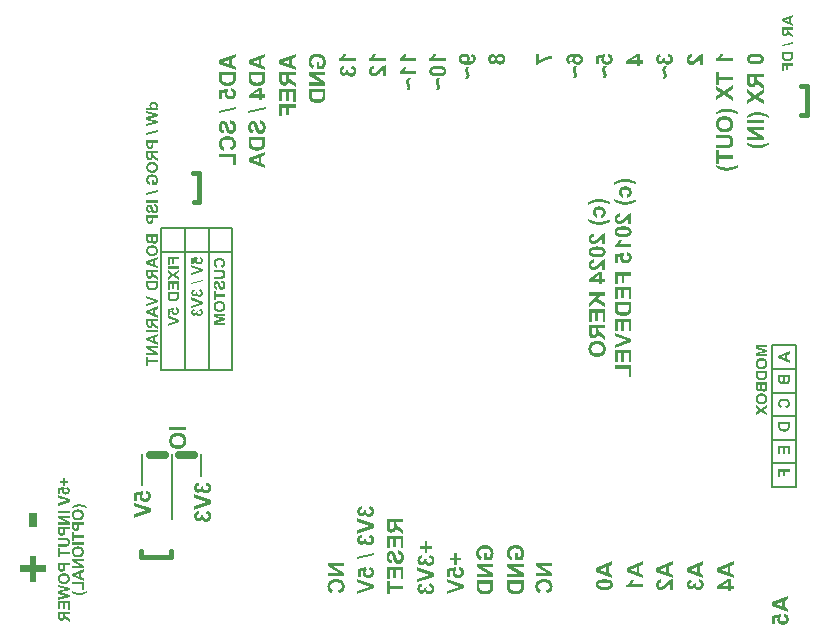
<source format=gbo>
G04*
G04 #@! TF.GenerationSoftware,Altium Limited,Altium Designer,19.1.4 (82)*
G04*
G04 Layer_Color=32896*
%FSLAX44Y44*%
%MOMM*%
G71*
G01*
G75*
%ADD11C,0.2000*%
%ADD12C,0.4000*%
%ADD70C,0.7000*%
G36*
X51443Y134495D02*
X53930D01*
Y132813D01*
X51443D01*
Y130296D01*
X49746D01*
Y132813D01*
X47259D01*
Y134495D01*
X49746D01*
Y137011D01*
X51443D01*
Y134495D01*
D02*
G37*
G36*
X53067Y129082D02*
X53272Y129038D01*
X53667Y128906D01*
X53988Y128745D01*
X54267Y128570D01*
X54384Y128482D01*
X54486Y128409D01*
X54574Y128336D01*
X54647Y128263D01*
X54705Y128204D01*
X54749Y128160D01*
X54764Y128146D01*
X54779Y128131D01*
X54896Y127970D01*
X55013Y127794D01*
X55188Y127443D01*
X55305Y127077D01*
X55393Y126741D01*
X55422Y126580D01*
X55437Y126434D01*
X55466Y126302D01*
Y126185D01*
X55481Y126097D01*
Y125965D01*
X55466Y125658D01*
X55422Y125380D01*
X55364Y125102D01*
X55291Y124854D01*
X55188Y124620D01*
X55086Y124415D01*
X54969Y124210D01*
X54852Y124034D01*
X54735Y123888D01*
X54618Y123742D01*
X54515Y123625D01*
X54413Y123537D01*
X54340Y123464D01*
X54281Y123405D01*
X54237Y123376D01*
X54223Y123361D01*
X54047Y123244D01*
X53857Y123127D01*
X53491Y122966D01*
X53140Y122835D01*
X52804Y122761D01*
X52657Y122732D01*
X52526Y122703D01*
X52408Y122688D01*
X52306D01*
X52218Y122674D01*
X52160D01*
X52116D01*
X52101D01*
X51838Y122688D01*
X51589Y122718D01*
X51355Y122747D01*
X51136Y122805D01*
X50931Y122879D01*
X50741Y122952D01*
X50565Y123025D01*
X50404Y123098D01*
X50258Y123186D01*
X50126Y123259D01*
X50024Y123332D01*
X49936Y123405D01*
X49863Y123464D01*
X49819Y123493D01*
X49790Y123522D01*
X49775Y123537D01*
X49614Y123698D01*
X49482Y123873D01*
X49365Y124049D01*
X49263Y124225D01*
X49175Y124400D01*
X49102Y124561D01*
X49000Y124897D01*
X48956Y125044D01*
X48926Y125176D01*
X48912Y125307D01*
X48897Y125410D01*
X48882Y125497D01*
Y125614D01*
X48897Y125849D01*
X48926Y126083D01*
X48985Y126302D01*
X49029Y126478D01*
X49087Y126638D01*
X49146Y126770D01*
X49175Y126843D01*
X49190Y126873D01*
X47566Y126580D01*
Y123098D01*
X45839D01*
Y127970D01*
X50843Y128906D01*
X51048Y127429D01*
X50931Y127311D01*
X50814Y127180D01*
X50638Y126946D01*
X50521Y126697D01*
X50433Y126478D01*
X50375Y126287D01*
X50360Y126126D01*
X50346Y126068D01*
Y125995D01*
X50360Y125775D01*
X50419Y125570D01*
X50492Y125395D01*
X50565Y125249D01*
X50653Y125132D01*
X50726Y125044D01*
X50785Y124985D01*
X50799Y124971D01*
X50975Y124839D01*
X51194Y124737D01*
X51414Y124663D01*
X51633Y124605D01*
X51823Y124576D01*
X51984Y124561D01*
X52043D01*
X52087D01*
X52116D01*
X52130D01*
X52452Y124576D01*
X52745Y124620D01*
X52979Y124693D01*
X53184Y124766D01*
X53330Y124839D01*
X53447Y124912D01*
X53506Y124956D01*
X53535Y124971D01*
X53696Y125132D01*
X53798Y125293D01*
X53886Y125454D01*
X53945Y125614D01*
X53974Y125746D01*
X53988Y125849D01*
X54003Y125922D01*
Y125951D01*
X53988Y126126D01*
X53945Y126302D01*
X53886Y126448D01*
X53828Y126580D01*
X53769Y126697D01*
X53710Y126770D01*
X53667Y126829D01*
X53652Y126843D01*
X53506Y126975D01*
X53345Y127077D01*
X53169Y127151D01*
X53023Y127209D01*
X52877Y127253D01*
X52760Y127282D01*
X52686Y127297D01*
X52657D01*
X52847Y129126D01*
X53067Y129082D01*
D02*
G37*
G36*
X55305Y118826D02*
Y116734D01*
X45693Y113310D01*
Y115388D01*
X52804Y117729D01*
X45693Y120172D01*
Y122264D01*
X55305Y118826D01*
D02*
G37*
G36*
X64279Y114400D02*
X64836Y114342D01*
X65377Y114269D01*
X65626Y114210D01*
X65845Y114166D01*
X66064Y114122D01*
X66255Y114064D01*
X66430Y114020D01*
X66576Y113991D01*
X66694Y113947D01*
X66781Y113932D01*
X66840Y113903D01*
X66855D01*
X67454Y113683D01*
X68025Y113435D01*
X68303Y113318D01*
X68566Y113186D01*
X68815Y113054D01*
X69034Y112937D01*
X69239Y112820D01*
X69429Y112718D01*
X69590Y112615D01*
X69737Y112528D01*
X69854Y112469D01*
X69927Y112410D01*
X69985Y112381D01*
X70000Y112367D01*
Y111108D01*
X69561Y111313D01*
X69166Y111489D01*
X68830Y111620D01*
X68698Y111679D01*
X68566Y111737D01*
X68449Y111781D01*
X68347Y111825D01*
X68259Y111854D01*
X68186Y111884D01*
X68142Y111898D01*
X68098Y111913D01*
X68083Y111928D01*
X68069D01*
X67688Y112045D01*
X67323Y112162D01*
X66957Y112264D01*
X66635Y112337D01*
X66489Y112367D01*
X66357Y112396D01*
X66240Y112425D01*
X66138Y112440D01*
X66064Y112469D01*
X65991D01*
X65962Y112484D01*
X65947D01*
X65523Y112542D01*
X65128Y112586D01*
X64748Y112630D01*
X64426Y112645D01*
X64279Y112659D01*
X64133D01*
X64016Y112674D01*
X63928D01*
X63841D01*
X63782D01*
X63753D01*
X63738D01*
X63168Y112659D01*
X62626Y112615D01*
X62129Y112571D01*
X61895Y112542D01*
X61690Y112498D01*
X61485Y112469D01*
X61324Y112440D01*
X61163Y112410D01*
X61032Y112396D01*
X60929Y112367D01*
X60856Y112352D01*
X60812Y112337D01*
X60798D01*
X60241Y112191D01*
X59671Y112001D01*
X59100Y111796D01*
X58837Y111694D01*
X58574Y111591D01*
X58325Y111489D01*
X58106Y111401D01*
X57901Y111313D01*
X57740Y111240D01*
X57593Y111181D01*
X57491Y111138D01*
X57432Y111108D01*
X57403Y111094D01*
Y112352D01*
X57871Y112659D01*
X58354Y112952D01*
X58808Y113186D01*
X59232Y113391D01*
X59422Y113478D01*
X59598Y113566D01*
X59744Y113625D01*
X59876Y113683D01*
X59978Y113727D01*
X60051Y113757D01*
X60110Y113786D01*
X60125D01*
X60446Y113903D01*
X60768Y113991D01*
X61397Y114151D01*
X61997Y114269D01*
X62275Y114312D01*
X62553Y114342D01*
X62787Y114371D01*
X63021Y114400D01*
X63211Y114415D01*
X63387D01*
X63519Y114430D01*
X63621D01*
X63680D01*
X63709D01*
X64279Y114400D01*
D02*
G37*
G36*
X55305Y106712D02*
X45693D01*
Y108658D01*
X55305D01*
Y106712D01*
D02*
G37*
G36*
X62875Y110070D02*
X63270Y110026D01*
X63636Y109967D01*
X63987Y109894D01*
X64309Y109792D01*
X64601Y109689D01*
X64865Y109572D01*
X65114Y109455D01*
X65333Y109338D01*
X65523Y109221D01*
X65684Y109119D01*
X65816Y109016D01*
X65918Y108943D01*
X65991Y108884D01*
X66035Y108841D01*
X66050Y108826D01*
X66284Y108577D01*
X66474Y108314D01*
X66650Y108051D01*
X66796Y107758D01*
X66928Y107480D01*
X67030Y107202D01*
X67118Y106924D01*
X67191Y106661D01*
X67249Y106412D01*
X67279Y106178D01*
X67308Y105958D01*
X67337Y105783D01*
Y105637D01*
X67352Y105520D01*
Y105432D01*
X67337Y105037D01*
X67293Y104671D01*
X67235Y104334D01*
X67147Y104013D01*
X67045Y103705D01*
X66942Y103427D01*
X66825Y103179D01*
X66694Y102945D01*
X66576Y102740D01*
X66459Y102564D01*
X66357Y102403D01*
X66255Y102286D01*
X66167Y102184D01*
X66108Y102111D01*
X66064Y102067D01*
X66050Y102052D01*
X65786Y101833D01*
X65508Y101628D01*
X65216Y101467D01*
X64923Y101321D01*
X64616Y101189D01*
X64309Y101087D01*
X64016Y100999D01*
X63724Y100940D01*
X63460Y100882D01*
X63197Y100852D01*
X62977Y100823D01*
X62773Y100794D01*
X62612D01*
X62495Y100779D01*
X62421D01*
X62392D01*
X61968Y100794D01*
X61558Y100838D01*
X61178Y100896D01*
X60827Y100984D01*
X60505Y101072D01*
X60212Y101174D01*
X59934Y101291D01*
X59686Y101408D01*
X59466Y101540D01*
X59276Y101643D01*
X59115Y101760D01*
X58983Y101847D01*
X58866Y101935D01*
X58793Y101994D01*
X58749Y102037D01*
X58735Y102052D01*
X58500Y102301D01*
X58296Y102564D01*
X58120Y102842D01*
X57959Y103120D01*
X57842Y103398D01*
X57725Y103691D01*
X57637Y103954D01*
X57564Y104232D01*
X57520Y104481D01*
X57476Y104715D01*
X57447Y104920D01*
X57418Y105095D01*
Y105242D01*
X57403Y105359D01*
Y105446D01*
X57418Y105871D01*
X57462Y106266D01*
X57535Y106617D01*
X57593Y106924D01*
X57637Y107056D01*
X57667Y107173D01*
X57710Y107275D01*
X57740Y107363D01*
X57754Y107436D01*
X57784Y107480D01*
X57798Y107509D01*
Y107524D01*
X57915Y107773D01*
X58047Y108007D01*
X58193Y108211D01*
X58340Y108402D01*
X58457Y108548D01*
X58559Y108665D01*
X58632Y108738D01*
X58661Y108767D01*
X58881Y108958D01*
X59115Y109148D01*
X59335Y109294D01*
X59539Y109426D01*
X59715Y109528D01*
X59861Y109601D01*
X59949Y109645D01*
X59964Y109660D01*
X59978D01*
X60373Y109806D01*
X60783Y109909D01*
X61192Y109982D01*
X61588Y110026D01*
X61763Y110055D01*
X61924D01*
X62070Y110070D01*
X62202Y110084D01*
X62304D01*
X62378D01*
X62436D01*
X62451D01*
X62875Y110070D01*
D02*
G37*
G36*
X55305Y103069D02*
X49000D01*
X55305Y99177D01*
Y97231D01*
X45693D01*
Y99031D01*
X52145D01*
X45693Y102996D01*
Y104868D01*
X55305D01*
Y103069D01*
D02*
G37*
G36*
X67176Y97312D02*
X63548D01*
Y95585D01*
X63533Y95381D01*
Y95190D01*
X63519Y95000D01*
X63504Y94839D01*
X63489Y94693D01*
X63475Y94561D01*
Y94444D01*
X63460Y94342D01*
X63446Y94254D01*
X63431Y94181D01*
Y94122D01*
X63416Y94079D01*
Y94049D01*
X63358Y93859D01*
X63299Y93669D01*
X63226Y93508D01*
X63138Y93347D01*
X63080Y93230D01*
X63021Y93128D01*
X62977Y93054D01*
X62963Y93040D01*
X62817Y92864D01*
X62670Y92703D01*
X62509Y92557D01*
X62348Y92440D01*
X62217Y92352D01*
X62114Y92279D01*
X62041Y92235D01*
X62012Y92220D01*
X61778Y92118D01*
X61529Y92030D01*
X61280Y91972D01*
X61046Y91943D01*
X60841Y91913D01*
X60680Y91899D01*
X60622D01*
X60578D01*
X60549D01*
X60534D01*
X60125Y91928D01*
X59759Y91986D01*
X59437Y92074D01*
X59159Y92177D01*
X58954Y92294D01*
X58866Y92338D01*
X58793Y92381D01*
X58735Y92411D01*
X58691Y92440D01*
X58676Y92469D01*
X58661D01*
X58413Y92689D01*
X58208Y92923D01*
X58032Y93142D01*
X57915Y93362D01*
X57813Y93552D01*
X57754Y93713D01*
X57740Y93771D01*
X57725Y93801D01*
X57710Y93830D01*
Y93844D01*
X57681Y93961D01*
X57667Y94093D01*
X57637Y94254D01*
X57623Y94430D01*
X57593Y94810D01*
X57579Y95205D01*
Y95395D01*
X57564Y95571D01*
Y99258D01*
X67176D01*
Y97312D01*
D02*
G37*
G36*
X55305Y93237D02*
X51677D01*
Y91511D01*
X51662Y91306D01*
Y91116D01*
X51648Y90926D01*
X51633Y90765D01*
X51618Y90618D01*
X51604Y90487D01*
Y90370D01*
X51589Y90267D01*
X51575Y90180D01*
X51560Y90106D01*
Y90048D01*
X51545Y90004D01*
Y89975D01*
X51487Y89785D01*
X51428Y89594D01*
X51355Y89433D01*
X51267Y89272D01*
X51209Y89155D01*
X51150Y89053D01*
X51106Y88980D01*
X51092Y88965D01*
X50945Y88790D01*
X50799Y88629D01*
X50638Y88482D01*
X50477Y88365D01*
X50346Y88278D01*
X50243Y88204D01*
X50170Y88161D01*
X50141Y88146D01*
X49907Y88043D01*
X49658Y87956D01*
X49409Y87897D01*
X49175Y87868D01*
X48970Y87839D01*
X48809Y87824D01*
X48751D01*
X48707D01*
X48678D01*
X48663D01*
X48253Y87853D01*
X47888Y87912D01*
X47566Y88000D01*
X47288Y88102D01*
X47083Y88219D01*
X46995Y88263D01*
X46922Y88307D01*
X46863Y88336D01*
X46820Y88365D01*
X46805Y88395D01*
X46790D01*
X46542Y88614D01*
X46337Y88848D01*
X46161Y89068D01*
X46044Y89287D01*
X45942Y89477D01*
X45883Y89638D01*
X45869Y89697D01*
X45854Y89726D01*
X45839Y89755D01*
Y89770D01*
X45810Y89887D01*
X45795Y90019D01*
X45766Y90180D01*
X45752Y90355D01*
X45722Y90736D01*
X45708Y91131D01*
Y91321D01*
X45693Y91496D01*
Y95183D01*
X55305D01*
Y93237D01*
D02*
G37*
G36*
X59188Y88153D02*
X67176D01*
Y86207D01*
X59188D01*
Y83384D01*
X57564D01*
Y90977D01*
X59188D01*
Y88153D01*
D02*
G37*
G36*
X67176Y80224D02*
X57564D01*
Y82169D01*
X67176D01*
Y80224D01*
D02*
G37*
G36*
X51399Y86215D02*
X51662D01*
X51896Y86200D01*
X52116Y86186D01*
X52321Y86171D01*
X52496Y86156D01*
X52657Y86142D01*
X52804Y86127D01*
X52920Y86112D01*
X53038Y86098D01*
X53111Y86083D01*
X53184Y86068D01*
X53228Y86054D01*
X53257D01*
X53272D01*
X53476Y85995D01*
X53667Y85907D01*
X53857Y85820D01*
X54018Y85732D01*
X54149Y85644D01*
X54252Y85571D01*
X54310Y85527D01*
X54340Y85513D01*
X54515Y85337D01*
X54691Y85161D01*
X54822Y84971D01*
X54954Y84796D01*
X55042Y84635D01*
X55115Y84503D01*
X55159Y84415D01*
X55174Y84401D01*
Y84386D01*
X55232Y84240D01*
X55276Y84093D01*
X55349Y83757D01*
X55408Y83420D01*
X55437Y83084D01*
X55466Y82777D01*
Y82645D01*
X55481Y82528D01*
Y82308D01*
X55466Y81899D01*
X55437Y81533D01*
X55393Y81226D01*
X55335Y80962D01*
X55291Y80743D01*
X55261Y80655D01*
X55247Y80597D01*
X55232Y80538D01*
X55217Y80494D01*
X55203Y80480D01*
Y80465D01*
X55086Y80216D01*
X54954Y79997D01*
X54822Y79807D01*
X54691Y79631D01*
X54588Y79514D01*
X54501Y79412D01*
X54427Y79353D01*
X54413Y79338D01*
X54223Y79192D01*
X54018Y79061D01*
X53813Y78973D01*
X53623Y78885D01*
X53447Y78826D01*
X53316Y78783D01*
X53228Y78753D01*
X53213D01*
X53198D01*
X53052Y78724D01*
X52891Y78695D01*
X52701Y78680D01*
X52511Y78665D01*
X52116Y78636D01*
X51706Y78607D01*
X51516D01*
X51340D01*
X51179Y78592D01*
X51033D01*
X50916D01*
X50828D01*
X50770D01*
X50755D01*
X45693D01*
Y80538D01*
X51033D01*
X51238D01*
X51428D01*
X51604Y80553D01*
X51765D01*
X52057Y80567D01*
X52277Y80582D01*
X52452Y80597D01*
X52569Y80611D01*
X52642Y80626D01*
X52672D01*
X52847Y80670D01*
X53008Y80743D01*
X53140Y80831D01*
X53257Y80919D01*
X53359Y80992D01*
X53433Y81065D01*
X53476Y81123D01*
X53491Y81138D01*
X53608Y81314D01*
X53681Y81504D01*
X53740Y81709D01*
X53784Y81899D01*
X53813Y82089D01*
X53828Y82235D01*
Y82367D01*
X53813Y82645D01*
X53769Y82908D01*
X53710Y83128D01*
X53652Y83303D01*
X53594Y83450D01*
X53535Y83552D01*
X53491Y83610D01*
X53476Y83640D01*
X53330Y83801D01*
X53184Y83918D01*
X53023Y84020D01*
X52862Y84108D01*
X52730Y84152D01*
X52628Y84196D01*
X52555Y84225D01*
X52526D01*
X52452Y84240D01*
X52350D01*
X52116Y84254D01*
X51852Y84269D01*
X51589D01*
X51326Y84284D01*
X51209D01*
X51121D01*
X51033D01*
X50975D01*
X50931D01*
X50916D01*
X45693D01*
Y86229D01*
X50828D01*
X51121D01*
X51399Y86215D01*
D02*
G37*
G36*
X47317Y74393D02*
X55305D01*
Y72448D01*
X47317D01*
Y69624D01*
X45693D01*
Y77217D01*
X47317D01*
Y74393D01*
D02*
G37*
G36*
X62875Y78760D02*
X63270Y78717D01*
X63636Y78658D01*
X63987Y78585D01*
X64309Y78483D01*
X64601Y78380D01*
X64865Y78263D01*
X65114Y78146D01*
X65333Y78029D01*
X65523Y77912D01*
X65684Y77810D01*
X65816Y77707D01*
X65918Y77634D01*
X65991Y77575D01*
X66035Y77532D01*
X66050Y77517D01*
X66284Y77268D01*
X66474Y77005D01*
X66650Y76742D01*
X66796Y76449D01*
X66928Y76171D01*
X67030Y75893D01*
X67118Y75615D01*
X67191Y75352D01*
X67249Y75103D01*
X67279Y74869D01*
X67308Y74649D01*
X67337Y74474D01*
Y74328D01*
X67352Y74211D01*
Y74123D01*
X67337Y73728D01*
X67293Y73362D01*
X67235Y73025D01*
X67147Y72704D01*
X67045Y72396D01*
X66942Y72118D01*
X66825Y71870D01*
X66694Y71635D01*
X66576Y71431D01*
X66459Y71255D01*
X66357Y71094D01*
X66255Y70977D01*
X66167Y70875D01*
X66108Y70802D01*
X66064Y70758D01*
X66050Y70743D01*
X65786Y70524D01*
X65508Y70319D01*
X65216Y70158D01*
X64923Y70012D01*
X64616Y69880D01*
X64309Y69777D01*
X64016Y69690D01*
X63724Y69631D01*
X63460Y69573D01*
X63197Y69543D01*
X62977Y69514D01*
X62773Y69485D01*
X62612D01*
X62495Y69470D01*
X62421D01*
X62392D01*
X61968Y69485D01*
X61558Y69529D01*
X61178Y69587D01*
X60827Y69675D01*
X60505Y69763D01*
X60212Y69865D01*
X59934Y69982D01*
X59686Y70099D01*
X59466Y70231D01*
X59276Y70333D01*
X59115Y70451D01*
X58983Y70538D01*
X58866Y70626D01*
X58793Y70685D01*
X58749Y70729D01*
X58735Y70743D01*
X58500Y70992D01*
X58296Y71255D01*
X58120Y71533D01*
X57959Y71811D01*
X57842Y72089D01*
X57725Y72382D01*
X57637Y72645D01*
X57564Y72923D01*
X57520Y73172D01*
X57476Y73406D01*
X57447Y73611D01*
X57418Y73786D01*
Y73932D01*
X57403Y74050D01*
Y74137D01*
X57418Y74562D01*
X57462Y74957D01*
X57535Y75308D01*
X57593Y75615D01*
X57637Y75747D01*
X57667Y75864D01*
X57710Y75966D01*
X57740Y76054D01*
X57754Y76127D01*
X57784Y76171D01*
X57798Y76200D01*
Y76215D01*
X57915Y76464D01*
X58047Y76698D01*
X58193Y76902D01*
X58340Y77093D01*
X58457Y77239D01*
X58559Y77356D01*
X58632Y77429D01*
X58661Y77458D01*
X58881Y77649D01*
X59115Y77839D01*
X59335Y77985D01*
X59539Y78117D01*
X59715Y78219D01*
X59861Y78292D01*
X59949Y78336D01*
X59964Y78351D01*
X59978D01*
X60373Y78497D01*
X60783Y78600D01*
X61192Y78673D01*
X61588Y78717D01*
X61763Y78746D01*
X61924D01*
X62070Y78760D01*
X62202Y78775D01*
X62304D01*
X62378D01*
X62436D01*
X62451D01*
X62875Y78760D01*
D02*
G37*
G36*
X67176Y66149D02*
X60871D01*
X67176Y62257D01*
Y60312D01*
X57564D01*
Y62111D01*
X64016D01*
X57564Y66076D01*
Y67949D01*
X67176D01*
Y66149D01*
D02*
G37*
G36*
X55305Y62674D02*
X51677D01*
Y60948D01*
X51662Y60743D01*
Y60553D01*
X51648Y60363D01*
X51633Y60202D01*
X51618Y60056D01*
X51604Y59924D01*
Y59807D01*
X51589Y59704D01*
X51575Y59617D01*
X51560Y59543D01*
Y59485D01*
X51545Y59441D01*
Y59412D01*
X51487Y59222D01*
X51428Y59032D01*
X51355Y58871D01*
X51267Y58710D01*
X51209Y58593D01*
X51150Y58490D01*
X51106Y58417D01*
X51092Y58402D01*
X50945Y58227D01*
X50799Y58066D01*
X50638Y57920D01*
X50477Y57803D01*
X50346Y57715D01*
X50243Y57642D01*
X50170Y57598D01*
X50141Y57583D01*
X49907Y57481D01*
X49658Y57393D01*
X49409Y57334D01*
X49175Y57305D01*
X48970Y57276D01*
X48809Y57261D01*
X48751D01*
X48707D01*
X48678D01*
X48663D01*
X48253Y57290D01*
X47888Y57349D01*
X47566Y57437D01*
X47288Y57539D01*
X47083Y57656D01*
X46995Y57700D01*
X46922Y57744D01*
X46863Y57773D01*
X46820Y57803D01*
X46805Y57832D01*
X46790D01*
X46542Y58051D01*
X46337Y58285D01*
X46161Y58505D01*
X46044Y58724D01*
X45942Y58914D01*
X45883Y59075D01*
X45869Y59134D01*
X45854Y59163D01*
X45839Y59192D01*
Y59207D01*
X45810Y59324D01*
X45795Y59456D01*
X45766Y59617D01*
X45752Y59792D01*
X45722Y60173D01*
X45708Y60568D01*
Y60758D01*
X45693Y60933D01*
Y64620D01*
X55305D01*
Y62674D01*
D02*
G37*
G36*
X67176Y57195D02*
X64996Y56405D01*
Y52528D01*
X67176Y51709D01*
Y49602D01*
X57564Y53465D01*
Y55513D01*
X67176Y59244D01*
Y57195D01*
D02*
G37*
G36*
X51004Y56047D02*
X51399Y56003D01*
X51765Y55944D01*
X52116Y55871D01*
X52438Y55769D01*
X52730Y55666D01*
X52994Y55549D01*
X53242Y55432D01*
X53462Y55315D01*
X53652Y55198D01*
X53813Y55096D01*
X53945Y54994D01*
X54047Y54920D01*
X54120Y54862D01*
X54164Y54818D01*
X54179Y54803D01*
X54413Y54555D01*
X54603Y54291D01*
X54779Y54028D01*
X54925Y53735D01*
X55057Y53457D01*
X55159Y53179D01*
X55247Y52901D01*
X55320Y52638D01*
X55378Y52389D01*
X55408Y52155D01*
X55437Y51936D01*
X55466Y51760D01*
Y51614D01*
X55481Y51497D01*
Y51409D01*
X55466Y51014D01*
X55422Y50648D01*
X55364Y50312D01*
X55276Y49990D01*
X55174Y49683D01*
X55071Y49405D01*
X54954Y49156D01*
X54822Y48922D01*
X54705Y48717D01*
X54588Y48541D01*
X54486Y48380D01*
X54384Y48264D01*
X54296Y48161D01*
X54237Y48088D01*
X54193Y48044D01*
X54179Y48029D01*
X53915Y47810D01*
X53637Y47605D01*
X53345Y47444D01*
X53052Y47298D01*
X52745Y47166D01*
X52438Y47064D01*
X52145Y46976D01*
X51852Y46918D01*
X51589Y46859D01*
X51326Y46830D01*
X51106Y46800D01*
X50901Y46771D01*
X50741D01*
X50623Y46757D01*
X50550D01*
X50521D01*
X50097Y46771D01*
X49687Y46815D01*
X49307Y46874D01*
X48956Y46961D01*
X48634Y47049D01*
X48341Y47152D01*
X48063Y47269D01*
X47814Y47386D01*
X47595Y47517D01*
X47405Y47620D01*
X47244Y47737D01*
X47112Y47825D01*
X46995Y47912D01*
X46922Y47971D01*
X46878Y48015D01*
X46863Y48029D01*
X46629Y48278D01*
X46425Y48541D01*
X46249Y48819D01*
X46088Y49097D01*
X45971Y49375D01*
X45854Y49668D01*
X45766Y49931D01*
X45693Y50209D01*
X45649Y50458D01*
X45605Y50692D01*
X45576Y50897D01*
X45547Y51073D01*
Y51219D01*
X45532Y51336D01*
Y51424D01*
X45547Y51848D01*
X45591Y52243D01*
X45664Y52594D01*
X45722Y52901D01*
X45766Y53033D01*
X45795Y53150D01*
X45839Y53252D01*
X45869Y53340D01*
X45883Y53413D01*
X45912Y53457D01*
X45927Y53486D01*
Y53501D01*
X46044Y53750D01*
X46176Y53984D01*
X46322Y54189D01*
X46469Y54379D01*
X46585Y54525D01*
X46688Y54642D01*
X46761Y54715D01*
X46790Y54745D01*
X47010Y54935D01*
X47244Y55125D01*
X47463Y55271D01*
X47668Y55403D01*
X47844Y55505D01*
X47990Y55579D01*
X48078Y55623D01*
X48092Y55637D01*
X48107D01*
X48502Y55784D01*
X48912Y55886D01*
X49321Y55959D01*
X49716Y56003D01*
X49892Y56032D01*
X50053D01*
X50199Y56047D01*
X50331Y56062D01*
X50433D01*
X50507D01*
X50565D01*
X50580D01*
X51004Y56047D01*
D02*
G37*
G36*
X67176Y41775D02*
X65552D01*
Y46588D01*
X57652D01*
Y48534D01*
X67176D01*
Y41775D01*
D02*
G37*
G36*
X57769Y40765D02*
X58120Y40619D01*
X58457Y40487D01*
X58779Y40356D01*
X59071Y40239D01*
X59349Y40151D01*
X59612Y40048D01*
X59847Y39975D01*
X60066Y39902D01*
X60241Y39844D01*
X60417Y39800D01*
X60549Y39771D01*
X60651Y39727D01*
X60739Y39712D01*
X60783Y39697D01*
X60798D01*
X61324Y39580D01*
X61836Y39507D01*
X62334Y39449D01*
X62568Y39419D01*
X62787Y39405D01*
X62992Y39390D01*
X63168Y39376D01*
X63328D01*
X63475Y39361D01*
X63592D01*
X63665D01*
X63724D01*
X63738D01*
X64031D01*
X64294Y39376D01*
X64557Y39390D01*
X64777Y39405D01*
X64967Y39434D01*
X65114Y39449D01*
X65172D01*
X65216Y39463D01*
X65230D01*
X65245D01*
X65786Y39536D01*
X66050Y39595D01*
X66284Y39639D01*
X66489Y39683D01*
X66650Y39712D01*
X66708Y39727D01*
X66752D01*
X66767Y39741D01*
X66781D01*
X67074Y39814D01*
X67337Y39888D01*
X67586Y39961D01*
X67791Y40019D01*
X67966Y40078D01*
X68098Y40107D01*
X68171Y40136D01*
X68200Y40151D01*
X68464Y40253D01*
X68742Y40356D01*
X69049Y40487D01*
X69342Y40619D01*
X69590Y40722D01*
X69707Y40780D01*
X69810Y40824D01*
X69883Y40853D01*
X69942Y40882D01*
X69985Y40912D01*
X70000D01*
Y39639D01*
X69356Y39244D01*
X68742Y38922D01*
X68435Y38776D01*
X68157Y38644D01*
X67879Y38527D01*
X67630Y38410D01*
X67396Y38322D01*
X67191Y38249D01*
X67001Y38176D01*
X66840Y38117D01*
X66723Y38088D01*
X66620Y38059D01*
X66562Y38029D01*
X66547D01*
X65962Y37883D01*
X65421Y37781D01*
X65157Y37737D01*
X64923Y37693D01*
X64689Y37664D01*
X64484Y37649D01*
X64294Y37620D01*
X64119D01*
X63972Y37605D01*
X63841Y37591D01*
X63738D01*
X63665D01*
X63621D01*
X63607D01*
X63007Y37620D01*
X62421Y37678D01*
X61880Y37766D01*
X61631Y37810D01*
X61397Y37869D01*
X61178Y37927D01*
X60988Y37971D01*
X60812Y38015D01*
X60680Y38059D01*
X60563Y38088D01*
X60476Y38117D01*
X60417Y38147D01*
X60402D01*
X59817Y38366D01*
X59261Y38615D01*
X59013Y38732D01*
X58764Y38863D01*
X58530Y38995D01*
X58310Y39112D01*
X58106Y39229D01*
X57930Y39332D01*
X57784Y39419D01*
X57652Y39507D01*
X57550Y39580D01*
X57462Y39624D01*
X57418Y39653D01*
X57403Y39668D01*
Y40926D01*
X57769Y40765D01*
D02*
G37*
G36*
X55305Y43933D02*
Y41797D01*
X48122Y39895D01*
X55305Y37978D01*
Y35901D01*
X45693Y33589D01*
Y35550D01*
X52408Y37013D01*
X45693Y38710D01*
Y41007D01*
X52306Y42762D01*
X45693Y44182D01*
Y46171D01*
X55305Y43933D01*
D02*
G37*
G36*
Y25264D02*
X53681D01*
Y30619D01*
X51077D01*
Y25820D01*
X49453D01*
Y30619D01*
X47317D01*
Y25455D01*
X45693D01*
Y32565D01*
X55305D01*
Y25264D01*
D02*
G37*
G36*
Y21665D02*
X51297D01*
Y21051D01*
X51311Y20846D01*
X51326Y20685D01*
X51355Y20554D01*
X51370Y20451D01*
X51399Y20378D01*
X51414Y20334D01*
Y20319D01*
X51458Y20202D01*
X51516Y20100D01*
X51648Y19910D01*
X51706Y19837D01*
X51765Y19778D01*
X51794Y19749D01*
X51809Y19734D01*
X51867Y19676D01*
X51955Y19617D01*
X52160Y19456D01*
X52379Y19281D01*
X52628Y19120D01*
X52862Y18959D01*
X52950Y18886D01*
X53052Y18827D01*
X53125Y18783D01*
X53184Y18739D01*
X53213Y18725D01*
X53228Y18710D01*
X55305Y17335D01*
Y15009D01*
X53433Y16179D01*
X53228Y16311D01*
X53052Y16428D01*
X52877Y16530D01*
X52716Y16647D01*
X52452Y16823D01*
X52233Y16984D01*
X52072Y17115D01*
X51969Y17203D01*
X51896Y17262D01*
X51882Y17276D01*
X51721Y17437D01*
X51575Y17613D01*
X51428Y17788D01*
X51311Y17949D01*
X51209Y18096D01*
X51136Y18213D01*
X51092Y18286D01*
X51077Y18300D01*
Y18315D01*
X51033Y18081D01*
X50989Y17876D01*
X50931Y17671D01*
X50858Y17496D01*
X50785Y17320D01*
X50711Y17159D01*
X50638Y17028D01*
X50565Y16896D01*
X50492Y16794D01*
X50419Y16691D01*
X50346Y16618D01*
X50302Y16545D01*
X50243Y16501D01*
X50214Y16457D01*
X50199Y16428D01*
X50185D01*
X50053Y16311D01*
X49907Y16208D01*
X49614Y16062D01*
X49307Y15945D01*
X49029Y15857D01*
X48780Y15813D01*
X48678Y15799D01*
X48575D01*
X48502Y15784D01*
X48444D01*
X48414D01*
X48400D01*
X48092Y15799D01*
X47800Y15842D01*
X47551Y15916D01*
X47332Y15989D01*
X47141Y16077D01*
X47010Y16135D01*
X46922Y16194D01*
X46893Y16208D01*
X46659Y16384D01*
X46469Y16559D01*
X46308Y16750D01*
X46176Y16925D01*
X46073Y17086D01*
X46000Y17218D01*
X45971Y17306D01*
X45956Y17320D01*
Y17335D01*
X45912Y17466D01*
X45869Y17627D01*
X45810Y17979D01*
X45752Y18344D01*
X45722Y18710D01*
X45708Y18871D01*
Y19178D01*
X45693Y19310D01*
Y23611D01*
X55305D01*
Y21665D01*
D02*
G37*
G36*
X182699Y322985D02*
X183094Y322942D01*
X183459Y322883D01*
X183796Y322810D01*
X184118Y322707D01*
X184410Y322605D01*
X184688Y322503D01*
X184923Y322385D01*
X185142Y322268D01*
X185332Y322166D01*
X185493Y322049D01*
X185625Y321961D01*
X185727Y321888D01*
X185800Y321830D01*
X185844Y321786D01*
X185859Y321771D01*
X186093Y321537D01*
X186283Y321288D01*
X186459Y321025D01*
X186605Y320761D01*
X186737Y320498D01*
X186839Y320235D01*
X186927Y319986D01*
X187000Y319737D01*
X187059Y319503D01*
X187088Y319298D01*
X187117Y319108D01*
X187146Y318947D01*
Y318816D01*
X187161Y318713D01*
Y318626D01*
X187146Y318347D01*
X187132Y318069D01*
X187088Y317821D01*
X187044Y317572D01*
X186985Y317353D01*
X186927Y317148D01*
X186854Y316958D01*
X186781Y316782D01*
X186707Y316621D01*
X186634Y316475D01*
X186576Y316358D01*
X186517Y316255D01*
X186473Y316182D01*
X186429Y316124D01*
X186415Y316094D01*
X186400Y316080D01*
X186254Y315890D01*
X186078Y315729D01*
X185713Y315421D01*
X185317Y315173D01*
X184937Y314982D01*
X184762Y314895D01*
X184586Y314822D01*
X184440Y314763D01*
X184308Y314719D01*
X184191Y314675D01*
X184118Y314646D01*
X184059Y314631D01*
X184045D01*
X183459Y316519D01*
X183840Y316621D01*
X184147Y316753D01*
X184425Y316884D01*
X184645Y317016D01*
X184805Y317133D01*
X184937Y317236D01*
X184996Y317294D01*
X185025Y317323D01*
X185186Y317543D01*
X185303Y317762D01*
X185391Y317982D01*
X185449Y318201D01*
X185478Y318377D01*
X185493Y318523D01*
X185508Y318582D01*
Y318655D01*
X185493Y318845D01*
X185478Y319021D01*
X185391Y319357D01*
X185274Y319650D01*
X185127Y319898D01*
X184981Y320089D01*
X184864Y320235D01*
X184776Y320323D01*
X184762Y320337D01*
X184747Y320352D01*
X184586Y320469D01*
X184410Y320557D01*
X184220Y320644D01*
X184015Y320718D01*
X183577Y320835D01*
X183152Y320908D01*
X182947Y320937D01*
X182757Y320966D01*
X182596Y320981D01*
X182435D01*
X182318Y320996D01*
X182216D01*
X182157D01*
X182143D01*
X181835Y320981D01*
X181543Y320966D01*
X181265Y320937D01*
X181031Y320893D01*
X180797Y320849D01*
X180592Y320791D01*
X180416Y320732D01*
X180255Y320659D01*
X180109Y320601D01*
X179992Y320542D01*
X179890Y320484D01*
X179802Y320440D01*
X179743Y320396D01*
X179685Y320367D01*
X179670Y320337D01*
X179655D01*
X179524Y320206D01*
X179392Y320074D01*
X179290Y319928D01*
X179202Y319796D01*
X179070Y319503D01*
X178983Y319225D01*
X178924Y318977D01*
X178909Y318874D01*
X178895Y318786D01*
X178880Y318713D01*
Y318611D01*
X178895Y318333D01*
X178953Y318084D01*
X179012Y317850D01*
X179100Y317660D01*
X179173Y317499D01*
X179246Y317397D01*
X179304Y317323D01*
X179319Y317294D01*
X179495Y317104D01*
X179685Y316958D01*
X179875Y316826D01*
X180065Y316738D01*
X180241Y316665D01*
X180372Y316607D01*
X180460Y316592D01*
X180475Y316577D01*
X180490D01*
X180036Y314661D01*
X179626Y314792D01*
X179275Y314953D01*
X178983Y315129D01*
X178734Y315290D01*
X178529Y315436D01*
X178397Y315553D01*
X178309Y315626D01*
X178280Y315641D01*
Y315655D01*
X178090Y315875D01*
X177929Y316094D01*
X177798Y316329D01*
X177666Y316563D01*
X177563Y316797D01*
X177490Y317045D01*
X177417Y317265D01*
X177359Y317499D01*
X177315Y317704D01*
X177285Y317894D01*
X177256Y318069D01*
X177241Y318216D01*
X177227Y318333D01*
Y318508D01*
X177241Y318874D01*
X177285Y319225D01*
X177344Y319562D01*
X177432Y319869D01*
X177534Y320162D01*
X177651Y320425D01*
X177768Y320674D01*
X177885Y320893D01*
X178017Y321098D01*
X178134Y321274D01*
X178251Y321420D01*
X178353Y321552D01*
X178441Y321639D01*
X178500Y321712D01*
X178544Y321756D01*
X178558Y321771D01*
X178822Y321991D01*
X179100Y322181D01*
X179392Y322342D01*
X179699Y322488D01*
X180007Y322605D01*
X180329Y322693D01*
X180621Y322780D01*
X180928Y322839D01*
X181206Y322898D01*
X181455Y322942D01*
X181689Y322956D01*
X181894Y322985D01*
X182055D01*
X182187Y323000D01*
X182260D01*
X182289D01*
X182699Y322985D01*
D02*
G37*
G36*
X183094Y312949D02*
X183357D01*
X183591Y312934D01*
X183811Y312920D01*
X184015Y312905D01*
X184191Y312890D01*
X184352Y312876D01*
X184498Y312861D01*
X184615Y312847D01*
X184732Y312832D01*
X184805Y312817D01*
X184879Y312803D01*
X184923Y312788D01*
X184952D01*
X184966D01*
X185171Y312729D01*
X185361Y312642D01*
X185552Y312554D01*
X185713Y312466D01*
X185844Y312378D01*
X185947Y312305D01*
X186005Y312261D01*
X186034Y312247D01*
X186210Y312071D01*
X186385Y311896D01*
X186517Y311705D01*
X186649Y311530D01*
X186737Y311369D01*
X186810Y311237D01*
X186854Y311149D01*
X186868Y311135D01*
Y311120D01*
X186927Y310974D01*
X186971Y310828D01*
X187044Y310491D01*
X187102Y310154D01*
X187132Y309818D01*
X187161Y309511D01*
Y309379D01*
X187176Y309262D01*
Y309043D01*
X187161Y308633D01*
X187132Y308267D01*
X187088Y307960D01*
X187029Y307697D01*
X186985Y307477D01*
X186956Y307389D01*
X186942Y307331D01*
X186927Y307272D01*
X186912Y307228D01*
X186898Y307214D01*
Y307199D01*
X186781Y306950D01*
X186649Y306731D01*
X186517Y306541D01*
X186385Y306365D01*
X186283Y306248D01*
X186195Y306146D01*
X186122Y306087D01*
X186108Y306073D01*
X185917Y305926D01*
X185713Y305795D01*
X185508Y305707D01*
X185317Y305619D01*
X185142Y305561D01*
X185010Y305517D01*
X184923Y305487D01*
X184908D01*
X184893D01*
X184747Y305458D01*
X184586Y305429D01*
X184396Y305414D01*
X184206Y305400D01*
X183811Y305370D01*
X183401Y305341D01*
X183211D01*
X183035D01*
X182874Y305326D01*
X182728D01*
X182611D01*
X182523D01*
X182465D01*
X182450D01*
X177388D01*
Y307272D01*
X182728D01*
X182933D01*
X183123D01*
X183298Y307287D01*
X183459D01*
X183752Y307302D01*
X183972Y307316D01*
X184147Y307331D01*
X184264Y307346D01*
X184337Y307360D01*
X184366D01*
X184542Y307404D01*
X184703Y307477D01*
X184835Y307565D01*
X184952Y307653D01*
X185054Y307726D01*
X185127Y307799D01*
X185171Y307857D01*
X185186Y307872D01*
X185303Y308048D01*
X185376Y308238D01*
X185435Y308443D01*
X185478Y308633D01*
X185508Y308823D01*
X185522Y308969D01*
Y309101D01*
X185508Y309379D01*
X185464Y309642D01*
X185405Y309862D01*
X185347Y310037D01*
X185288Y310184D01*
X185230Y310286D01*
X185186Y310345D01*
X185171Y310374D01*
X185025Y310535D01*
X184879Y310652D01*
X184718Y310754D01*
X184557Y310842D01*
X184425Y310886D01*
X184323Y310930D01*
X184249Y310959D01*
X184220D01*
X184147Y310974D01*
X184045D01*
X183811Y310988D01*
X183547Y311003D01*
X183284D01*
X183020Y311018D01*
X182903D01*
X182816D01*
X182728D01*
X182669D01*
X182626D01*
X182611D01*
X177388D01*
Y312964D01*
X182523D01*
X182816D01*
X183094Y312949D01*
D02*
G37*
G36*
X184176Y303746D02*
X184454Y303688D01*
X184718Y303615D01*
X184952Y303542D01*
X185171Y303439D01*
X185376Y303351D01*
X185552Y303249D01*
X185727Y303146D01*
X185859Y303044D01*
X185991Y302956D01*
X186093Y302869D01*
X186181Y302795D01*
X186254Y302722D01*
X186298Y302678D01*
X186327Y302649D01*
X186342Y302635D01*
X186488Y302444D01*
X186620Y302225D01*
X186722Y302005D01*
X186824Y301786D01*
X186898Y301552D01*
X186971Y301318D01*
X187073Y300864D01*
X187102Y300645D01*
X187132Y300455D01*
X187146Y300279D01*
X187161Y300133D01*
X187176Y300001D01*
Y299825D01*
X187161Y299372D01*
X187117Y298977D01*
X187073Y298626D01*
X187000Y298319D01*
X186971Y298187D01*
X186942Y298070D01*
X186912Y297982D01*
X186898Y297894D01*
X186868Y297836D01*
X186854Y297792D01*
X186839Y297763D01*
Y297748D01*
X186693Y297441D01*
X186517Y297192D01*
X186342Y296958D01*
X186166Y296782D01*
X186020Y296636D01*
X185888Y296534D01*
X185800Y296460D01*
X185786Y296446D01*
X185771D01*
X185493Y296285D01*
X185215Y296168D01*
X184952Y296095D01*
X184718Y296036D01*
X184513Y296007D01*
X184352Y295978D01*
X184293D01*
X184249D01*
X184220D01*
X184206D01*
X183884Y295992D01*
X183591Y296036D01*
X183328Y296109D01*
X183108Y296168D01*
X182933Y296241D01*
X182787Y296314D01*
X182713Y296358D01*
X182684Y296373D01*
X182465Y296534D01*
X182260Y296695D01*
X182099Y296870D01*
X181952Y297046D01*
X181850Y297192D01*
X181762Y297309D01*
X181718Y297397D01*
X181704Y297411D01*
Y297426D01*
X181631Y297558D01*
X181572Y297704D01*
X181441Y298041D01*
X181338Y298377D01*
X181221Y298728D01*
X181148Y299035D01*
X181104Y299167D01*
X181075Y299284D01*
X181045Y299387D01*
X181031Y299460D01*
X181016Y299504D01*
Y299518D01*
X180958Y299767D01*
X180884Y300001D01*
X180826Y300206D01*
X180767Y300381D01*
X180724Y300557D01*
X180665Y300689D01*
X180621Y300820D01*
X180563Y300923D01*
X180519Y301025D01*
X180490Y301098D01*
X180431Y301215D01*
X180387Y301274D01*
X180372Y301289D01*
X180270Y301376D01*
X180182Y301449D01*
X180080Y301493D01*
X179992Y301537D01*
X179904Y301552D01*
X179846Y301567D01*
X179802D01*
X179787D01*
X179655Y301552D01*
X179538Y301523D01*
X179436Y301479D01*
X179348Y301420D01*
X179275Y301362D01*
X179231Y301318D01*
X179202Y301289D01*
X179187Y301274D01*
X179070Y301084D01*
X178983Y300864D01*
X178924Y300645D01*
X178880Y300440D01*
X178851Y300250D01*
X178836Y300089D01*
Y299957D01*
X178851Y299664D01*
X178895Y299416D01*
X178939Y299211D01*
X178997Y299035D01*
X179070Y298904D01*
X179114Y298816D01*
X179158Y298757D01*
X179173Y298743D01*
X179304Y298596D01*
X179465Y298479D01*
X179641Y298392D01*
X179816Y298319D01*
X179977Y298260D01*
X180109Y298231D01*
X180197Y298202D01*
X180212D01*
X180226D01*
X180153Y296256D01*
X179919Y296270D01*
X179685Y296314D01*
X179465Y296373D01*
X179261Y296431D01*
X178909Y296592D01*
X178748Y296665D01*
X178602Y296753D01*
X178470Y296841D01*
X178353Y296929D01*
X178251Y297002D01*
X178178Y297075D01*
X178119Y297133D01*
X178076Y297177D01*
X178046Y297207D01*
X178032Y297221D01*
X177885Y297397D01*
X177768Y297602D01*
X177651Y297806D01*
X177563Y298026D01*
X177417Y298479D01*
X177329Y298918D01*
X177300Y299123D01*
X177271Y299313D01*
X177256Y299489D01*
X177241Y299650D01*
X177227Y299767D01*
Y299942D01*
X177241Y300338D01*
X177285Y300703D01*
X177329Y301025D01*
X177388Y301303D01*
X177461Y301523D01*
X177490Y301610D01*
X177505Y301684D01*
X177534Y301742D01*
X177549Y301800D01*
X177563Y301815D01*
Y301830D01*
X177695Y302108D01*
X177856Y302342D01*
X178017Y302547D01*
X178178Y302708D01*
X178324Y302839D01*
X178441Y302942D01*
X178514Y303000D01*
X178529Y303015D01*
X178544D01*
X178792Y303146D01*
X179026Y303249D01*
X179261Y303322D01*
X179465Y303366D01*
X179655Y303395D01*
X179787Y303424D01*
X179846D01*
X179890D01*
X179904D01*
X179919D01*
X180124Y303410D01*
X180329Y303381D01*
X180519Y303337D01*
X180694Y303293D01*
X181031Y303146D01*
X181309Y302986D01*
X181426Y302898D01*
X181543Y302825D01*
X181631Y302752D01*
X181704Y302678D01*
X181762Y302635D01*
X181806Y302591D01*
X181835Y302561D01*
X181850Y302547D01*
X181952Y302415D01*
X182055Y302269D01*
X182245Y301947D01*
X182406Y301581D01*
X182538Y301215D01*
X182655Y300893D01*
X182699Y300747D01*
X182728Y300616D01*
X182757Y300513D01*
X182787Y300440D01*
X182801Y300381D01*
Y300367D01*
X182860Y300147D01*
X182903Y299957D01*
X182947Y299781D01*
X182991Y299621D01*
X183035Y299474D01*
X183064Y299357D01*
X183094Y299240D01*
X183123Y299152D01*
X183167Y299006D01*
X183196Y298904D01*
X183225Y298845D01*
Y298831D01*
X183298Y298655D01*
X183372Y298509D01*
X183430Y298392D01*
X183503Y298289D01*
X183562Y298216D01*
X183606Y298172D01*
X183635Y298143D01*
X183650Y298128D01*
X183737Y298055D01*
X183840Y298011D01*
X184015Y297953D01*
X184103Y297938D01*
X184162Y297924D01*
X184206D01*
X184220D01*
X184410Y297938D01*
X184586Y297997D01*
X184747Y298070D01*
X184879Y298158D01*
X184996Y298260D01*
X185069Y298333D01*
X185127Y298392D01*
X185142Y298406D01*
X185274Y298596D01*
X185376Y298816D01*
X185435Y299050D01*
X185493Y299284D01*
X185522Y299489D01*
X185537Y299650D01*
Y299811D01*
X185522Y300133D01*
X185464Y300411D01*
X185391Y300645D01*
X185317Y300850D01*
X185230Y301010D01*
X185171Y301127D01*
X185113Y301201D01*
X185098Y301230D01*
X184908Y301406D01*
X184688Y301552D01*
X184454Y301669D01*
X184235Y301757D01*
X184015Y301830D01*
X183855Y301874D01*
X183781Y301888D01*
X183737D01*
X183708Y301903D01*
X183694D01*
X183884Y303790D01*
X184176Y303746D01*
D02*
G37*
G36*
X179012Y292174D02*
X187000D01*
Y290228D01*
X179012D01*
Y287404D01*
X177388D01*
Y294997D01*
X179012D01*
Y292174D01*
D02*
G37*
G36*
X182699Y286512D02*
X183094Y286468D01*
X183459Y286409D01*
X183811Y286336D01*
X184132Y286234D01*
X184425Y286131D01*
X184688Y286014D01*
X184937Y285897D01*
X185157Y285780D01*
X185347Y285663D01*
X185508Y285561D01*
X185639Y285458D01*
X185742Y285385D01*
X185815Y285327D01*
X185859Y285283D01*
X185874Y285268D01*
X186108Y285019D01*
X186298Y284756D01*
X186473Y284493D01*
X186620Y284200D01*
X186751Y283922D01*
X186854Y283644D01*
X186942Y283366D01*
X187015Y283103D01*
X187073Y282854D01*
X187102Y282620D01*
X187132Y282401D01*
X187161Y282225D01*
Y282079D01*
X187176Y281962D01*
Y281874D01*
X187161Y281479D01*
X187117Y281113D01*
X187059Y280777D01*
X186971Y280455D01*
X186868Y280147D01*
X186766Y279870D01*
X186649Y279621D01*
X186517Y279387D01*
X186400Y279182D01*
X186283Y279006D01*
X186181Y278845D01*
X186078Y278728D01*
X185991Y278626D01*
X185932Y278553D01*
X185888Y278509D01*
X185874Y278494D01*
X185610Y278275D01*
X185332Y278070D01*
X185040Y277909D01*
X184747Y277763D01*
X184440Y277631D01*
X184132Y277529D01*
X183840Y277441D01*
X183547Y277382D01*
X183284Y277324D01*
X183020Y277295D01*
X182801Y277265D01*
X182596Y277236D01*
X182435D01*
X182318Y277222D01*
X182245D01*
X182216D01*
X181792Y277236D01*
X181382Y277280D01*
X181001Y277339D01*
X180650Y277426D01*
X180329Y277514D01*
X180036Y277617D01*
X179758Y277733D01*
X179509Y277851D01*
X179290Y277982D01*
X179100Y278085D01*
X178939Y278202D01*
X178807Y278290D01*
X178690Y278377D01*
X178617Y278436D01*
X178573Y278480D01*
X178558Y278494D01*
X178324Y278743D01*
X178119Y279006D01*
X177944Y279284D01*
X177783Y279562D01*
X177666Y279840D01*
X177549Y280133D01*
X177461Y280396D01*
X177388Y280674D01*
X177344Y280923D01*
X177300Y281157D01*
X177271Y281362D01*
X177241Y281537D01*
Y281684D01*
X177227Y281801D01*
Y281889D01*
X177241Y282313D01*
X177285Y282708D01*
X177359Y283059D01*
X177417Y283366D01*
X177461Y283498D01*
X177490Y283615D01*
X177534Y283717D01*
X177563Y283805D01*
X177578Y283878D01*
X177607Y283922D01*
X177622Y283951D01*
Y283966D01*
X177739Y284215D01*
X177871Y284449D01*
X178017Y284654D01*
X178163Y284844D01*
X178280Y284990D01*
X178383Y285107D01*
X178456Y285180D01*
X178485Y285210D01*
X178705Y285400D01*
X178939Y285590D01*
X179158Y285736D01*
X179363Y285868D01*
X179538Y285970D01*
X179685Y286044D01*
X179773Y286087D01*
X179787Y286102D01*
X179802D01*
X180197Y286248D01*
X180606Y286351D01*
X181016Y286424D01*
X181411Y286468D01*
X181587Y286497D01*
X181748D01*
X181894Y286512D01*
X182026Y286526D01*
X182128D01*
X182201D01*
X182260D01*
X182274D01*
X182699Y286512D01*
D02*
G37*
G36*
X187000Y273930D02*
X179436D01*
X187000Y272028D01*
Y270170D01*
X179436Y268268D01*
X187000Y268253D01*
Y266453D01*
X177388D01*
Y269380D01*
X183957Y271091D01*
X177388Y272832D01*
Y275729D01*
X187000D01*
Y273930D01*
D02*
G37*
G36*
X165762Y323956D02*
X165966Y323912D01*
X166361Y323781D01*
X166683Y323620D01*
X166961Y323444D01*
X167078Y323356D01*
X167181Y323283D01*
X167269Y323210D01*
X167342Y323137D01*
X167400Y323078D01*
X167444Y323034D01*
X167459Y323020D01*
X167473Y323005D01*
X167590Y322844D01*
X167707Y322669D01*
X167883Y322318D01*
X168000Y321952D01*
X168088Y321615D01*
X168117Y321454D01*
X168132Y321308D01*
X168161Y321176D01*
Y321059D01*
X168176Y320971D01*
Y320840D01*
X168161Y320533D01*
X168117Y320255D01*
X168058Y319977D01*
X167985Y319728D01*
X167883Y319494D01*
X167780Y319289D01*
X167663Y319084D01*
X167547Y318909D01*
X167429Y318762D01*
X167312Y318616D01*
X167210Y318499D01*
X167108Y318411D01*
X167034Y318338D01*
X166976Y318279D01*
X166932Y318250D01*
X166917Y318236D01*
X166742Y318119D01*
X166552Y318001D01*
X166186Y317841D01*
X165835Y317709D01*
X165498Y317636D01*
X165352Y317607D01*
X165220Y317577D01*
X165103Y317563D01*
X165001D01*
X164913Y317548D01*
X164855D01*
X164811D01*
X164796D01*
X164533Y317563D01*
X164284Y317592D01*
X164050Y317621D01*
X163830Y317680D01*
X163626Y317753D01*
X163435Y317826D01*
X163260Y317899D01*
X163099Y317972D01*
X162952Y318060D01*
X162821Y318133D01*
X162718Y318206D01*
X162631Y318279D01*
X162558Y318338D01*
X162514Y318367D01*
X162484Y318397D01*
X162470Y318411D01*
X162309Y318572D01*
X162177Y318748D01*
X162060Y318923D01*
X161958Y319099D01*
X161870Y319274D01*
X161797Y319435D01*
X161694Y319772D01*
X161650Y319918D01*
X161621Y320050D01*
X161607Y320182D01*
X161592Y320284D01*
X161577Y320372D01*
Y320489D01*
X161592Y320723D01*
X161621Y320957D01*
X161680Y321176D01*
X161724Y321352D01*
X161782Y321513D01*
X161841Y321645D01*
X161870Y321718D01*
X161884Y321747D01*
X160261Y321454D01*
Y317972D01*
X158534D01*
Y322844D01*
X163538Y323781D01*
X163743Y322303D01*
X163626Y322186D01*
X163508Y322054D01*
X163333Y321820D01*
X163216Y321571D01*
X163128Y321352D01*
X163069Y321162D01*
X163055Y321001D01*
X163040Y320942D01*
Y320869D01*
X163055Y320650D01*
X163113Y320445D01*
X163187Y320269D01*
X163260Y320123D01*
X163347Y320006D01*
X163421Y319918D01*
X163479Y319860D01*
X163494Y319845D01*
X163669Y319713D01*
X163889Y319611D01*
X164108Y319538D01*
X164328Y319479D01*
X164518Y319450D01*
X164679Y319435D01*
X164737D01*
X164781D01*
X164811D01*
X164825D01*
X165147Y319450D01*
X165440Y319494D01*
X165674Y319567D01*
X165879Y319640D01*
X166025Y319713D01*
X166142Y319786D01*
X166201Y319830D01*
X166230Y319845D01*
X166391Y320006D01*
X166493Y320167D01*
X166581Y320328D01*
X166639Y320489D01*
X166669Y320620D01*
X166683Y320723D01*
X166698Y320796D01*
Y320825D01*
X166683Y321001D01*
X166639Y321176D01*
X166581Y321323D01*
X166522Y321454D01*
X166464Y321571D01*
X166405Y321645D01*
X166361Y321703D01*
X166347Y321718D01*
X166201Y321849D01*
X166040Y321952D01*
X165864Y322025D01*
X165718Y322083D01*
X165571Y322127D01*
X165454Y322157D01*
X165381Y322171D01*
X165352D01*
X165542Y324000D01*
X165762Y323956D01*
D02*
G37*
G36*
X168000Y313700D02*
Y311608D01*
X158388Y308185D01*
Y310262D01*
X165498Y312603D01*
X158388Y315046D01*
Y317138D01*
X168000Y313700D01*
D02*
G37*
G36*
X168161Y303108D02*
X158227Y300708D01*
Y302098D01*
X168161Y304468D01*
Y303108D01*
D02*
G37*
G36*
X165688Y296466D02*
X165908Y296422D01*
X166288Y296290D01*
X166625Y296129D01*
X166903Y295954D01*
X167020Y295866D01*
X167122Y295793D01*
X167225Y295719D01*
X167298Y295646D01*
X167356Y295588D01*
X167400Y295544D01*
X167415Y295529D01*
X167429Y295515D01*
X167561Y295354D01*
X167678Y295178D01*
X167780Y294988D01*
X167854Y294812D01*
X168000Y294447D01*
X168088Y294095D01*
X168117Y293949D01*
X168132Y293803D01*
X168146Y293671D01*
X168161Y293554D01*
X168176Y293466D01*
Y293335D01*
X168161Y293086D01*
X168132Y292837D01*
X168088Y292618D01*
X168029Y292398D01*
X167971Y292194D01*
X167898Y292003D01*
X167810Y291828D01*
X167722Y291667D01*
X167649Y291521D01*
X167561Y291404D01*
X167488Y291286D01*
X167415Y291199D01*
X167371Y291126D01*
X167327Y291082D01*
X167298Y291052D01*
X167283Y291038D01*
X167108Y290877D01*
X166932Y290730D01*
X166756Y290599D01*
X166566Y290496D01*
X166391Y290409D01*
X166215Y290336D01*
X165879Y290218D01*
X165718Y290175D01*
X165571Y290145D01*
X165454Y290131D01*
X165337Y290116D01*
X165250Y290101D01*
X165191D01*
X165147D01*
X165132D01*
X164811Y290116D01*
X164533Y290175D01*
X164269Y290262D01*
X164050Y290350D01*
X163874Y290438D01*
X163743Y290526D01*
X163669Y290584D01*
X163640Y290599D01*
X163435Y290804D01*
X163260Y291008D01*
X163113Y291228D01*
X163011Y291447D01*
X162938Y291623D01*
X162879Y291784D01*
X162865Y291842D01*
Y291872D01*
X162850Y291901D01*
Y291915D01*
X162704Y291667D01*
X162543Y291462D01*
X162382Y291272D01*
X162206Y291111D01*
X162045Y290979D01*
X161870Y290862D01*
X161709Y290774D01*
X161548Y290701D01*
X161402Y290643D01*
X161270Y290599D01*
X161153Y290569D01*
X161036Y290540D01*
X160948D01*
X160890Y290526D01*
X160846D01*
X160831D01*
X160670D01*
X160509Y290555D01*
X160202Y290628D01*
X159939Y290745D01*
X159705Y290862D01*
X159500Y290994D01*
X159353Y291111D01*
X159310Y291155D01*
X159266Y291184D01*
X159251Y291199D01*
X159236Y291213D01*
X159075Y291374D01*
X158944Y291535D01*
X158827Y291725D01*
X158724Y291901D01*
X158637Y292076D01*
X158578Y292267D01*
X158461Y292603D01*
X158432Y292764D01*
X158403Y292925D01*
X158388Y293057D01*
X158373Y293174D01*
X158359Y293262D01*
Y293393D01*
X158373Y293686D01*
X158403Y293964D01*
X158461Y294198D01*
X158505Y294417D01*
X158563Y294593D01*
X158622Y294725D01*
X158651Y294812D01*
X158666Y294827D01*
Y294842D01*
X158783Y295061D01*
X158914Y295266D01*
X159046Y295427D01*
X159178Y295573D01*
X159310Y295690D01*
X159397Y295763D01*
X159456Y295822D01*
X159485Y295837D01*
X159690Y295954D01*
X159924Y296071D01*
X160158Y296158D01*
X160378Y296231D01*
X160582Y296290D01*
X160743Y296334D01*
X160802Y296349D01*
X160846D01*
X160875Y296363D01*
X160890D01*
X161168Y294666D01*
X160948Y294637D01*
X160758Y294578D01*
X160597Y294520D01*
X160451Y294447D01*
X160348Y294373D01*
X160275Y294330D01*
X160231Y294286D01*
X160217Y294271D01*
X160100Y294139D01*
X160026Y293993D01*
X159968Y293861D01*
X159924Y293730D01*
X159895Y293613D01*
X159880Y293525D01*
Y293452D01*
X159895Y293276D01*
X159924Y293115D01*
X159968Y292984D01*
X160026Y292866D01*
X160085Y292779D01*
X160129Y292720D01*
X160158Y292676D01*
X160173Y292662D01*
X160290Y292559D01*
X160421Y292486D01*
X160553Y292442D01*
X160670Y292398D01*
X160773Y292384D01*
X160860Y292369D01*
X160933D01*
X160948D01*
X161153Y292384D01*
X161329Y292428D01*
X161490Y292501D01*
X161621Y292574D01*
X161724Y292647D01*
X161811Y292720D01*
X161855Y292764D01*
X161870Y292779D01*
X161972Y292940D01*
X162060Y293130D01*
X162119Y293320D01*
X162148Y293496D01*
X162162Y293657D01*
X162177Y293803D01*
Y293920D01*
X163669Y294125D01*
X163626Y293949D01*
X163582Y293788D01*
X163552Y293642D01*
X163538Y293525D01*
X163523Y293423D01*
Y293291D01*
X163538Y293101D01*
X163582Y292925D01*
X163655Y292764D01*
X163728Y292632D01*
X163801Y292515D01*
X163874Y292442D01*
X163918Y292384D01*
X163933Y292369D01*
X164094Y292237D01*
X164284Y292150D01*
X164459Y292076D01*
X164635Y292033D01*
X164796Y292003D01*
X164928Y291989D01*
X165015D01*
X165030D01*
X165045D01*
X165308Y292003D01*
X165542Y292047D01*
X165747Y292120D01*
X165923Y292179D01*
X166054Y292252D01*
X166142Y292325D01*
X166215Y292369D01*
X166230Y292384D01*
X166376Y292545D01*
X166478Y292706D01*
X166552Y292866D01*
X166595Y293013D01*
X166625Y293144D01*
X166654Y293247D01*
Y293349D01*
X166639Y293540D01*
X166595Y293715D01*
X166537Y293861D01*
X166478Y293993D01*
X166420Y294110D01*
X166361Y294183D01*
X166318Y294242D01*
X166303Y294256D01*
X166157Y294388D01*
X165981Y294491D01*
X165805Y294564D01*
X165644Y294622D01*
X165484Y294666D01*
X165366Y294695D01*
X165279Y294710D01*
X165264D01*
X165250D01*
X165469Y296495D01*
X165688Y296466D01*
D02*
G37*
G36*
X168000Y286093D02*
Y284000D01*
X158388Y280577D01*
Y282654D01*
X165498Y284995D01*
X158388Y287439D01*
Y289531D01*
X168000Y286093D01*
D02*
G37*
G36*
X165688Y280050D02*
X165908Y280006D01*
X166288Y279875D01*
X166625Y279714D01*
X166903Y279538D01*
X167020Y279450D01*
X167122Y279377D01*
X167225Y279304D01*
X167298Y279231D01*
X167356Y279172D01*
X167400Y279129D01*
X167415Y279114D01*
X167429Y279099D01*
X167561Y278938D01*
X167678Y278763D01*
X167780Y278573D01*
X167854Y278397D01*
X168000Y278031D01*
X168088Y277680D01*
X168117Y277534D01*
X168132Y277388D01*
X168146Y277256D01*
X168161Y277139D01*
X168176Y277051D01*
Y276919D01*
X168161Y276671D01*
X168132Y276422D01*
X168088Y276203D01*
X168029Y275983D01*
X167971Y275778D01*
X167898Y275588D01*
X167810Y275413D01*
X167722Y275252D01*
X167649Y275105D01*
X167561Y274988D01*
X167488Y274871D01*
X167415Y274783D01*
X167371Y274710D01*
X167327Y274666D01*
X167298Y274637D01*
X167283Y274622D01*
X167108Y274461D01*
X166932Y274315D01*
X166756Y274184D01*
X166566Y274081D01*
X166391Y273993D01*
X166215Y273920D01*
X165879Y273803D01*
X165718Y273759D01*
X165571Y273730D01*
X165454Y273715D01*
X165337Y273701D01*
X165250Y273686D01*
X165191D01*
X165147D01*
X165132D01*
X164811Y273701D01*
X164533Y273759D01*
X164269Y273847D01*
X164050Y273935D01*
X163874Y274023D01*
X163743Y274110D01*
X163669Y274169D01*
X163640Y274184D01*
X163435Y274388D01*
X163260Y274593D01*
X163113Y274813D01*
X163011Y275032D01*
X162938Y275208D01*
X162879Y275369D01*
X162865Y275427D01*
Y275456D01*
X162850Y275486D01*
Y275500D01*
X162704Y275252D01*
X162543Y275047D01*
X162382Y274856D01*
X162206Y274696D01*
X162045Y274564D01*
X161870Y274447D01*
X161709Y274359D01*
X161548Y274286D01*
X161402Y274227D01*
X161270Y274184D01*
X161153Y274154D01*
X161036Y274125D01*
X160948D01*
X160890Y274110D01*
X160846D01*
X160831D01*
X160670D01*
X160509Y274140D01*
X160202Y274213D01*
X159939Y274330D01*
X159705Y274447D01*
X159500Y274578D01*
X159353Y274696D01*
X159310Y274739D01*
X159266Y274769D01*
X159251Y274783D01*
X159236Y274798D01*
X159075Y274959D01*
X158944Y275120D01*
X158827Y275310D01*
X158724Y275486D01*
X158637Y275661D01*
X158578Y275851D01*
X158461Y276188D01*
X158432Y276349D01*
X158403Y276510D01*
X158388Y276641D01*
X158373Y276758D01*
X158359Y276846D01*
Y276978D01*
X158373Y277271D01*
X158403Y277549D01*
X158461Y277783D01*
X158505Y278002D01*
X158563Y278178D01*
X158622Y278309D01*
X158651Y278397D01*
X158666Y278412D01*
Y278426D01*
X158783Y278646D01*
X158914Y278851D01*
X159046Y279011D01*
X159178Y279158D01*
X159310Y279275D01*
X159397Y279348D01*
X159456Y279407D01*
X159485Y279421D01*
X159690Y279538D01*
X159924Y279655D01*
X160158Y279743D01*
X160378Y279816D01*
X160582Y279875D01*
X160743Y279919D01*
X160802Y279933D01*
X160846D01*
X160875Y279948D01*
X160890D01*
X161168Y278251D01*
X160948Y278221D01*
X160758Y278163D01*
X160597Y278104D01*
X160451Y278031D01*
X160348Y277958D01*
X160275Y277914D01*
X160231Y277870D01*
X160217Y277856D01*
X160100Y277724D01*
X160026Y277578D01*
X159968Y277446D01*
X159924Y277314D01*
X159895Y277197D01*
X159880Y277110D01*
Y277036D01*
X159895Y276861D01*
X159924Y276700D01*
X159968Y276568D01*
X160026Y276451D01*
X160085Y276363D01*
X160129Y276305D01*
X160158Y276261D01*
X160173Y276246D01*
X160290Y276144D01*
X160421Y276071D01*
X160553Y276027D01*
X160670Y275983D01*
X160773Y275968D01*
X160860Y275954D01*
X160933D01*
X160948D01*
X161153Y275968D01*
X161329Y276012D01*
X161490Y276085D01*
X161621Y276159D01*
X161724Y276232D01*
X161811Y276305D01*
X161855Y276349D01*
X161870Y276363D01*
X161972Y276524D01*
X162060Y276715D01*
X162119Y276905D01*
X162148Y277080D01*
X162162Y277241D01*
X162177Y277388D01*
Y277505D01*
X163669Y277709D01*
X163626Y277534D01*
X163582Y277373D01*
X163552Y277227D01*
X163538Y277110D01*
X163523Y277007D01*
Y276875D01*
X163538Y276685D01*
X163582Y276510D01*
X163655Y276349D01*
X163728Y276217D01*
X163801Y276100D01*
X163874Y276027D01*
X163918Y275968D01*
X163933Y275954D01*
X164094Y275822D01*
X164284Y275734D01*
X164459Y275661D01*
X164635Y275617D01*
X164796Y275588D01*
X164928Y275573D01*
X165015D01*
X165030D01*
X165045D01*
X165308Y275588D01*
X165542Y275632D01*
X165747Y275705D01*
X165923Y275764D01*
X166054Y275837D01*
X166142Y275910D01*
X166215Y275954D01*
X166230Y275968D01*
X166376Y276129D01*
X166478Y276290D01*
X166552Y276451D01*
X166595Y276597D01*
X166625Y276729D01*
X166654Y276832D01*
Y276934D01*
X166639Y277124D01*
X166595Y277300D01*
X166537Y277446D01*
X166478Y277578D01*
X166420Y277695D01*
X166361Y277768D01*
X166318Y277826D01*
X166303Y277841D01*
X166157Y277973D01*
X165981Y278075D01*
X165805Y278148D01*
X165644Y278207D01*
X165484Y278251D01*
X165366Y278280D01*
X165279Y278295D01*
X165264D01*
X165250D01*
X165469Y280080D01*
X165688Y280050D01*
D02*
G37*
G36*
X130000Y338830D02*
X129985Y338582D01*
Y338187D01*
X129971Y338011D01*
Y337748D01*
X129956Y337645D01*
Y337499D01*
X129942Y337455D01*
Y337397D01*
X129898Y337119D01*
X129839Y336870D01*
X129766Y336650D01*
X129678Y336460D01*
X129605Y336299D01*
X129546Y336182D01*
X129503Y336124D01*
X129488Y336095D01*
X129342Y335904D01*
X129166Y335743D01*
X129005Y335597D01*
X128844Y335480D01*
X128713Y335392D01*
X128596Y335319D01*
X128522Y335275D01*
X128493Y335261D01*
X128259Y335158D01*
X128040Y335085D01*
X127820Y335026D01*
X127630Y334997D01*
X127454Y334968D01*
X127337Y334953D01*
X127249D01*
X127220D01*
X126913Y334968D01*
X126635Y335026D01*
X126401Y335100D01*
X126181Y335187D01*
X126006Y335290D01*
X125874Y335363D01*
X125801Y335421D01*
X125772Y335436D01*
X125552Y335626D01*
X125362Y335846D01*
X125216Y336065D01*
X125099Y336285D01*
X125011Y336475D01*
X124938Y336636D01*
X124923Y336694D01*
X124909Y336738D01*
X124894Y336767D01*
Y336782D01*
X124777Y336563D01*
X124645Y336358D01*
X124514Y336197D01*
X124367Y336051D01*
X124250Y335933D01*
X124148Y335860D01*
X124089Y335802D01*
X124060Y335787D01*
X123841Y335670D01*
X123621Y335582D01*
X123416Y335509D01*
X123226Y335465D01*
X123065Y335436D01*
X122934Y335421D01*
X122846D01*
X122816D01*
X122582Y335436D01*
X122378Y335465D01*
X122187Y335524D01*
X122012Y335568D01*
X121880Y335626D01*
X121778Y335685D01*
X121719Y335714D01*
X121690Y335729D01*
X121514Y335846D01*
X121353Y335963D01*
X121222Y336095D01*
X121105Y336197D01*
X121002Y336299D01*
X120944Y336387D01*
X120900Y336446D01*
X120885Y336460D01*
X120783Y336636D01*
X120695Y336797D01*
X120622Y336972D01*
X120578Y337133D01*
X120534Y337265D01*
X120505Y337367D01*
X120490Y337440D01*
Y337470D01*
X120461Y337704D01*
X120432Y337967D01*
X120417Y338245D01*
X120402Y338523D01*
X120388Y338772D01*
Y343000D01*
X130000D01*
Y338830D01*
D02*
G37*
G36*
X125699Y333695D02*
X126094Y333651D01*
X126459Y333593D01*
X126811Y333520D01*
X127132Y333417D01*
X127425Y333315D01*
X127688Y333198D01*
X127937Y333081D01*
X128157Y332963D01*
X128347Y332846D01*
X128508Y332744D01*
X128639Y332642D01*
X128742Y332569D01*
X128815Y332510D01*
X128859Y332466D01*
X128874Y332452D01*
X129108Y332203D01*
X129298Y331939D01*
X129473Y331676D01*
X129620Y331384D01*
X129751Y331105D01*
X129854Y330827D01*
X129942Y330550D01*
X130015Y330286D01*
X130073Y330037D01*
X130102Y329803D01*
X130132Y329584D01*
X130161Y329408D01*
Y329262D01*
X130176Y329145D01*
Y329057D01*
X130161Y328662D01*
X130117Y328296D01*
X130058Y327960D01*
X129971Y327638D01*
X129868Y327331D01*
X129766Y327053D01*
X129649Y326804D01*
X129517Y326570D01*
X129400Y326365D01*
X129283Y326190D01*
X129181Y326029D01*
X129078Y325912D01*
X128990Y325809D01*
X128932Y325736D01*
X128888Y325692D01*
X128874Y325678D01*
X128610Y325458D01*
X128332Y325253D01*
X128040Y325092D01*
X127747Y324946D01*
X127440Y324814D01*
X127132Y324712D01*
X126840Y324624D01*
X126547Y324566D01*
X126284Y324507D01*
X126020Y324478D01*
X125801Y324449D01*
X125596Y324419D01*
X125435D01*
X125318Y324405D01*
X125245D01*
X125216D01*
X124792Y324419D01*
X124382Y324463D01*
X124002Y324522D01*
X123650Y324610D01*
X123329Y324697D01*
X123036Y324800D01*
X122758Y324917D01*
X122509Y325034D01*
X122290Y325165D01*
X122100Y325268D01*
X121939Y325385D01*
X121807Y325473D01*
X121690Y325561D01*
X121617Y325619D01*
X121573Y325663D01*
X121558Y325678D01*
X121324Y325926D01*
X121119Y326190D01*
X120944Y326468D01*
X120783Y326746D01*
X120666Y327024D01*
X120549Y327316D01*
X120461Y327580D01*
X120388Y327858D01*
X120344Y328106D01*
X120300Y328340D01*
X120271Y328545D01*
X120241Y328721D01*
Y328867D01*
X120227Y328984D01*
Y329072D01*
X120241Y329496D01*
X120285Y329891D01*
X120359Y330242D01*
X120417Y330550D01*
X120461Y330681D01*
X120490Y330798D01*
X120534Y330901D01*
X120563Y330988D01*
X120578Y331062D01*
X120607Y331105D01*
X120622Y331135D01*
Y331149D01*
X120739Y331398D01*
X120871Y331632D01*
X121017Y331837D01*
X121163Y332027D01*
X121280Y332174D01*
X121383Y332290D01*
X121456Y332364D01*
X121485Y332393D01*
X121705Y332583D01*
X121939Y332773D01*
X122158Y332920D01*
X122363Y333051D01*
X122538Y333154D01*
X122685Y333227D01*
X122773Y333271D01*
X122787Y333285D01*
X122802D01*
X123197Y333432D01*
X123607Y333534D01*
X124016Y333607D01*
X124411Y333651D01*
X124587Y333680D01*
X124748D01*
X124894Y333695D01*
X125026Y333710D01*
X125128D01*
X125201D01*
X125260D01*
X125274D01*
X125699Y333695D01*
D02*
G37*
G36*
X130000Y321815D02*
X127820Y321025D01*
Y317148D01*
X130000Y316329D01*
Y314222D01*
X120388Y318084D01*
Y320133D01*
X130000Y323863D01*
Y321815D01*
D02*
G37*
G36*
Y311252D02*
X125991D01*
Y310638D01*
X126006Y310433D01*
X126020Y310272D01*
X126050Y310140D01*
X126064Y310038D01*
X126094Y309965D01*
X126108Y309921D01*
Y309906D01*
X126152Y309789D01*
X126211Y309687D01*
X126342Y309496D01*
X126401Y309423D01*
X126459Y309365D01*
X126489Y309335D01*
X126503Y309321D01*
X126562Y309262D01*
X126650Y309204D01*
X126854Y309043D01*
X127074Y308867D01*
X127323Y308706D01*
X127557Y308545D01*
X127645Y308472D01*
X127747Y308414D01*
X127820Y308370D01*
X127879Y308326D01*
X127908Y308311D01*
X127922Y308297D01*
X130000Y306921D01*
Y304595D01*
X128127Y305766D01*
X127922Y305897D01*
X127747Y306014D01*
X127571Y306117D01*
X127410Y306234D01*
X127147Y306409D01*
X126928Y306570D01*
X126767Y306702D01*
X126664Y306790D01*
X126591Y306848D01*
X126576Y306863D01*
X126416Y307024D01*
X126269Y307199D01*
X126123Y307375D01*
X126006Y307536D01*
X125904Y307682D01*
X125830Y307799D01*
X125786Y307872D01*
X125772Y307887D01*
Y307902D01*
X125728Y307668D01*
X125684Y307463D01*
X125625Y307258D01*
X125552Y307082D01*
X125479Y306907D01*
X125406Y306746D01*
X125333Y306614D01*
X125260Y306483D01*
X125187Y306380D01*
X125113Y306278D01*
X125040Y306204D01*
X124996Y306131D01*
X124938Y306087D01*
X124909Y306044D01*
X124894Y306014D01*
X124879D01*
X124748Y305897D01*
X124601Y305795D01*
X124309Y305649D01*
X124002Y305532D01*
X123724Y305444D01*
X123475Y305400D01*
X123372Y305385D01*
X123270D01*
X123197Y305371D01*
X123138D01*
X123109D01*
X123094D01*
X122787Y305385D01*
X122495Y305429D01*
X122246Y305502D01*
X122026Y305575D01*
X121836Y305663D01*
X121705Y305722D01*
X121617Y305780D01*
X121587Y305795D01*
X121353Y305970D01*
X121163Y306146D01*
X121002Y306336D01*
X120871Y306512D01*
X120768Y306673D01*
X120695Y306804D01*
X120666Y306892D01*
X120651Y306907D01*
Y306921D01*
X120607Y307053D01*
X120563Y307214D01*
X120505Y307565D01*
X120446Y307931D01*
X120417Y308297D01*
X120402Y308458D01*
Y308765D01*
X120388Y308897D01*
Y313198D01*
X130000D01*
Y311252D01*
D02*
G37*
G36*
Y299884D02*
X129985Y299504D01*
X129971Y299153D01*
X129942Y298860D01*
X129898Y298626D01*
X129868Y298421D01*
X129839Y298290D01*
X129824Y298202D01*
X129810Y298172D01*
X129693Y297865D01*
X129576Y297602D01*
X129444Y297368D01*
X129312Y297163D01*
X129210Y297017D01*
X129122Y296900D01*
X129049Y296841D01*
X129034Y296812D01*
X128771Y296578D01*
X128493Y296373D01*
X128215Y296197D01*
X127937Y296051D01*
X127703Y295934D01*
X127601Y295890D01*
X127513Y295846D01*
X127440Y295817D01*
X127381Y295802D01*
X127352Y295788D01*
X127337D01*
X127001Y295685D01*
X126650Y295612D01*
X126313Y295554D01*
X125991Y295524D01*
X125713Y295495D01*
X125596D01*
X125494Y295480D01*
X125406D01*
X125347D01*
X125304D01*
X125289D01*
X124806Y295495D01*
X124367Y295524D01*
X123972Y295583D01*
X123811Y295612D01*
X123650Y295641D01*
X123504Y295671D01*
X123387Y295700D01*
X123270Y295729D01*
X123182Y295758D01*
X123109Y295773D01*
X123065Y295788D01*
X123036Y295802D01*
X123021D01*
X122685Y295934D01*
X122392Y296080D01*
X122129Y296227D01*
X121895Y296373D01*
X121719Y296519D01*
X121587Y296622D01*
X121500Y296695D01*
X121470Y296709D01*
Y296724D01*
X121251Y296958D01*
X121061Y297207D01*
X120900Y297441D01*
X120783Y297660D01*
X120695Y297865D01*
X120622Y298011D01*
X120607Y298070D01*
X120593Y298114D01*
X120578Y298143D01*
Y298158D01*
X120520Y298421D01*
X120461Y298714D01*
X120432Y299006D01*
X120417Y299314D01*
X120402Y299577D01*
X120388Y299694D01*
Y303513D01*
X130000D01*
Y299884D01*
D02*
G37*
G36*
Y287639D02*
Y285546D01*
X120388Y282123D01*
Y284200D01*
X127498Y286541D01*
X120388Y288985D01*
Y291077D01*
X130000Y287639D01*
D02*
G37*
G36*
Y280075D02*
X127820Y279285D01*
Y275408D01*
X130000Y274588D01*
Y272481D01*
X120388Y276344D01*
Y278392D01*
X130000Y282123D01*
Y280075D01*
D02*
G37*
G36*
Y269512D02*
X125991D01*
Y268897D01*
X126006Y268692D01*
X126020Y268531D01*
X126050Y268400D01*
X126064Y268297D01*
X126094Y268224D01*
X126108Y268180D01*
Y268165D01*
X126152Y268048D01*
X126211Y267946D01*
X126342Y267756D01*
X126401Y267683D01*
X126459Y267624D01*
X126489Y267595D01*
X126503Y267580D01*
X126562Y267522D01*
X126650Y267463D01*
X126854Y267302D01*
X127074Y267127D01*
X127323Y266966D01*
X127557Y266805D01*
X127645Y266732D01*
X127747Y266673D01*
X127820Y266629D01*
X127879Y266585D01*
X127908Y266571D01*
X127922Y266556D01*
X130000Y265181D01*
Y262855D01*
X128127Y264025D01*
X127922Y264157D01*
X127747Y264274D01*
X127571Y264376D01*
X127410Y264493D01*
X127147Y264669D01*
X126928Y264830D01*
X126767Y264961D01*
X126664Y265049D01*
X126591Y265108D01*
X126576Y265122D01*
X126416Y265283D01*
X126269Y265459D01*
X126123Y265634D01*
X126006Y265795D01*
X125904Y265942D01*
X125830Y266059D01*
X125786Y266132D01*
X125772Y266147D01*
Y266161D01*
X125728Y265927D01*
X125684Y265722D01*
X125625Y265517D01*
X125552Y265342D01*
X125479Y265166D01*
X125406Y265005D01*
X125333Y264874D01*
X125260Y264742D01*
X125187Y264640D01*
X125113Y264537D01*
X125040Y264464D01*
X124996Y264391D01*
X124938Y264347D01*
X124909Y264303D01*
X124894Y264274D01*
X124879D01*
X124748Y264157D01*
X124601Y264054D01*
X124309Y263908D01*
X124002Y263791D01*
X123724Y263703D01*
X123475Y263659D01*
X123372Y263645D01*
X123270D01*
X123197Y263630D01*
X123138D01*
X123109D01*
X123094D01*
X122787Y263645D01*
X122495Y263689D01*
X122246Y263762D01*
X122026Y263835D01*
X121836Y263923D01*
X121705Y263981D01*
X121617Y264040D01*
X121587Y264054D01*
X121353Y264230D01*
X121163Y264405D01*
X121002Y264596D01*
X120871Y264771D01*
X120768Y264932D01*
X120695Y265064D01*
X120666Y265152D01*
X120651Y265166D01*
Y265181D01*
X120607Y265313D01*
X120563Y265473D01*
X120505Y265825D01*
X120446Y266190D01*
X120417Y266556D01*
X120402Y266717D01*
Y267024D01*
X120388Y267156D01*
Y271457D01*
X130000D01*
Y269512D01*
D02*
G37*
G36*
Y259885D02*
X120388D01*
Y261831D01*
X130000D01*
Y259885D01*
D02*
G37*
G36*
Y256973D02*
X127820Y256183D01*
Y252306D01*
X130000Y251487D01*
Y249380D01*
X120388Y253242D01*
Y255291D01*
X130000Y259021D01*
Y256973D01*
D02*
G37*
G36*
Y246556D02*
X123694D01*
X130000Y242665D01*
Y240719D01*
X120388D01*
Y242518D01*
X126840D01*
X120388Y246483D01*
Y248356D01*
X130000D01*
Y246556D01*
D02*
G37*
G36*
X122012Y236520D02*
X130000D01*
Y234574D01*
X122012D01*
Y231750D01*
X120388D01*
Y239344D01*
X122012D01*
Y236520D01*
D02*
G37*
G36*
X148000Y322054D02*
X143918D01*
Y318045D01*
X142294D01*
Y322054D01*
X140012D01*
Y317416D01*
X138388D01*
Y324000D01*
X148000D01*
Y322054D01*
D02*
G37*
G36*
Y313920D02*
X138388D01*
Y315865D01*
X148000D01*
Y313920D01*
D02*
G37*
G36*
Y310730D02*
X144752Y308594D01*
X148000Y306473D01*
Y304132D01*
X142996Y307438D01*
X138388Y304424D01*
Y306692D01*
X141270Y308594D01*
X138388Y310481D01*
Y312749D01*
X142996Y309735D01*
X148000Y313057D01*
Y310730D01*
D02*
G37*
G36*
Y295822D02*
X146376D01*
Y301177D01*
X143772D01*
Y296378D01*
X142148D01*
Y301177D01*
X140012D01*
Y296012D01*
X138388D01*
Y303122D01*
X148000D01*
Y295822D01*
D02*
G37*
G36*
Y290540D02*
X147985Y290160D01*
X147971Y289809D01*
X147942Y289516D01*
X147898Y289282D01*
X147868Y289077D01*
X147839Y288946D01*
X147824Y288858D01*
X147810Y288829D01*
X147693Y288521D01*
X147576Y288258D01*
X147444Y288024D01*
X147312Y287819D01*
X147210Y287673D01*
X147122Y287556D01*
X147049Y287497D01*
X147034Y287468D01*
X146771Y287234D01*
X146493Y287029D01*
X146215Y286853D01*
X145937Y286707D01*
X145703Y286590D01*
X145601Y286546D01*
X145513Y286502D01*
X145440Y286473D01*
X145381Y286458D01*
X145352Y286444D01*
X145337D01*
X145001Y286341D01*
X144650Y286268D01*
X144313Y286210D01*
X143991Y286180D01*
X143713Y286151D01*
X143596D01*
X143494Y286136D01*
X143406D01*
X143348D01*
X143304D01*
X143289D01*
X142806Y286151D01*
X142367Y286180D01*
X141972Y286239D01*
X141811Y286268D01*
X141650Y286297D01*
X141504Y286327D01*
X141387Y286356D01*
X141270Y286385D01*
X141182Y286415D01*
X141109Y286429D01*
X141065Y286444D01*
X141036Y286458D01*
X141021D01*
X140685Y286590D01*
X140392Y286736D01*
X140129Y286883D01*
X139895Y287029D01*
X139719Y287175D01*
X139587Y287278D01*
X139500Y287351D01*
X139471Y287365D01*
Y287380D01*
X139251Y287614D01*
X139061Y287863D01*
X138900Y288097D01*
X138783Y288316D01*
X138695Y288521D01*
X138622Y288668D01*
X138607Y288726D01*
X138593Y288770D01*
X138578Y288799D01*
Y288814D01*
X138519Y289077D01*
X138461Y289370D01*
X138432Y289662D01*
X138417Y289970D01*
X138403Y290233D01*
X138388Y290350D01*
Y294169D01*
X148000D01*
Y290540D01*
D02*
G37*
G36*
X145762Y281089D02*
X145966Y281045D01*
X146361Y280914D01*
X146683Y280753D01*
X146961Y280577D01*
X147078Y280489D01*
X147181Y280416D01*
X147268Y280343D01*
X147342Y280270D01*
X147400Y280211D01*
X147444Y280167D01*
X147459Y280153D01*
X147473Y280138D01*
X147590Y279977D01*
X147707Y279802D01*
X147883Y279450D01*
X148000Y279085D01*
X148088Y278748D01*
X148117Y278587D01*
X148132Y278441D01*
X148161Y278309D01*
Y278192D01*
X148176Y278104D01*
Y277973D01*
X148161Y277666D01*
X148117Y277388D01*
X148059Y277110D01*
X147985Y276861D01*
X147883Y276627D01*
X147781Y276422D01*
X147663Y276217D01*
X147547Y276042D01*
X147429Y275895D01*
X147312Y275749D01*
X147210Y275632D01*
X147108Y275544D01*
X147034Y275471D01*
X146976Y275413D01*
X146932Y275383D01*
X146917Y275369D01*
X146742Y275252D01*
X146552Y275135D01*
X146186Y274974D01*
X145835Y274842D01*
X145498Y274769D01*
X145352Y274739D01*
X145220Y274710D01*
X145103Y274696D01*
X145001D01*
X144913Y274681D01*
X144854D01*
X144811D01*
X144796D01*
X144533Y274696D01*
X144284Y274725D01*
X144050Y274754D01*
X143830Y274813D01*
X143625Y274886D01*
X143435Y274959D01*
X143260Y275032D01*
X143099Y275105D01*
X142952Y275193D01*
X142821Y275266D01*
X142718Y275339D01*
X142631Y275413D01*
X142557Y275471D01*
X142514Y275500D01*
X142484Y275529D01*
X142470Y275544D01*
X142309Y275705D01*
X142177Y275881D01*
X142060Y276056D01*
X141958Y276232D01*
X141870Y276407D01*
X141797Y276568D01*
X141694Y276905D01*
X141650Y277051D01*
X141621Y277183D01*
X141607Y277314D01*
X141592Y277417D01*
X141577Y277505D01*
Y277622D01*
X141592Y277856D01*
X141621Y278090D01*
X141680Y278309D01*
X141724Y278485D01*
X141782Y278646D01*
X141841Y278777D01*
X141870Y278851D01*
X141884Y278880D01*
X140260Y278587D01*
Y275105D01*
X138534D01*
Y279977D01*
X143538Y280914D01*
X143743Y279436D01*
X143625Y279319D01*
X143509Y279187D01*
X143333Y278953D01*
X143216Y278704D01*
X143128Y278485D01*
X143070Y278295D01*
X143055Y278134D01*
X143040Y278075D01*
Y278002D01*
X143055Y277783D01*
X143113Y277578D01*
X143187Y277402D01*
X143260Y277256D01*
X143348Y277139D01*
X143421Y277051D01*
X143479Y276992D01*
X143494Y276978D01*
X143669Y276846D01*
X143889Y276744D01*
X144108Y276671D01*
X144328Y276612D01*
X144518Y276583D01*
X144679Y276568D01*
X144737D01*
X144781D01*
X144811D01*
X144825D01*
X145147Y276583D01*
X145440Y276627D01*
X145674Y276700D01*
X145879Y276773D01*
X146025Y276846D01*
X146142Y276919D01*
X146201Y276963D01*
X146230Y276978D01*
X146391Y277139D01*
X146493Y277300D01*
X146581Y277461D01*
X146639Y277622D01*
X146669Y277753D01*
X146683Y277856D01*
X146698Y277929D01*
Y277958D01*
X146683Y278134D01*
X146639Y278309D01*
X146581Y278456D01*
X146522Y278587D01*
X146464Y278704D01*
X146405Y278777D01*
X146361Y278836D01*
X146347Y278851D01*
X146201Y278982D01*
X146039Y279085D01*
X145864Y279158D01*
X145718Y279216D01*
X145571Y279260D01*
X145454Y279289D01*
X145381Y279304D01*
X145352D01*
X145542Y281133D01*
X145762Y281089D01*
D02*
G37*
G36*
X148000Y270833D02*
Y268741D01*
X138388Y265317D01*
Y267395D01*
X145498Y269736D01*
X138388Y272179D01*
Y274271D01*
X148000Y270833D01*
D02*
G37*
G36*
X154000Y177145D02*
X139899D01*
Y180000D01*
X154000D01*
Y177145D01*
D02*
G37*
G36*
X147690Y174999D02*
X148269Y174935D01*
X148806Y174849D01*
X149321Y174742D01*
X149793Y174591D01*
X150223Y174441D01*
X150609Y174269D01*
X150974Y174098D01*
X151296Y173926D01*
X151575Y173754D01*
X151811Y173604D01*
X152004Y173454D01*
X152154Y173347D01*
X152261Y173261D01*
X152326Y173196D01*
X152347Y173175D01*
X152691Y172810D01*
X152970Y172424D01*
X153227Y172037D01*
X153442Y171608D01*
X153635Y171200D01*
X153785Y170792D01*
X153914Y170385D01*
X154022Y169998D01*
X154107Y169633D01*
X154150Y169290D01*
X154193Y168968D01*
X154236Y168710D01*
Y168496D01*
X154258Y168324D01*
Y168195D01*
X154236Y167616D01*
X154172Y167079D01*
X154086Y166586D01*
X153957Y166113D01*
X153807Y165663D01*
X153657Y165255D01*
X153485Y164890D01*
X153292Y164547D01*
X153120Y164246D01*
X152948Y163989D01*
X152798Y163752D01*
X152648Y163581D01*
X152519Y163431D01*
X152433Y163323D01*
X152369Y163259D01*
X152347Y163237D01*
X151961Y162915D01*
X151553Y162615D01*
X151124Y162379D01*
X150695Y162164D01*
X150244Y161971D01*
X149793Y161821D01*
X149364Y161692D01*
X148935Y161606D01*
X148548Y161520D01*
X148162Y161477D01*
X147840Y161434D01*
X147540Y161392D01*
X147303D01*
X147132Y161370D01*
X147024D01*
X146982D01*
X146359Y161392D01*
X145758Y161456D01*
X145200Y161542D01*
X144685Y161671D01*
X144213Y161799D01*
X143784Y161950D01*
X143376Y162121D01*
X143011Y162293D01*
X142689Y162486D01*
X142410Y162636D01*
X142174Y162808D01*
X141981Y162937D01*
X141809Y163066D01*
X141702Y163151D01*
X141637Y163216D01*
X141616Y163237D01*
X141272Y163602D01*
X140972Y163989D01*
X140714Y164396D01*
X140478Y164804D01*
X140307Y165212D01*
X140135Y165641D01*
X140006Y166028D01*
X139899Y166435D01*
X139834Y166800D01*
X139770Y167144D01*
X139727Y167444D01*
X139684Y167702D01*
Y167916D01*
X139663Y168088D01*
Y168217D01*
X139684Y168839D01*
X139749Y169419D01*
X139856Y169934D01*
X139942Y170385D01*
X140006Y170578D01*
X140049Y170749D01*
X140113Y170900D01*
X140156Y171028D01*
X140178Y171136D01*
X140221Y171200D01*
X140242Y171243D01*
Y171265D01*
X140414Y171629D01*
X140607Y171973D01*
X140822Y172273D01*
X141036Y172552D01*
X141208Y172767D01*
X141358Y172939D01*
X141466Y173046D01*
X141509Y173089D01*
X141831Y173368D01*
X142174Y173647D01*
X142496Y173862D01*
X142796Y174055D01*
X143054Y174205D01*
X143268Y174312D01*
X143397Y174377D01*
X143419Y174398D01*
X143440D01*
X144020Y174613D01*
X144621Y174763D01*
X145222Y174870D01*
X145801Y174935D01*
X146059Y174978D01*
X146295D01*
X146509Y174999D01*
X146703Y175021D01*
X146853D01*
X146960D01*
X147046D01*
X147067D01*
X147690Y174999D01*
D02*
G37*
G36*
X171609Y132957D02*
X171931Y132893D01*
X172489Y132699D01*
X172983Y132463D01*
X173390Y132206D01*
X173562Y132077D01*
X173712Y131970D01*
X173862Y131862D01*
X173970Y131755D01*
X174056Y131669D01*
X174120Y131605D01*
X174142Y131583D01*
X174163Y131562D01*
X174356Y131326D01*
X174528Y131068D01*
X174678Y130789D01*
X174785Y130532D01*
X175000Y129995D01*
X175129Y129480D01*
X175172Y129265D01*
X175193Y129051D01*
X175215Y128858D01*
X175236Y128686D01*
X175258Y128557D01*
Y128364D01*
X175236Y127999D01*
X175193Y127634D01*
X175129Y127312D01*
X175043Y126990D01*
X174957Y126690D01*
X174850Y126411D01*
X174721Y126153D01*
X174592Y125917D01*
X174485Y125703D01*
X174356Y125531D01*
X174249Y125359D01*
X174142Y125230D01*
X174077Y125123D01*
X174013Y125059D01*
X173970Y125016D01*
X173948Y124994D01*
X173691Y124758D01*
X173433Y124544D01*
X173176Y124350D01*
X172897Y124200D01*
X172639Y124071D01*
X172381Y123964D01*
X171888Y123792D01*
X171652Y123728D01*
X171437Y123685D01*
X171265Y123664D01*
X171094Y123642D01*
X170965Y123621D01*
X170879D01*
X170815D01*
X170793D01*
X170321Y123642D01*
X169913Y123728D01*
X169527Y123857D01*
X169205Y123986D01*
X168947Y124114D01*
X168754Y124243D01*
X168647Y124329D01*
X168604Y124350D01*
X168304Y124651D01*
X168046Y124951D01*
X167831Y125273D01*
X167681Y125595D01*
X167574Y125853D01*
X167488Y126089D01*
X167467Y126175D01*
Y126218D01*
X167445Y126261D01*
Y126282D01*
X167230Y125917D01*
X166994Y125617D01*
X166758Y125338D01*
X166501Y125102D01*
X166265Y124908D01*
X166007Y124737D01*
X165771Y124608D01*
X165535Y124501D01*
X165320Y124415D01*
X165127Y124350D01*
X164955Y124307D01*
X164784Y124264D01*
X164655D01*
X164569Y124243D01*
X164505D01*
X164483D01*
X164247D01*
X164011Y124286D01*
X163560Y124393D01*
X163174Y124565D01*
X162831Y124737D01*
X162530Y124930D01*
X162315Y125102D01*
X162251Y125166D01*
X162187Y125209D01*
X162165Y125230D01*
X162144Y125252D01*
X161908Y125488D01*
X161714Y125724D01*
X161543Y126003D01*
X161392Y126261D01*
X161264Y126518D01*
X161178Y126797D01*
X161006Y127291D01*
X160963Y127527D01*
X160920Y127763D01*
X160899Y127956D01*
X160877Y128128D01*
X160856Y128257D01*
Y128450D01*
X160877Y128879D01*
X160920Y129287D01*
X161006Y129630D01*
X161070Y129952D01*
X161156Y130210D01*
X161242Y130403D01*
X161285Y130532D01*
X161307Y130553D01*
Y130575D01*
X161478Y130897D01*
X161672Y131197D01*
X161865Y131433D01*
X162058Y131648D01*
X162251Y131819D01*
X162380Y131927D01*
X162466Y132013D01*
X162509Y132034D01*
X162809Y132206D01*
X163152Y132378D01*
X163496Y132506D01*
X163818Y132614D01*
X164118Y132699D01*
X164354Y132764D01*
X164440Y132785D01*
X164505D01*
X164548Y132807D01*
X164569D01*
X164977Y130317D01*
X164655Y130274D01*
X164376Y130188D01*
X164140Y130103D01*
X163925Y129995D01*
X163775Y129888D01*
X163668Y129824D01*
X163603Y129759D01*
X163582Y129738D01*
X163410Y129544D01*
X163303Y129330D01*
X163217Y129137D01*
X163152Y128944D01*
X163109Y128772D01*
X163088Y128643D01*
Y128536D01*
X163109Y128278D01*
X163152Y128042D01*
X163217Y127849D01*
X163303Y127677D01*
X163389Y127548D01*
X163453Y127463D01*
X163496Y127398D01*
X163517Y127377D01*
X163689Y127226D01*
X163882Y127119D01*
X164075Y127055D01*
X164247Y126990D01*
X164397Y126969D01*
X164526Y126947D01*
X164633D01*
X164655D01*
X164955Y126969D01*
X165213Y127033D01*
X165449Y127141D01*
X165642Y127248D01*
X165792Y127355D01*
X165921Y127463D01*
X165986Y127527D01*
X166007Y127548D01*
X166157Y127785D01*
X166286Y128063D01*
X166372Y128343D01*
X166415Y128600D01*
X166436Y128836D01*
X166458Y129051D01*
Y129222D01*
X168647Y129523D01*
X168583Y129265D01*
X168518Y129029D01*
X168475Y128815D01*
X168454Y128643D01*
X168432Y128493D01*
Y128300D01*
X168454Y128021D01*
X168518Y127763D01*
X168626Y127527D01*
X168733Y127334D01*
X168840Y127162D01*
X168947Y127055D01*
X169012Y126969D01*
X169033Y126947D01*
X169269Y126754D01*
X169548Y126625D01*
X169806Y126518D01*
X170063Y126454D01*
X170300Y126411D01*
X170493Y126389D01*
X170622D01*
X170643D01*
X170665D01*
X171051Y126411D01*
X171394Y126475D01*
X171695Y126583D01*
X171952Y126668D01*
X172145Y126776D01*
X172274Y126883D01*
X172381Y126947D01*
X172403Y126969D01*
X172618Y127205D01*
X172768Y127441D01*
X172875Y127677D01*
X172940Y127892D01*
X172983Y128085D01*
X173025Y128235D01*
Y128385D01*
X173004Y128665D01*
X172940Y128922D01*
X172854Y129137D01*
X172768Y129330D01*
X172682Y129501D01*
X172596Y129609D01*
X172532Y129695D01*
X172510Y129716D01*
X172296Y129909D01*
X172038Y130060D01*
X171781Y130167D01*
X171544Y130253D01*
X171308Y130317D01*
X171137Y130360D01*
X171008Y130381D01*
X170986D01*
X170965D01*
X171287Y133000D01*
X171609Y132957D01*
D02*
G37*
G36*
X175000Y117740D02*
Y114671D01*
X160899Y109648D01*
Y112696D01*
X171330Y116130D01*
X160899Y119714D01*
Y122784D01*
X175000Y117740D01*
D02*
G37*
G36*
X171609Y108876D02*
X171931Y108811D01*
X172489Y108618D01*
X172983Y108382D01*
X173390Y108124D01*
X173562Y107996D01*
X173712Y107888D01*
X173862Y107781D01*
X173970Y107674D01*
X174056Y107588D01*
X174120Y107523D01*
X174142Y107502D01*
X174163Y107480D01*
X174356Y107244D01*
X174528Y106987D01*
X174678Y106708D01*
X174785Y106450D01*
X175000Y105914D01*
X175129Y105399D01*
X175172Y105184D01*
X175193Y104969D01*
X175215Y104776D01*
X175236Y104604D01*
X175258Y104476D01*
Y104283D01*
X175236Y103918D01*
X175193Y103553D01*
X175129Y103231D01*
X175043Y102909D01*
X174957Y102608D01*
X174850Y102329D01*
X174721Y102072D01*
X174592Y101836D01*
X174485Y101621D01*
X174356Y101449D01*
X174249Y101278D01*
X174142Y101149D01*
X174077Y101042D01*
X174013Y100977D01*
X173970Y100934D01*
X173948Y100913D01*
X173691Y100677D01*
X173433Y100462D01*
X173176Y100269D01*
X172897Y100119D01*
X172639Y99990D01*
X172381Y99883D01*
X171888Y99711D01*
X171652Y99647D01*
X171437Y99604D01*
X171265Y99582D01*
X171094Y99561D01*
X170965Y99539D01*
X170879D01*
X170815D01*
X170793D01*
X170321Y99561D01*
X169913Y99647D01*
X169527Y99775D01*
X169205Y99904D01*
X168947Y100033D01*
X168754Y100162D01*
X168647Y100247D01*
X168604Y100269D01*
X168304Y100569D01*
X168046Y100870D01*
X167831Y101192D01*
X167681Y101514D01*
X167574Y101771D01*
X167488Y102007D01*
X167467Y102093D01*
Y102136D01*
X167445Y102179D01*
Y102201D01*
X167230Y101836D01*
X166994Y101535D01*
X166758Y101256D01*
X166501Y101020D01*
X166265Y100827D01*
X166007Y100655D01*
X165771Y100527D01*
X165535Y100419D01*
X165320Y100333D01*
X165127Y100269D01*
X164955Y100226D01*
X164784Y100183D01*
X164655D01*
X164569Y100162D01*
X164505D01*
X164483D01*
X164247D01*
X164011Y100204D01*
X163560Y100312D01*
X163174Y100484D01*
X162831Y100655D01*
X162530Y100848D01*
X162315Y101020D01*
X162251Y101084D01*
X162187Y101127D01*
X162165Y101149D01*
X162144Y101170D01*
X161908Y101406D01*
X161714Y101643D01*
X161543Y101922D01*
X161392Y102179D01*
X161264Y102437D01*
X161178Y102716D01*
X161006Y103209D01*
X160963Y103445D01*
X160920Y103681D01*
X160899Y103875D01*
X160877Y104046D01*
X160856Y104175D01*
Y104368D01*
X160877Y104798D01*
X160920Y105205D01*
X161006Y105549D01*
X161070Y105871D01*
X161156Y106128D01*
X161242Y106321D01*
X161285Y106450D01*
X161307Y106472D01*
Y106493D01*
X161478Y106815D01*
X161672Y107116D01*
X161865Y107352D01*
X162058Y107566D01*
X162251Y107738D01*
X162380Y107845D01*
X162466Y107931D01*
X162509Y107953D01*
X162809Y108124D01*
X163152Y108296D01*
X163496Y108425D01*
X163818Y108532D01*
X164118Y108618D01*
X164354Y108682D01*
X164440Y108704D01*
X164505D01*
X164548Y108725D01*
X164569D01*
X164977Y106236D01*
X164655Y106193D01*
X164376Y106107D01*
X164140Y106021D01*
X163925Y105914D01*
X163775Y105806D01*
X163668Y105742D01*
X163603Y105678D01*
X163582Y105656D01*
X163410Y105463D01*
X163303Y105248D01*
X163217Y105055D01*
X163152Y104862D01*
X163109Y104690D01*
X163088Y104562D01*
Y104454D01*
X163109Y104197D01*
X163152Y103961D01*
X163217Y103767D01*
X163303Y103596D01*
X163389Y103467D01*
X163453Y103381D01*
X163496Y103317D01*
X163517Y103295D01*
X163689Y103145D01*
X163882Y103038D01*
X164075Y102973D01*
X164247Y102909D01*
X164397Y102887D01*
X164526Y102866D01*
X164633D01*
X164655D01*
X164955Y102887D01*
X165213Y102952D01*
X165449Y103059D01*
X165642Y103166D01*
X165792Y103274D01*
X165921Y103381D01*
X165986Y103445D01*
X166007Y103467D01*
X166157Y103703D01*
X166286Y103982D01*
X166372Y104261D01*
X166415Y104519D01*
X166436Y104755D01*
X166458Y104969D01*
Y105141D01*
X168647Y105442D01*
X168583Y105184D01*
X168518Y104948D01*
X168475Y104733D01*
X168454Y104562D01*
X168432Y104411D01*
Y104218D01*
X168454Y103939D01*
X168518Y103681D01*
X168626Y103445D01*
X168733Y103252D01*
X168840Y103081D01*
X168947Y102973D01*
X169012Y102887D01*
X169033Y102866D01*
X169269Y102673D01*
X169548Y102544D01*
X169806Y102437D01*
X170063Y102372D01*
X170300Y102329D01*
X170493Y102308D01*
X170622D01*
X170643D01*
X170665D01*
X171051Y102329D01*
X171394Y102394D01*
X171695Y102501D01*
X171952Y102587D01*
X172145Y102694D01*
X172274Y102802D01*
X172381Y102866D01*
X172403Y102887D01*
X172618Y103124D01*
X172768Y103360D01*
X172875Y103596D01*
X172940Y103810D01*
X172983Y104003D01*
X173025Y104154D01*
Y104304D01*
X173004Y104583D01*
X172940Y104840D01*
X172854Y105055D01*
X172768Y105248D01*
X172682Y105420D01*
X172596Y105527D01*
X172532Y105613D01*
X172510Y105635D01*
X172296Y105828D01*
X172038Y105978D01*
X171781Y106085D01*
X171544Y106171D01*
X171308Y106236D01*
X171137Y106279D01*
X171008Y106300D01*
X170986D01*
X170965D01*
X171287Y108919D01*
X171609Y108876D01*
D02*
G37*
G36*
X120716Y125936D02*
X121017Y125871D01*
X121596Y125678D01*
X122068Y125442D01*
X122476Y125184D01*
X122648Y125056D01*
X122798Y124948D01*
X122927Y124841D01*
X123034Y124734D01*
X123120Y124648D01*
X123184Y124583D01*
X123206Y124562D01*
X123227Y124541D01*
X123399Y124304D01*
X123571Y124047D01*
X123828Y123532D01*
X124000Y122995D01*
X124129Y122501D01*
X124172Y122265D01*
X124193Y122051D01*
X124236Y121858D01*
Y121686D01*
X124258Y121557D01*
Y121364D01*
X124236Y120913D01*
X124172Y120506D01*
X124086Y120098D01*
X123979Y119733D01*
X123828Y119389D01*
X123678Y119089D01*
X123506Y118788D01*
X123335Y118531D01*
X123163Y118316D01*
X122991Y118102D01*
X122841Y117930D01*
X122691Y117801D01*
X122583Y117694D01*
X122498Y117608D01*
X122433Y117565D01*
X122412Y117544D01*
X122154Y117372D01*
X121875Y117200D01*
X121339Y116964D01*
X120823Y116771D01*
X120330Y116664D01*
X120115Y116621D01*
X119922Y116578D01*
X119750Y116556D01*
X119600D01*
X119471Y116535D01*
X119385D01*
X119321D01*
X119300D01*
X118913Y116556D01*
X118548Y116599D01*
X118205Y116642D01*
X117883Y116728D01*
X117583Y116835D01*
X117303Y116943D01*
X117046Y117050D01*
X116810Y117157D01*
X116595Y117286D01*
X116402Y117393D01*
X116252Y117501D01*
X116123Y117608D01*
X116016Y117694D01*
X115951Y117737D01*
X115908Y117780D01*
X115887Y117801D01*
X115651Y118037D01*
X115458Y118295D01*
X115286Y118552D01*
X115136Y118810D01*
X115007Y119067D01*
X114900Y119304D01*
X114749Y119797D01*
X114685Y120012D01*
X114642Y120205D01*
X114621Y120398D01*
X114599Y120548D01*
X114578Y120677D01*
Y120849D01*
X114599Y121192D01*
X114642Y121536D01*
X114728Y121858D01*
X114792Y122115D01*
X114878Y122351D01*
X114964Y122544D01*
X115007Y122652D01*
X115028Y122695D01*
X112646Y122265D01*
Y117157D01*
X110113D01*
Y124304D01*
X117454Y125678D01*
X117754Y123510D01*
X117583Y123339D01*
X117411Y123145D01*
X117153Y122802D01*
X116982Y122437D01*
X116853Y122115D01*
X116767Y121836D01*
X116746Y121600D01*
X116724Y121514D01*
Y121407D01*
X116746Y121085D01*
X116831Y120785D01*
X116939Y120527D01*
X117046Y120312D01*
X117175Y120141D01*
X117282Y120012D01*
X117368Y119926D01*
X117389Y119904D01*
X117647Y119711D01*
X117969Y119561D01*
X118291Y119454D01*
X118613Y119368D01*
X118892Y119325D01*
X119128Y119304D01*
X119214D01*
X119278D01*
X119321D01*
X119342D01*
X119815Y119325D01*
X120244Y119389D01*
X120587Y119497D01*
X120888Y119604D01*
X121103Y119711D01*
X121274Y119819D01*
X121360Y119883D01*
X121403Y119904D01*
X121639Y120141D01*
X121789Y120377D01*
X121918Y120613D01*
X122004Y120849D01*
X122047Y121042D01*
X122068Y121192D01*
X122090Y121300D01*
Y121342D01*
X122068Y121600D01*
X122004Y121858D01*
X121918Y122072D01*
X121832Y122265D01*
X121746Y122437D01*
X121660Y122544D01*
X121596Y122630D01*
X121575Y122652D01*
X121360Y122845D01*
X121124Y122995D01*
X120866Y123103D01*
X120652Y123188D01*
X120437Y123253D01*
X120265Y123296D01*
X120158Y123317D01*
X120115D01*
X120394Y126000D01*
X120716Y125936D01*
D02*
G37*
G36*
X124000Y110890D02*
Y107821D01*
X109899Y102799D01*
Y105846D01*
X120330Y109280D01*
X109899Y112865D01*
Y115934D01*
X124000Y110890D01*
D02*
G37*
G36*
X27457Y94942D02*
X21305D01*
Y107000D01*
X27457D01*
Y94942D01*
D02*
G37*
G36*
X27112Y62603D02*
X35411D01*
Y56989D01*
X27112D01*
Y48592D01*
X21449D01*
Y56989D01*
X13150D01*
Y62603D01*
X21449D01*
Y71000D01*
X27112D01*
Y62603D01*
D02*
G37*
G36*
X664000Y33995D02*
X660802Y32836D01*
Y27148D01*
X664000Y25947D01*
Y22856D01*
X649899Y28522D01*
Y31527D01*
X664000Y37000D01*
Y33995D01*
D02*
G37*
G36*
X660716Y21847D02*
X661017Y21783D01*
X661596Y21590D01*
X662068Y21353D01*
X662476Y21096D01*
X662648Y20967D01*
X662798Y20860D01*
X662927Y20752D01*
X663034Y20645D01*
X663120Y20559D01*
X663184Y20495D01*
X663206Y20473D01*
X663227Y20452D01*
X663399Y20216D01*
X663571Y19958D01*
X663828Y19443D01*
X664000Y18907D01*
X664129Y18413D01*
X664172Y18177D01*
X664193Y17962D01*
X664236Y17769D01*
Y17598D01*
X664258Y17469D01*
Y17276D01*
X664236Y16825D01*
X664172Y16417D01*
X664086Y16009D01*
X663979Y15644D01*
X663828Y15301D01*
X663678Y15000D01*
X663506Y14700D01*
X663335Y14442D01*
X663163Y14228D01*
X662991Y14013D01*
X662841Y13841D01*
X662691Y13713D01*
X662583Y13605D01*
X662498Y13520D01*
X662433Y13477D01*
X662412Y13455D01*
X662154Y13283D01*
X661875Y13112D01*
X661339Y12876D01*
X660824Y12682D01*
X660330Y12575D01*
X660115Y12532D01*
X659922Y12489D01*
X659750Y12468D01*
X659600D01*
X659471Y12446D01*
X659385D01*
X659321D01*
X659300D01*
X658913Y12468D01*
X658548Y12511D01*
X658205Y12554D01*
X657883Y12639D01*
X657583Y12747D01*
X657303Y12854D01*
X657046Y12961D01*
X656810Y13069D01*
X656595Y13197D01*
X656402Y13305D01*
X656252Y13412D01*
X656123Y13520D01*
X656016Y13605D01*
X655951Y13648D01*
X655908Y13691D01*
X655887Y13713D01*
X655651Y13949D01*
X655458Y14206D01*
X655286Y14464D01*
X655136Y14721D01*
X655007Y14979D01*
X654900Y15215D01*
X654749Y15709D01*
X654685Y15923D01*
X654642Y16116D01*
X654621Y16310D01*
X654599Y16460D01*
X654578Y16589D01*
Y16760D01*
X654599Y17104D01*
X654642Y17447D01*
X654728Y17769D01*
X654792Y18027D01*
X654878Y18263D01*
X654964Y18456D01*
X655007Y18563D01*
X655029Y18606D01*
X652646Y18177D01*
Y13069D01*
X650113D01*
Y20216D01*
X657454Y21590D01*
X657754Y19422D01*
X657583Y19250D01*
X657411Y19057D01*
X657153Y18714D01*
X656982Y18349D01*
X656853Y18027D01*
X656767Y17748D01*
X656746Y17512D01*
X656724Y17426D01*
Y17318D01*
X656746Y16997D01*
X656831Y16696D01*
X656939Y16438D01*
X657046Y16224D01*
X657175Y16052D01*
X657282Y15923D01*
X657368Y15838D01*
X657389Y15816D01*
X657647Y15623D01*
X657969Y15473D01*
X658291Y15365D01*
X658613Y15279D01*
X658892Y15237D01*
X659128Y15215D01*
X659214D01*
X659278D01*
X659321D01*
X659342D01*
X659815Y15237D01*
X660244Y15301D01*
X660587Y15408D01*
X660888Y15516D01*
X661103Y15623D01*
X661274Y15730D01*
X661360Y15795D01*
X661403Y15816D01*
X661639Y16052D01*
X661789Y16288D01*
X661918Y16524D01*
X662004Y16760D01*
X662047Y16954D01*
X662068Y17104D01*
X662090Y17211D01*
Y17254D01*
X662068Y17512D01*
X662004Y17769D01*
X661918Y17984D01*
X661832Y18177D01*
X661746Y18349D01*
X661661Y18456D01*
X661596Y18542D01*
X661575Y18563D01*
X661360Y18757D01*
X661124Y18907D01*
X660866Y19014D01*
X660652Y19100D01*
X660437Y19164D01*
X660265Y19207D01*
X660158Y19229D01*
X660115D01*
X660394Y21911D01*
X660716Y21847D01*
D02*
G37*
G36*
X618000Y62995D02*
X614802Y61836D01*
Y56149D01*
X618000Y54946D01*
Y51856D01*
X603899Y57522D01*
Y60527D01*
X618000Y66000D01*
Y62995D01*
D02*
G37*
G36*
X615167Y45653D02*
X618000D01*
Y43035D01*
X615167D01*
Y41296D01*
X612806D01*
Y43035D01*
X603856D01*
Y45310D01*
X612827Y51427D01*
X615167D01*
Y45653D01*
D02*
G37*
G36*
X592000Y62995D02*
X588802Y61836D01*
Y56149D01*
X592000Y54946D01*
Y51856D01*
X577899Y57522D01*
Y60527D01*
X592000Y66000D01*
Y62995D01*
D02*
G37*
G36*
X588609Y51019D02*
X588931Y50954D01*
X589489Y50761D01*
X589982Y50525D01*
X590390Y50268D01*
X590562Y50139D01*
X590712Y50031D01*
X590863Y49924D01*
X590970Y49817D01*
X591056Y49731D01*
X591120Y49667D01*
X591142Y49645D01*
X591163Y49624D01*
X591356Y49388D01*
X591528Y49130D01*
X591678Y48851D01*
X591785Y48594D01*
X592000Y48057D01*
X592129Y47542D01*
X592172Y47327D01*
X592193Y47113D01*
X592215Y46919D01*
X592236Y46748D01*
X592258Y46619D01*
Y46426D01*
X592236Y46061D01*
X592193Y45696D01*
X592129Y45374D01*
X592043Y45052D01*
X591957Y44752D01*
X591850Y44473D01*
X591721Y44215D01*
X591592Y43979D01*
X591485Y43764D01*
X591356Y43593D01*
X591249Y43421D01*
X591142Y43292D01*
X591077Y43185D01*
X591013Y43120D01*
X590970Y43078D01*
X590948Y43056D01*
X590691Y42820D01*
X590433Y42605D01*
X590176Y42412D01*
X589897Y42262D01*
X589639Y42133D01*
X589381Y42026D01*
X588888Y41854D01*
X588652Y41790D01*
X588437Y41747D01*
X588265Y41725D01*
X588094Y41704D01*
X587965Y41682D01*
X587879D01*
X587815D01*
X587793D01*
X587321Y41704D01*
X586913Y41790D01*
X586527Y41919D01*
X586205Y42047D01*
X585947Y42176D01*
X585754Y42305D01*
X585647Y42391D01*
X585604Y42412D01*
X585304Y42713D01*
X585046Y43013D01*
X584831Y43335D01*
X584681Y43657D01*
X584574Y43915D01*
X584488Y44151D01*
X584467Y44236D01*
Y44279D01*
X584445Y44322D01*
Y44344D01*
X584230Y43979D01*
X583994Y43678D01*
X583758Y43400D01*
X583501Y43163D01*
X583265Y42970D01*
X583007Y42799D01*
X582771Y42670D01*
X582535Y42562D01*
X582320Y42477D01*
X582127Y42412D01*
X581955Y42369D01*
X581784Y42326D01*
X581655D01*
X581569Y42305D01*
X581505D01*
X581483D01*
X581247D01*
X581011Y42348D01*
X580560Y42455D01*
X580174Y42627D01*
X579831Y42799D01*
X579530Y42992D01*
X579315Y43163D01*
X579251Y43228D01*
X579187Y43271D01*
X579165Y43292D01*
X579144Y43314D01*
X578908Y43550D01*
X578714Y43786D01*
X578543Y44065D01*
X578392Y44322D01*
X578264Y44580D01*
X578178Y44859D01*
X578006Y45353D01*
X577963Y45589D01*
X577920Y45825D01*
X577899Y46018D01*
X577877Y46190D01*
X577856Y46318D01*
Y46512D01*
X577877Y46941D01*
X577920Y47349D01*
X578006Y47692D01*
X578070Y48014D01*
X578156Y48272D01*
X578242Y48465D01*
X578285Y48594D01*
X578307Y48615D01*
Y48636D01*
X578478Y48958D01*
X578671Y49259D01*
X578865Y49495D01*
X579058Y49710D01*
X579251Y49881D01*
X579380Y49989D01*
X579466Y50074D01*
X579509Y50096D01*
X579809Y50268D01*
X580152Y50439D01*
X580496Y50568D01*
X580818Y50675D01*
X581118Y50761D01*
X581354Y50826D01*
X581440Y50847D01*
X581505D01*
X581548Y50869D01*
X581569D01*
X581977Y48379D01*
X581655Y48336D01*
X581376Y48250D01*
X581140Y48164D01*
X580925Y48057D01*
X580775Y47950D01*
X580667Y47885D01*
X580603Y47821D01*
X580582Y47799D01*
X580410Y47606D01*
X580303Y47392D01*
X580217Y47198D01*
X580152Y47005D01*
X580109Y46834D01*
X580088Y46705D01*
Y46597D01*
X580109Y46340D01*
X580152Y46104D01*
X580217Y45911D01*
X580303Y45739D01*
X580388Y45610D01*
X580453Y45524D01*
X580496Y45460D01*
X580517Y45438D01*
X580689Y45288D01*
X580882Y45181D01*
X581075Y45117D01*
X581247Y45052D01*
X581397Y45031D01*
X581526Y45009D01*
X581633D01*
X581655D01*
X581955Y45031D01*
X582213Y45095D01*
X582449Y45202D01*
X582642Y45310D01*
X582792Y45417D01*
X582921Y45524D01*
X582985Y45589D01*
X583007Y45610D01*
X583157Y45846D01*
X583286Y46125D01*
X583372Y46404D01*
X583415Y46662D01*
X583436Y46898D01*
X583458Y47113D01*
Y47284D01*
X585647Y47585D01*
X585583Y47327D01*
X585518Y47091D01*
X585475Y46877D01*
X585454Y46705D01*
X585432Y46554D01*
Y46361D01*
X585454Y46082D01*
X585518Y45825D01*
X585625Y45589D01*
X585733Y45395D01*
X585840Y45224D01*
X585947Y45117D01*
X586012Y45031D01*
X586033Y45009D01*
X586269Y44816D01*
X586548Y44687D01*
X586806Y44580D01*
X587063Y44516D01*
X587300Y44473D01*
X587493Y44451D01*
X587622D01*
X587643D01*
X587664D01*
X588051Y44473D01*
X588394Y44537D01*
X588695Y44644D01*
X588952Y44730D01*
X589145Y44837D01*
X589274Y44945D01*
X589381Y45009D01*
X589403Y45031D01*
X589618Y45267D01*
X589768Y45503D01*
X589875Y45739D01*
X589940Y45954D01*
X589982Y46147D01*
X590025Y46297D01*
Y46447D01*
X590004Y46726D01*
X589940Y46984D01*
X589854Y47198D01*
X589768Y47392D01*
X589682Y47563D01*
X589596Y47671D01*
X589532Y47756D01*
X589510Y47778D01*
X589296Y47971D01*
X589038Y48121D01*
X588781Y48229D01*
X588545Y48314D01*
X588308Y48379D01*
X588137Y48422D01*
X588008Y48443D01*
X587986D01*
X587965D01*
X588287Y51062D01*
X588609Y51019D01*
D02*
G37*
G36*
X566000Y62995D02*
X562802Y61836D01*
Y56149D01*
X566000Y54946D01*
Y51856D01*
X551899Y57522D01*
Y60527D01*
X566000Y66000D01*
Y62995D01*
D02*
G37*
G36*
Y41833D02*
X563489D01*
Y47220D01*
X563210Y47048D01*
X562995Y46855D01*
X562888Y46791D01*
X562823Y46726D01*
X562781Y46683D01*
X562759Y46662D01*
X562673Y46576D01*
X562587Y46490D01*
X562351Y46254D01*
X562094Y45996D01*
X561836Y45718D01*
X561579Y45460D01*
X561385Y45245D01*
X561300Y45181D01*
X561235Y45117D01*
X561214Y45074D01*
X561192Y45052D01*
X560784Y44601D01*
X560420Y44236D01*
X560098Y43915D01*
X559840Y43678D01*
X559647Y43485D01*
X559497Y43356D01*
X559411Y43292D01*
X559389Y43271D01*
X559046Y43013D01*
X558724Y42777D01*
X558424Y42584D01*
X558145Y42434D01*
X557930Y42326D01*
X557758Y42241D01*
X557651Y42197D01*
X557608Y42176D01*
X557286Y42069D01*
X556943Y41983D01*
X556642Y41919D01*
X556363Y41876D01*
X556127Y41854D01*
X555934Y41833D01*
X555826D01*
X555784D01*
X555483Y41854D01*
X555183Y41876D01*
X554646Y42026D01*
X554174Y42219D01*
X553766Y42434D01*
X553444Y42648D01*
X553294Y42756D01*
X553187Y42841D01*
X553101Y42927D01*
X553036Y42992D01*
X553015Y43013D01*
X552993Y43035D01*
X552800Y43271D01*
X552607Y43507D01*
X552457Y43786D01*
X552328Y44043D01*
X552135Y44601D01*
X552006Y45117D01*
X551942Y45374D01*
X551920Y45589D01*
X551899Y45803D01*
X551877Y45975D01*
X551856Y46125D01*
Y46662D01*
X551899Y47005D01*
X552006Y47606D01*
X552178Y48143D01*
X552264Y48379D01*
X552350Y48594D01*
X552435Y48808D01*
X552521Y48980D01*
X552607Y49130D01*
X552693Y49237D01*
X552757Y49345D01*
X552800Y49409D01*
X552822Y49452D01*
X552843Y49474D01*
X553036Y49688D01*
X553251Y49903D01*
X553487Y50074D01*
X553745Y50246D01*
X554281Y50504D01*
X554796Y50697D01*
X555054Y50783D01*
X555290Y50826D01*
X555483Y50890D01*
X555676Y50911D01*
X555826Y50954D01*
X555934D01*
X556020Y50976D01*
X556041D01*
X556299Y48293D01*
X555891Y48250D01*
X555526Y48186D01*
X555247Y48078D01*
X555011Y47993D01*
X554818Y47885D01*
X554711Y47821D01*
X554625Y47756D01*
X554603Y47735D01*
X554431Y47520D01*
X554303Y47306D01*
X554217Y47070D01*
X554152Y46855D01*
X554109Y46683D01*
X554088Y46512D01*
Y46383D01*
X554109Y46082D01*
X554174Y45803D01*
X554238Y45567D01*
X554324Y45374D01*
X554431Y45224D01*
X554496Y45117D01*
X554560Y45052D01*
X554582Y45031D01*
X554775Y44859D01*
X555011Y44752D01*
X555247Y44666D01*
X555462Y44601D01*
X555655Y44559D01*
X555826Y44537D01*
X555934D01*
X555977D01*
X556277Y44559D01*
X556578Y44623D01*
X556857Y44709D01*
X557114Y44816D01*
X557329Y44923D01*
X557479Y45009D01*
X557587Y45074D01*
X557629Y45095D01*
X557758Y45181D01*
X557909Y45310D01*
X558059Y45460D01*
X558230Y45632D01*
X558617Y45996D01*
X559003Y46383D01*
X559347Y46748D01*
X559518Y46919D01*
X559647Y47048D01*
X559754Y47177D01*
X559862Y47263D01*
X559905Y47327D01*
X559926Y47349D01*
X560312Y47756D01*
X560677Y48143D01*
X561021Y48465D01*
X561343Y48787D01*
X561643Y49066D01*
X561922Y49302D01*
X562180Y49538D01*
X562416Y49731D01*
X562609Y49881D01*
X562802Y50031D01*
X562952Y50139D01*
X563081Y50246D01*
X563188Y50311D01*
X563253Y50353D01*
X563296Y50396D01*
X563317D01*
X563789Y50654D01*
X564262Y50847D01*
X564712Y51019D01*
X565141Y51126D01*
X565485Y51212D01*
X565635Y51234D01*
X565764Y51255D01*
X565850Y51276D01*
X565936Y51298D01*
X565979D01*
X566000D01*
Y41833D01*
D02*
G37*
G36*
X541000Y62995D02*
X537802Y61836D01*
Y56149D01*
X541000Y54946D01*
Y51856D01*
X526899Y57522D01*
Y60527D01*
X541000Y66000D01*
Y62995D01*
D02*
G37*
G36*
X532587Y49495D02*
X532265Y48830D01*
X531943Y48250D01*
X531771Y47971D01*
X531599Y47735D01*
X531449Y47499D01*
X531299Y47306D01*
X531170Y47134D01*
X531063Y46984D01*
X530955Y46877D01*
X530891Y46791D01*
X530848Y46748D01*
X530826Y46726D01*
X541000D01*
Y44022D01*
X526856D01*
Y46233D01*
X527328Y46426D01*
X527757Y46683D01*
X528144Y46962D01*
X528466Y47241D01*
X528745Y47520D01*
X528938Y47735D01*
X529002Y47799D01*
X529067Y47864D01*
X529088Y47907D01*
X529109Y47928D01*
X529453Y48379D01*
X529711Y48808D01*
X529947Y49194D01*
X530118Y49538D01*
X530269Y49817D01*
X530354Y50031D01*
X530376Y50117D01*
X530397Y50182D01*
X530419Y50203D01*
Y50225D01*
X532865D01*
X532587Y49495D01*
D02*
G37*
G36*
X515000Y62995D02*
X511802Y61836D01*
Y56149D01*
X515000Y54946D01*
Y51856D01*
X500899Y57522D01*
Y60527D01*
X515000Y66000D01*
Y62995D01*
D02*
G37*
G36*
X508776Y50933D02*
X509463Y50890D01*
X510064Y50847D01*
X510643Y50761D01*
X511158Y50675D01*
X511609Y50568D01*
X512017Y50439D01*
X512382Y50332D01*
X512704Y50225D01*
X512982Y50096D01*
X513197Y49989D01*
X513369Y49903D01*
X513519Y49817D01*
X513605Y49752D01*
X513669Y49731D01*
X513691Y49710D01*
X513970Y49474D01*
X514206Y49194D01*
X514421Y48937D01*
X514592Y48658D01*
X514743Y48379D01*
X514871Y48100D01*
X514978Y47821D01*
X515064Y47563D01*
X515129Y47327D01*
X515172Y47091D01*
X515215Y46898D01*
X515236Y46726D01*
Y46576D01*
X515258Y46469D01*
Y46383D01*
X515236Y46018D01*
X515193Y45653D01*
X515129Y45331D01*
X515022Y45031D01*
X514914Y44752D01*
X514807Y44473D01*
X514678Y44236D01*
X514528Y44022D01*
X514399Y43829D01*
X514270Y43678D01*
X514163Y43528D01*
X514034Y43421D01*
X513948Y43314D01*
X513884Y43249D01*
X513841Y43228D01*
X513820Y43206D01*
X513476Y42970D01*
X513068Y42756D01*
X512639Y42562D01*
X512188Y42391D01*
X511716Y42262D01*
X511244Y42155D01*
X510300Y41983D01*
X509849Y41919D01*
X509420Y41876D01*
X509055Y41854D01*
X508711Y41833D01*
X508454Y41811D01*
X508239D01*
X508110D01*
X508089D01*
X508068D01*
X507338Y41833D01*
X506672Y41876D01*
X506050Y41940D01*
X505470Y42026D01*
X504955Y42133D01*
X504483Y42241D01*
X504075Y42369D01*
X503689Y42498D01*
X503367Y42627D01*
X503088Y42756D01*
X502852Y42863D01*
X502659Y42970D01*
X502530Y43056D01*
X502423Y43120D01*
X502358Y43163D01*
X502337Y43185D01*
X502079Y43421D01*
X501843Y43657D01*
X501650Y43915D01*
X501478Y44172D01*
X501328Y44430D01*
X501221Y44709D01*
X501114Y44966D01*
X501049Y45224D01*
X500985Y45460D01*
X500942Y45675D01*
X500899Y45868D01*
X500877Y46039D01*
X500856Y46190D01*
Y46383D01*
X500877Y46748D01*
X500920Y47113D01*
X500985Y47435D01*
X501092Y47756D01*
X501199Y48035D01*
X501307Y48293D01*
X501457Y48529D01*
X501586Y48744D01*
X501714Y48937D01*
X501843Y49109D01*
X501972Y49259D01*
X502079Y49366D01*
X502187Y49452D01*
X502251Y49538D01*
X502294Y49559D01*
X502315Y49581D01*
X502659Y49817D01*
X503067Y50031D01*
X503496Y50225D01*
X503947Y50375D01*
X504419Y50504D01*
X504891Y50611D01*
X505835Y50783D01*
X506286Y50847D01*
X506694Y50890D01*
X507059Y50911D01*
X507402Y50933D01*
X507660Y50954D01*
X507874D01*
X508003D01*
X508024D01*
X508046D01*
X508776Y50933D01*
D02*
G37*
G36*
X464000Y62360D02*
X454749D01*
X464000Y56651D01*
Y53796D01*
X449899D01*
Y56436D01*
X459364D01*
X449899Y62253D01*
Y65000D01*
X464000D01*
Y62360D01*
D02*
G37*
G36*
X457690Y51285D02*
X458269Y51221D01*
X458806Y51135D01*
X459300Y51028D01*
X459772Y50877D01*
X460201Y50727D01*
X460609Y50577D01*
X460952Y50405D01*
X461274Y50233D01*
X461553Y50083D01*
X461789Y49911D01*
X461982Y49783D01*
X462133Y49675D01*
X462240Y49590D01*
X462304Y49525D01*
X462326Y49504D01*
X462669Y49160D01*
X462948Y48795D01*
X463206Y48409D01*
X463420Y48023D01*
X463614Y47636D01*
X463764Y47250D01*
X463893Y46885D01*
X464000Y46520D01*
X464086Y46177D01*
X464129Y45876D01*
X464172Y45597D01*
X464215Y45361D01*
Y45168D01*
X464236Y45018D01*
Y44889D01*
X464215Y44481D01*
X464193Y44074D01*
X464129Y43709D01*
X464064Y43344D01*
X463979Y43022D01*
X463893Y42721D01*
X463785Y42442D01*
X463678Y42185D01*
X463571Y41949D01*
X463463Y41734D01*
X463378Y41562D01*
X463292Y41412D01*
X463227Y41305D01*
X463163Y41219D01*
X463142Y41176D01*
X463120Y41155D01*
X462905Y40876D01*
X462648Y40640D01*
X462111Y40189D01*
X461532Y39824D01*
X460974Y39545D01*
X460716Y39416D01*
X460459Y39309D01*
X460244Y39223D01*
X460051Y39158D01*
X459879Y39094D01*
X459772Y39051D01*
X459686Y39030D01*
X459664D01*
X458806Y41799D01*
X459364Y41949D01*
X459815Y42142D01*
X460223Y42335D01*
X460545Y42528D01*
X460781Y42700D01*
X460974Y42850D01*
X461060Y42936D01*
X461102Y42979D01*
X461339Y43301D01*
X461510Y43623D01*
X461639Y43945D01*
X461725Y44267D01*
X461768Y44524D01*
X461789Y44739D01*
X461811Y44825D01*
Y44932D01*
X461789Y45211D01*
X461768Y45469D01*
X461639Y45962D01*
X461467Y46392D01*
X461253Y46756D01*
X461038Y47035D01*
X460866Y47250D01*
X460738Y47379D01*
X460716Y47400D01*
X460695Y47422D01*
X460459Y47593D01*
X460201Y47722D01*
X459922Y47851D01*
X459622Y47958D01*
X458978Y48130D01*
X458355Y48237D01*
X458055Y48280D01*
X457776Y48323D01*
X457540Y48345D01*
X457304D01*
X457132Y48366D01*
X456982D01*
X456896D01*
X456874D01*
X456424Y48345D01*
X455994Y48323D01*
X455587Y48280D01*
X455243Y48216D01*
X454900Y48151D01*
X454599Y48066D01*
X454342Y47980D01*
X454106Y47873D01*
X453891Y47787D01*
X453719Y47701D01*
X453569Y47615D01*
X453440Y47551D01*
X453354Y47486D01*
X453269Y47443D01*
X453247Y47400D01*
X453226D01*
X453032Y47207D01*
X452839Y47014D01*
X452689Y46799D01*
X452560Y46606D01*
X452367Y46177D01*
X452238Y45769D01*
X452152Y45404D01*
X452131Y45254D01*
X452109Y45125D01*
X452088Y45018D01*
Y44868D01*
X452109Y44460D01*
X452195Y44095D01*
X452281Y43752D01*
X452410Y43473D01*
X452517Y43236D01*
X452625Y43086D01*
X452710Y42979D01*
X452732Y42936D01*
X452990Y42657D01*
X453269Y42442D01*
X453548Y42249D01*
X453826Y42120D01*
X454084Y42013D01*
X454277Y41927D01*
X454406Y41906D01*
X454427Y41884D01*
X454449D01*
X453784Y39073D01*
X453183Y39266D01*
X452668Y39502D01*
X452238Y39760D01*
X451873Y39996D01*
X451573Y40210D01*
X451380Y40382D01*
X451251Y40489D01*
X451208Y40511D01*
Y40532D01*
X450929Y40854D01*
X450693Y41176D01*
X450500Y41519D01*
X450307Y41863D01*
X450156Y42206D01*
X450049Y42571D01*
X449942Y42893D01*
X449856Y43236D01*
X449791Y43537D01*
X449749Y43816D01*
X449706Y44074D01*
X449684Y44288D01*
X449663Y44460D01*
Y44717D01*
X449684Y45254D01*
X449749Y45769D01*
X449834Y46263D01*
X449963Y46714D01*
X450113Y47143D01*
X450285Y47529D01*
X450457Y47894D01*
X450629Y48216D01*
X450822Y48516D01*
X450993Y48774D01*
X451165Y48989D01*
X451315Y49182D01*
X451444Y49310D01*
X451530Y49418D01*
X451594Y49482D01*
X451616Y49504D01*
X452002Y49826D01*
X452410Y50105D01*
X452839Y50341D01*
X453290Y50555D01*
X453741Y50727D01*
X454213Y50856D01*
X454642Y50985D01*
X455093Y51070D01*
X455501Y51156D01*
X455866Y51221D01*
X456209Y51242D01*
X456509Y51285D01*
X456745D01*
X456939Y51307D01*
X457046D01*
X457089D01*
X457690Y51285D01*
D02*
G37*
G36*
X288000Y62360D02*
X278750D01*
X288000Y56651D01*
Y53796D01*
X273899D01*
Y56436D01*
X283364D01*
X273899Y62253D01*
Y65000D01*
X288000D01*
Y62360D01*
D02*
G37*
G36*
X281690Y51285D02*
X282269Y51221D01*
X282806Y51135D01*
X283300Y51028D01*
X283772Y50877D01*
X284201Y50727D01*
X284609Y50577D01*
X284952Y50405D01*
X285274Y50233D01*
X285553Y50083D01*
X285789Y49911D01*
X285982Y49783D01*
X286133Y49675D01*
X286240Y49590D01*
X286304Y49525D01*
X286326Y49504D01*
X286669Y49160D01*
X286948Y48795D01*
X287206Y48409D01*
X287421Y48023D01*
X287614Y47636D01*
X287764Y47250D01*
X287893Y46885D01*
X288000Y46520D01*
X288086Y46177D01*
X288129Y45876D01*
X288172Y45597D01*
X288215Y45361D01*
Y45168D01*
X288236Y45018D01*
Y44889D01*
X288215Y44481D01*
X288193Y44074D01*
X288129Y43709D01*
X288064Y43344D01*
X287978Y43022D01*
X287893Y42721D01*
X287785Y42442D01*
X287678Y42185D01*
X287571Y41949D01*
X287463Y41734D01*
X287378Y41562D01*
X287292Y41412D01*
X287227Y41305D01*
X287163Y41219D01*
X287141Y41176D01*
X287120Y41155D01*
X286905Y40876D01*
X286648Y40640D01*
X286111Y40189D01*
X285532Y39824D01*
X284974Y39545D01*
X284716Y39416D01*
X284459Y39309D01*
X284244Y39223D01*
X284051Y39158D01*
X283879Y39094D01*
X283772Y39051D01*
X283686Y39030D01*
X283664D01*
X282806Y41799D01*
X283364Y41949D01*
X283815Y42142D01*
X284223Y42335D01*
X284545Y42528D01*
X284781Y42700D01*
X284974Y42850D01*
X285060Y42936D01*
X285103Y42979D01*
X285339Y43301D01*
X285510Y43623D01*
X285639Y43945D01*
X285725Y44267D01*
X285768Y44524D01*
X285789Y44739D01*
X285811Y44825D01*
Y44932D01*
X285789Y45211D01*
X285768Y45469D01*
X285639Y45962D01*
X285467Y46392D01*
X285253Y46756D01*
X285038Y47035D01*
X284866Y47250D01*
X284738Y47379D01*
X284716Y47400D01*
X284695Y47422D01*
X284459Y47593D01*
X284201Y47722D01*
X283922Y47851D01*
X283622Y47958D01*
X282978Y48130D01*
X282355Y48237D01*
X282055Y48280D01*
X281776Y48323D01*
X281540Y48345D01*
X281304D01*
X281132Y48366D01*
X280982D01*
X280896D01*
X280874D01*
X280424Y48345D01*
X279994Y48323D01*
X279587Y48280D01*
X279243Y48216D01*
X278900Y48151D01*
X278599Y48066D01*
X278342Y47980D01*
X278106Y47873D01*
X277891Y47787D01*
X277719Y47701D01*
X277569Y47615D01*
X277440Y47551D01*
X277354Y47486D01*
X277269Y47443D01*
X277247Y47400D01*
X277226D01*
X277032Y47207D01*
X276839Y47014D01*
X276689Y46799D01*
X276560Y46606D01*
X276367Y46177D01*
X276238Y45769D01*
X276152Y45404D01*
X276131Y45254D01*
X276110Y45125D01*
X276088Y45018D01*
Y44868D01*
X276110Y44460D01*
X276195Y44095D01*
X276281Y43752D01*
X276410Y43473D01*
X276517Y43236D01*
X276625Y43086D01*
X276710Y42979D01*
X276732Y42936D01*
X276989Y42657D01*
X277269Y42442D01*
X277547Y42249D01*
X277826Y42120D01*
X278084Y42013D01*
X278277Y41927D01*
X278406Y41906D01*
X278428Y41884D01*
X278449D01*
X277784Y39073D01*
X277183Y39266D01*
X276667Y39502D01*
X276238Y39760D01*
X275873Y39996D01*
X275573Y40210D01*
X275380Y40382D01*
X275251Y40489D01*
X275208Y40511D01*
Y40532D01*
X274929Y40854D01*
X274693Y41176D01*
X274500Y41519D01*
X274307Y41863D01*
X274156Y42206D01*
X274049Y42571D01*
X273942Y42893D01*
X273856Y43236D01*
X273792Y43537D01*
X273749Y43816D01*
X273706Y44074D01*
X273684Y44288D01*
X273663Y44460D01*
Y44717D01*
X273684Y45254D01*
X273749Y45769D01*
X273834Y46263D01*
X273963Y46714D01*
X274113Y47143D01*
X274285Y47529D01*
X274457Y47894D01*
X274629Y48216D01*
X274822Y48516D01*
X274993Y48774D01*
X275165Y48989D01*
X275315Y49182D01*
X275444Y49310D01*
X275530Y49418D01*
X275594Y49482D01*
X275616Y49504D01*
X276002Y49826D01*
X276410Y50105D01*
X276839Y50341D01*
X277290Y50555D01*
X277741Y50727D01*
X278213Y50856D01*
X278642Y50985D01*
X279093Y51070D01*
X279501Y51156D01*
X279865Y51221D01*
X280209Y51242D01*
X280509Y51285D01*
X280746D01*
X280939Y51307D01*
X281046D01*
X281089D01*
X281690Y51285D01*
D02*
G37*
G36*
X309609Y112957D02*
X309931Y112893D01*
X310489Y112699D01*
X310982Y112463D01*
X311390Y112206D01*
X311562Y112077D01*
X311712Y111970D01*
X311863Y111862D01*
X311970Y111755D01*
X312056Y111669D01*
X312120Y111605D01*
X312141Y111583D01*
X312163Y111562D01*
X312356Y111326D01*
X312528Y111068D01*
X312678Y110789D01*
X312785Y110532D01*
X313000Y109995D01*
X313129Y109480D01*
X313172Y109265D01*
X313193Y109051D01*
X313215Y108858D01*
X313236Y108686D01*
X313258Y108557D01*
Y108364D01*
X313236Y107999D01*
X313193Y107634D01*
X313129Y107312D01*
X313043Y106990D01*
X312957Y106690D01*
X312850Y106411D01*
X312721Y106153D01*
X312592Y105917D01*
X312485Y105703D01*
X312356Y105531D01*
X312249Y105359D01*
X312141Y105230D01*
X312077Y105123D01*
X312013Y105059D01*
X311970Y105016D01*
X311948Y104994D01*
X311691Y104758D01*
X311433Y104544D01*
X311176Y104350D01*
X310897Y104200D01*
X310639Y104071D01*
X310382Y103964D01*
X309888Y103792D01*
X309652Y103728D01*
X309437Y103685D01*
X309265Y103664D01*
X309094Y103642D01*
X308965Y103621D01*
X308879D01*
X308815D01*
X308793D01*
X308321Y103642D01*
X307913Y103728D01*
X307527Y103857D01*
X307205Y103986D01*
X306947Y104114D01*
X306754Y104243D01*
X306647Y104329D01*
X306604Y104350D01*
X306304Y104651D01*
X306046Y104951D01*
X305831Y105273D01*
X305681Y105595D01*
X305574Y105853D01*
X305488Y106089D01*
X305466Y106175D01*
Y106218D01*
X305445Y106261D01*
Y106282D01*
X305230Y105917D01*
X304994Y105617D01*
X304758Y105338D01*
X304501Y105102D01*
X304265Y104909D01*
X304007Y104737D01*
X303771Y104608D01*
X303535Y104501D01*
X303320Y104415D01*
X303127Y104350D01*
X302955Y104307D01*
X302784Y104265D01*
X302655D01*
X302569Y104243D01*
X302505D01*
X302483D01*
X302247D01*
X302011Y104286D01*
X301560Y104393D01*
X301174Y104565D01*
X300830Y104737D01*
X300530Y104930D01*
X300315Y105102D01*
X300251Y105166D01*
X300187Y105209D01*
X300165Y105230D01*
X300144Y105252D01*
X299908Y105488D01*
X299714Y105724D01*
X299543Y106003D01*
X299393Y106261D01*
X299264Y106518D01*
X299178Y106797D01*
X299006Y107291D01*
X298963Y107527D01*
X298920Y107763D01*
X298899Y107956D01*
X298877Y108128D01*
X298856Y108257D01*
Y108450D01*
X298877Y108879D01*
X298920Y109287D01*
X299006Y109630D01*
X299070Y109952D01*
X299156Y110210D01*
X299242Y110403D01*
X299285Y110532D01*
X299307Y110553D01*
Y110575D01*
X299478Y110897D01*
X299671Y111197D01*
X299865Y111433D01*
X300058Y111648D01*
X300251Y111819D01*
X300380Y111927D01*
X300466Y112013D01*
X300508Y112034D01*
X300809Y112206D01*
X301152Y112378D01*
X301496Y112506D01*
X301818Y112614D01*
X302118Y112699D01*
X302354Y112764D01*
X302440Y112785D01*
X302505D01*
X302547Y112807D01*
X302569D01*
X302977Y110317D01*
X302655Y110274D01*
X302376Y110188D01*
X302140Y110103D01*
X301925Y109995D01*
X301775Y109888D01*
X301667Y109824D01*
X301603Y109759D01*
X301582Y109738D01*
X301410Y109544D01*
X301303Y109330D01*
X301217Y109137D01*
X301152Y108944D01*
X301110Y108772D01*
X301088Y108643D01*
Y108536D01*
X301110Y108278D01*
X301152Y108042D01*
X301217Y107849D01*
X301303Y107677D01*
X301388Y107548D01*
X301453Y107463D01*
X301496Y107398D01*
X301517Y107377D01*
X301689Y107226D01*
X301882Y107119D01*
X302075Y107055D01*
X302247Y106990D01*
X302397Y106969D01*
X302526Y106947D01*
X302633D01*
X302655D01*
X302955Y106969D01*
X303213Y107033D01*
X303449Y107141D01*
X303642Y107248D01*
X303792Y107355D01*
X303921Y107463D01*
X303986Y107527D01*
X304007Y107548D01*
X304157Y107785D01*
X304286Y108063D01*
X304372Y108343D01*
X304415Y108600D01*
X304436Y108836D01*
X304458Y109051D01*
Y109222D01*
X306647Y109523D01*
X306583Y109265D01*
X306518Y109029D01*
X306475Y108815D01*
X306454Y108643D01*
X306432Y108493D01*
Y108300D01*
X306454Y108021D01*
X306518Y107763D01*
X306625Y107527D01*
X306733Y107334D01*
X306840Y107162D01*
X306947Y107055D01*
X307012Y106969D01*
X307033Y106947D01*
X307269Y106754D01*
X307548Y106625D01*
X307806Y106518D01*
X308064Y106454D01*
X308300Y106411D01*
X308493Y106389D01*
X308622D01*
X308643D01*
X308664D01*
X309051Y106411D01*
X309394Y106475D01*
X309695Y106583D01*
X309952Y106668D01*
X310145Y106776D01*
X310274Y106883D01*
X310382Y106947D01*
X310403Y106969D01*
X310618Y107205D01*
X310768Y107441D01*
X310875Y107677D01*
X310940Y107892D01*
X310982Y108085D01*
X311025Y108235D01*
Y108385D01*
X311004Y108665D01*
X310940Y108922D01*
X310854Y109137D01*
X310768Y109330D01*
X310682Y109501D01*
X310596Y109609D01*
X310532Y109695D01*
X310510Y109716D01*
X310296Y109909D01*
X310038Y110060D01*
X309781Y110167D01*
X309545Y110253D01*
X309308Y110317D01*
X309137Y110360D01*
X309008Y110381D01*
X308986D01*
X308965D01*
X309287Y113000D01*
X309609Y112957D01*
D02*
G37*
G36*
X313000Y97740D02*
Y94671D01*
X298899Y89648D01*
Y92696D01*
X309330Y96130D01*
X298899Y99714D01*
Y102784D01*
X313000Y97740D01*
D02*
G37*
G36*
X309609Y88876D02*
X309931Y88811D01*
X310489Y88618D01*
X310982Y88382D01*
X311390Y88124D01*
X311562Y87996D01*
X311712Y87888D01*
X311863Y87781D01*
X311970Y87674D01*
X312056Y87588D01*
X312120Y87523D01*
X312141Y87502D01*
X312163Y87480D01*
X312356Y87244D01*
X312528Y86987D01*
X312678Y86708D01*
X312785Y86450D01*
X313000Y85914D01*
X313129Y85399D01*
X313172Y85184D01*
X313193Y84969D01*
X313215Y84776D01*
X313236Y84605D01*
X313258Y84476D01*
Y84283D01*
X313236Y83918D01*
X313193Y83553D01*
X313129Y83231D01*
X313043Y82909D01*
X312957Y82608D01*
X312850Y82329D01*
X312721Y82072D01*
X312592Y81836D01*
X312485Y81621D01*
X312356Y81449D01*
X312249Y81278D01*
X312141Y81149D01*
X312077Y81042D01*
X312013Y80977D01*
X311970Y80934D01*
X311948Y80913D01*
X311691Y80677D01*
X311433Y80462D01*
X311176Y80269D01*
X310897Y80119D01*
X310639Y79990D01*
X310382Y79883D01*
X309888Y79711D01*
X309652Y79647D01*
X309437Y79604D01*
X309265Y79582D01*
X309094Y79561D01*
X308965Y79539D01*
X308879D01*
X308815D01*
X308793D01*
X308321Y79561D01*
X307913Y79647D01*
X307527Y79775D01*
X307205Y79904D01*
X306947Y80033D01*
X306754Y80162D01*
X306647Y80247D01*
X306604Y80269D01*
X306304Y80569D01*
X306046Y80870D01*
X305831Y81192D01*
X305681Y81514D01*
X305574Y81771D01*
X305488Y82007D01*
X305466Y82093D01*
Y82136D01*
X305445Y82179D01*
Y82201D01*
X305230Y81836D01*
X304994Y81535D01*
X304758Y81256D01*
X304501Y81020D01*
X304265Y80827D01*
X304007Y80655D01*
X303771Y80527D01*
X303535Y80419D01*
X303320Y80333D01*
X303127Y80269D01*
X302955Y80226D01*
X302784Y80183D01*
X302655D01*
X302569Y80162D01*
X302505D01*
X302483D01*
X302247D01*
X302011Y80204D01*
X301560Y80312D01*
X301174Y80484D01*
X300830Y80655D01*
X300530Y80848D01*
X300315Y81020D01*
X300251Y81084D01*
X300187Y81127D01*
X300165Y81149D01*
X300144Y81170D01*
X299908Y81406D01*
X299714Y81643D01*
X299543Y81922D01*
X299393Y82179D01*
X299264Y82437D01*
X299178Y82716D01*
X299006Y83209D01*
X298963Y83446D01*
X298920Y83681D01*
X298899Y83875D01*
X298877Y84046D01*
X298856Y84175D01*
Y84368D01*
X298877Y84798D01*
X298920Y85205D01*
X299006Y85549D01*
X299070Y85871D01*
X299156Y86128D01*
X299242Y86321D01*
X299285Y86450D01*
X299307Y86472D01*
Y86493D01*
X299478Y86815D01*
X299671Y87116D01*
X299865Y87352D01*
X300058Y87566D01*
X300251Y87738D01*
X300380Y87845D01*
X300466Y87931D01*
X300508Y87953D01*
X300809Y88124D01*
X301152Y88296D01*
X301496Y88425D01*
X301818Y88532D01*
X302118Y88618D01*
X302354Y88682D01*
X302440Y88704D01*
X302505D01*
X302547Y88725D01*
X302569D01*
X302977Y86236D01*
X302655Y86193D01*
X302376Y86107D01*
X302140Y86021D01*
X301925Y85914D01*
X301775Y85806D01*
X301667Y85742D01*
X301603Y85678D01*
X301582Y85656D01*
X301410Y85463D01*
X301303Y85248D01*
X301217Y85055D01*
X301152Y84862D01*
X301110Y84690D01*
X301088Y84562D01*
Y84454D01*
X301110Y84197D01*
X301152Y83961D01*
X301217Y83767D01*
X301303Y83596D01*
X301388Y83467D01*
X301453Y83381D01*
X301496Y83317D01*
X301517Y83295D01*
X301689Y83145D01*
X301882Y83038D01*
X302075Y82973D01*
X302247Y82909D01*
X302397Y82887D01*
X302526Y82866D01*
X302633D01*
X302655D01*
X302955Y82887D01*
X303213Y82952D01*
X303449Y83059D01*
X303642Y83166D01*
X303792Y83274D01*
X303921Y83381D01*
X303986Y83446D01*
X304007Y83467D01*
X304157Y83703D01*
X304286Y83982D01*
X304372Y84261D01*
X304415Y84519D01*
X304436Y84755D01*
X304458Y84969D01*
Y85141D01*
X306647Y85442D01*
X306583Y85184D01*
X306518Y84948D01*
X306475Y84733D01*
X306454Y84562D01*
X306432Y84411D01*
Y84218D01*
X306454Y83939D01*
X306518Y83681D01*
X306625Y83446D01*
X306733Y83252D01*
X306840Y83081D01*
X306947Y82973D01*
X307012Y82887D01*
X307033Y82866D01*
X307269Y82673D01*
X307548Y82544D01*
X307806Y82437D01*
X308064Y82372D01*
X308300Y82329D01*
X308493Y82308D01*
X308622D01*
X308643D01*
X308664D01*
X309051Y82329D01*
X309394Y82394D01*
X309695Y82501D01*
X309952Y82587D01*
X310145Y82694D01*
X310274Y82802D01*
X310382Y82866D01*
X310403Y82887D01*
X310618Y83124D01*
X310768Y83360D01*
X310875Y83596D01*
X310940Y83810D01*
X310982Y84003D01*
X311025Y84154D01*
Y84304D01*
X311004Y84583D01*
X310940Y84840D01*
X310854Y85055D01*
X310768Y85248D01*
X310682Y85420D01*
X310596Y85527D01*
X310532Y85613D01*
X310510Y85635D01*
X310296Y85828D01*
X310038Y85978D01*
X309781Y86085D01*
X309545Y86171D01*
X309308Y86236D01*
X309137Y86279D01*
X309008Y86300D01*
X308986D01*
X308965D01*
X309287Y88919D01*
X309609Y88876D01*
D02*
G37*
G36*
X313236Y71255D02*
X298663Y67734D01*
Y69774D01*
X313236Y73250D01*
Y71255D01*
D02*
G37*
G36*
X309716Y61339D02*
X310017Y61274D01*
X310596Y61081D01*
X311068Y60845D01*
X311476Y60587D01*
X311648Y60459D01*
X311798Y60351D01*
X311927Y60244D01*
X312034Y60137D01*
X312120Y60051D01*
X312184Y59986D01*
X312206Y59965D01*
X312227Y59943D01*
X312399Y59707D01*
X312571Y59450D01*
X312828Y58935D01*
X313000Y58398D01*
X313129Y57905D01*
X313172Y57668D01*
X313193Y57454D01*
X313236Y57261D01*
Y57089D01*
X313258Y56960D01*
Y56767D01*
X313236Y56316D01*
X313172Y55908D01*
X313086Y55501D01*
X312978Y55136D01*
X312828Y54792D01*
X312678Y54492D01*
X312506Y54191D01*
X312335Y53934D01*
X312163Y53719D01*
X311991Y53505D01*
X311841Y53333D01*
X311691Y53204D01*
X311583Y53097D01*
X311498Y53011D01*
X311433Y52968D01*
X311412Y52947D01*
X311154Y52775D01*
X310875Y52603D01*
X310339Y52367D01*
X309823Y52174D01*
X309330Y52066D01*
X309115Y52024D01*
X308922Y51981D01*
X308750Y51959D01*
X308600D01*
X308471Y51938D01*
X308386D01*
X308321D01*
X308300D01*
X307913Y51959D01*
X307548Y52002D01*
X307205Y52045D01*
X306883Y52131D01*
X306583Y52238D01*
X306304Y52346D01*
X306046Y52453D01*
X305810Y52560D01*
X305595Y52689D01*
X305402Y52796D01*
X305252Y52904D01*
X305123Y53011D01*
X305016Y53097D01*
X304951Y53140D01*
X304909Y53183D01*
X304887Y53204D01*
X304651Y53440D01*
X304458Y53698D01*
X304286Y53955D01*
X304136Y54213D01*
X304007Y54470D01*
X303900Y54707D01*
X303750Y55200D01*
X303685Y55415D01*
X303642Y55608D01*
X303621Y55801D01*
X303599Y55951D01*
X303578Y56080D01*
Y56252D01*
X303599Y56595D01*
X303642Y56939D01*
X303728Y57261D01*
X303792Y57518D01*
X303878Y57754D01*
X303964Y57947D01*
X304007Y58055D01*
X304028Y58098D01*
X301646Y57668D01*
Y52560D01*
X299113D01*
Y59707D01*
X306454Y61081D01*
X306754Y58913D01*
X306583Y58741D01*
X306411Y58548D01*
X306153Y58205D01*
X305982Y57840D01*
X305853Y57518D01*
X305767Y57239D01*
X305746Y57003D01*
X305724Y56917D01*
Y56810D01*
X305746Y56488D01*
X305831Y56187D01*
X305939Y55930D01*
X306046Y55715D01*
X306175Y55544D01*
X306282Y55415D01*
X306368Y55329D01*
X306389Y55307D01*
X306647Y55114D01*
X306969Y54964D01*
X307291Y54857D01*
X307613Y54771D01*
X307892Y54728D01*
X308128Y54707D01*
X308214D01*
X308278D01*
X308321D01*
X308342D01*
X308815Y54728D01*
X309244Y54792D01*
X309587Y54900D01*
X309888Y55007D01*
X310103Y55114D01*
X310274Y55222D01*
X310360Y55286D01*
X310403Y55307D01*
X310639Y55544D01*
X310789Y55780D01*
X310918Y56016D01*
X311004Y56252D01*
X311047Y56445D01*
X311068Y56595D01*
X311090Y56703D01*
Y56746D01*
X311068Y57003D01*
X311004Y57261D01*
X310918Y57475D01*
X310832Y57668D01*
X310746Y57840D01*
X310660Y57947D01*
X310596Y58033D01*
X310575Y58055D01*
X310360Y58248D01*
X310124Y58398D01*
X309866Y58505D01*
X309652Y58591D01*
X309437Y58656D01*
X309265Y58699D01*
X309158Y58720D01*
X309115D01*
X309394Y61403D01*
X309716Y61339D01*
D02*
G37*
G36*
X313000Y46293D02*
Y43224D01*
X298899Y38201D01*
Y41249D01*
X309330Y44683D01*
X298899Y48268D01*
Y51337D01*
X313000Y46293D01*
D02*
G37*
G36*
X338000Y99145D02*
X332119D01*
Y98244D01*
X332141Y97943D01*
X332162Y97707D01*
X332205Y97514D01*
X332226Y97364D01*
X332269Y97257D01*
X332291Y97192D01*
Y97171D01*
X332355Y96999D01*
X332441Y96849D01*
X332634Y96570D01*
X332720Y96462D01*
X332806Y96377D01*
X332849Y96334D01*
X332870Y96312D01*
X332956Y96227D01*
X333085Y96141D01*
X333386Y95905D01*
X333707Y95647D01*
X334072Y95411D01*
X334416Y95175D01*
X334544Y95068D01*
X334695Y94982D01*
X334802Y94917D01*
X334888Y94853D01*
X334931Y94831D01*
X334952Y94810D01*
X338000Y92792D01*
Y89380D01*
X335253Y91097D01*
X334952Y91290D01*
X334695Y91462D01*
X334437Y91612D01*
X334201Y91784D01*
X333815Y92041D01*
X333493Y92277D01*
X333257Y92470D01*
X333106Y92599D01*
X332999Y92685D01*
X332978Y92706D01*
X332742Y92943D01*
X332527Y93200D01*
X332312Y93458D01*
X332141Y93694D01*
X331990Y93908D01*
X331883Y94080D01*
X331819Y94187D01*
X331797Y94209D01*
Y94230D01*
X331733Y93887D01*
X331668Y93587D01*
X331583Y93286D01*
X331475Y93028D01*
X331368Y92771D01*
X331261Y92535D01*
X331153Y92342D01*
X331046Y92149D01*
X330939Y91998D01*
X330831Y91848D01*
X330724Y91741D01*
X330660Y91633D01*
X330574Y91569D01*
X330531Y91505D01*
X330509Y91462D01*
X330488D01*
X330295Y91290D01*
X330080Y91140D01*
X329651Y90925D01*
X329200Y90753D01*
X328792Y90625D01*
X328428Y90560D01*
X328277Y90539D01*
X328127D01*
X328020Y90517D01*
X327934D01*
X327891D01*
X327869D01*
X327419Y90539D01*
X326990Y90603D01*
X326625Y90710D01*
X326303Y90818D01*
X326024Y90947D01*
X325830Y91032D01*
X325702Y91118D01*
X325659Y91140D01*
X325315Y91397D01*
X325036Y91655D01*
X324800Y91934D01*
X324607Y92191D01*
X324457Y92428D01*
X324350Y92621D01*
X324307Y92749D01*
X324285Y92771D01*
Y92792D01*
X324221Y92985D01*
X324156Y93222D01*
X324071Y93737D01*
X323985Y94273D01*
X323942Y94810D01*
X323920Y95046D01*
Y95497D01*
X323899Y95690D01*
Y102000D01*
X338000D01*
Y99145D01*
D02*
G37*
G36*
Y77081D02*
X335618D01*
Y84937D01*
X331797D01*
Y77897D01*
X329415D01*
Y84937D01*
X326281D01*
Y77361D01*
X323899D01*
Y87792D01*
X338000D01*
Y77081D01*
D02*
G37*
G36*
X333858Y75343D02*
X334265Y75257D01*
X334652Y75150D01*
X334995Y75043D01*
X335317Y74892D01*
X335618Y74763D01*
X335875Y74613D01*
X336133Y74463D01*
X336326Y74313D01*
X336519Y74184D01*
X336669Y74055D01*
X336798Y73948D01*
X336905Y73840D01*
X336970Y73776D01*
X337013Y73733D01*
X337034Y73712D01*
X337249Y73433D01*
X337442Y73111D01*
X337592Y72789D01*
X337743Y72467D01*
X337850Y72123D01*
X337957Y71780D01*
X338107Y71115D01*
X338150Y70793D01*
X338193Y70514D01*
X338215Y70256D01*
X338236Y70042D01*
X338258Y69848D01*
Y69591D01*
X338236Y68925D01*
X338172Y68346D01*
X338107Y67831D01*
X338000Y67380D01*
X337957Y67187D01*
X337914Y67015D01*
X337871Y66887D01*
X337850Y66758D01*
X337807Y66672D01*
X337785Y66607D01*
X337764Y66565D01*
Y66543D01*
X337549Y66092D01*
X337292Y65728D01*
X337034Y65384D01*
X336777Y65127D01*
X336562Y64912D01*
X336369Y64762D01*
X336240Y64654D01*
X336219Y64633D01*
X336197D01*
X335789Y64397D01*
X335382Y64225D01*
X334995Y64118D01*
X334652Y64032D01*
X334351Y63989D01*
X334115Y63946D01*
X334029D01*
X333965D01*
X333922D01*
X333901D01*
X333428Y63968D01*
X332999Y64032D01*
X332613Y64139D01*
X332291Y64225D01*
X332033Y64332D01*
X331819Y64440D01*
X331711Y64504D01*
X331668Y64526D01*
X331347Y64762D01*
X331046Y64998D01*
X330810Y65255D01*
X330595Y65513D01*
X330445Y65728D01*
X330316Y65899D01*
X330252Y66028D01*
X330230Y66049D01*
Y66071D01*
X330123Y66264D01*
X330037Y66479D01*
X329844Y66972D01*
X329694Y67466D01*
X329522Y67981D01*
X329415Y68432D01*
X329350Y68625D01*
X329308Y68797D01*
X329265Y68947D01*
X329243Y69054D01*
X329222Y69119D01*
Y69140D01*
X329136Y69505D01*
X329029Y69848D01*
X328943Y70149D01*
X328857Y70406D01*
X328792Y70664D01*
X328707Y70857D01*
X328642Y71050D01*
X328556Y71201D01*
X328492Y71351D01*
X328449Y71458D01*
X328363Y71630D01*
X328299Y71716D01*
X328277Y71737D01*
X328127Y71866D01*
X327998Y71973D01*
X327848Y72038D01*
X327719Y72102D01*
X327590Y72123D01*
X327505Y72145D01*
X327440D01*
X327419D01*
X327226Y72123D01*
X327054Y72081D01*
X326904Y72016D01*
X326775Y71930D01*
X326668Y71845D01*
X326603Y71780D01*
X326560Y71737D01*
X326539Y71716D01*
X326367Y71437D01*
X326238Y71115D01*
X326152Y70793D01*
X326088Y70492D01*
X326045Y70213D01*
X326024Y69977D01*
Y69784D01*
X326045Y69355D01*
X326110Y68990D01*
X326174Y68689D01*
X326260Y68432D01*
X326367Y68239D01*
X326432Y68110D01*
X326496Y68024D01*
X326517Y68003D01*
X326711Y67788D01*
X326947Y67616D01*
X327204Y67488D01*
X327462Y67380D01*
X327698Y67294D01*
X327891Y67251D01*
X328020Y67208D01*
X328041D01*
X328063D01*
X327955Y64354D01*
X327612Y64375D01*
X327268Y64440D01*
X326947Y64526D01*
X326646Y64612D01*
X326131Y64847D01*
X325895Y64955D01*
X325680Y65084D01*
X325487Y65212D01*
X325315Y65341D01*
X325165Y65448D01*
X325058Y65556D01*
X324972Y65642D01*
X324908Y65706D01*
X324865Y65749D01*
X324843Y65771D01*
X324629Y66028D01*
X324457Y66329D01*
X324285Y66629D01*
X324156Y66951D01*
X323942Y67616D01*
X323813Y68260D01*
X323770Y68561D01*
X323727Y68840D01*
X323706Y69097D01*
X323684Y69333D01*
X323663Y69505D01*
Y69763D01*
X323684Y70342D01*
X323749Y70879D01*
X323813Y71351D01*
X323899Y71759D01*
X324006Y72081D01*
X324049Y72209D01*
X324071Y72317D01*
X324113Y72403D01*
X324135Y72488D01*
X324156Y72510D01*
Y72531D01*
X324350Y72939D01*
X324586Y73282D01*
X324822Y73583D01*
X325058Y73819D01*
X325272Y74012D01*
X325444Y74163D01*
X325551Y74248D01*
X325573Y74270D01*
X325594D01*
X325959Y74463D01*
X326303Y74613D01*
X326646Y74721D01*
X326947Y74785D01*
X327226Y74828D01*
X327419Y74871D01*
X327505D01*
X327569D01*
X327590D01*
X327612D01*
X327912Y74849D01*
X328213Y74806D01*
X328492Y74742D01*
X328750Y74678D01*
X329243Y74463D01*
X329651Y74227D01*
X329823Y74098D01*
X329994Y73991D01*
X330123Y73884D01*
X330230Y73776D01*
X330316Y73712D01*
X330381Y73647D01*
X330424Y73604D01*
X330445Y73583D01*
X330595Y73390D01*
X330746Y73175D01*
X331025Y72703D01*
X331261Y72166D01*
X331454Y71630D01*
X331626Y71158D01*
X331690Y70943D01*
X331733Y70750D01*
X331776Y70600D01*
X331819Y70492D01*
X331840Y70406D01*
Y70385D01*
X331926Y70063D01*
X331990Y69784D01*
X332055Y69527D01*
X332119Y69290D01*
X332183Y69076D01*
X332226Y68904D01*
X332269Y68732D01*
X332312Y68604D01*
X332377Y68389D01*
X332420Y68239D01*
X332463Y68153D01*
Y68131D01*
X332570Y67874D01*
X332677Y67659D01*
X332763Y67488D01*
X332870Y67337D01*
X332956Y67230D01*
X333021Y67166D01*
X333064Y67123D01*
X333085Y67101D01*
X333214Y66994D01*
X333364Y66929D01*
X333622Y66844D01*
X333750Y66822D01*
X333836Y66801D01*
X333901D01*
X333922D01*
X334201Y66822D01*
X334459Y66908D01*
X334695Y67015D01*
X334888Y67144D01*
X335060Y67294D01*
X335167Y67402D01*
X335253Y67488D01*
X335274Y67509D01*
X335467Y67788D01*
X335618Y68110D01*
X335704Y68453D01*
X335789Y68797D01*
X335832Y69097D01*
X335854Y69333D01*
Y69569D01*
X335832Y70042D01*
X335746Y70449D01*
X335639Y70793D01*
X335532Y71093D01*
X335403Y71329D01*
X335317Y71501D01*
X335231Y71608D01*
X335210Y71651D01*
X334931Y71909D01*
X334609Y72123D01*
X334265Y72295D01*
X333943Y72424D01*
X333622Y72531D01*
X333386Y72596D01*
X333278Y72617D01*
X333214D01*
X333171Y72639D01*
X333149D01*
X333428Y75407D01*
X333858Y75343D01*
D02*
G37*
G36*
X338000Y50811D02*
X335618D01*
Y58666D01*
X331797D01*
Y51626D01*
X329415D01*
Y58666D01*
X326281D01*
Y51090D01*
X323899D01*
Y61521D01*
X338000D01*
Y50811D01*
D02*
G37*
G36*
X326281Y45230D02*
X338000D01*
Y42376D01*
X326281D01*
Y38233D01*
X323899D01*
Y49373D01*
X326281D01*
Y45230D01*
D02*
G37*
G36*
X358334Y79308D02*
X361982D01*
Y76840D01*
X358334D01*
Y73148D01*
X355844D01*
Y76840D01*
X352195D01*
Y79308D01*
X355844D01*
Y83000D01*
X358334D01*
Y79308D01*
D02*
G37*
G36*
X360609Y71539D02*
X360931Y71474D01*
X361489Y71281D01*
X361982Y71045D01*
X362390Y70788D01*
X362562Y70659D01*
X362712Y70552D01*
X362863Y70444D01*
X362970Y70337D01*
X363056Y70251D01*
X363120Y70187D01*
X363142Y70165D01*
X363163Y70144D01*
X363356Y69908D01*
X363528Y69650D01*
X363678Y69371D01*
X363785Y69113D01*
X364000Y68577D01*
X364129Y68062D01*
X364172Y67847D01*
X364193Y67632D01*
X364215Y67439D01*
X364236Y67268D01*
X364258Y67139D01*
Y66946D01*
X364236Y66581D01*
X364193Y66216D01*
X364129Y65894D01*
X364043Y65572D01*
X363957Y65272D01*
X363850Y64993D01*
X363721Y64735D01*
X363592Y64499D01*
X363485Y64284D01*
X363356Y64113D01*
X363249Y63941D01*
X363142Y63812D01*
X363077Y63705D01*
X363013Y63640D01*
X362970Y63597D01*
X362948Y63576D01*
X362691Y63340D01*
X362433Y63125D01*
X362176Y62932D01*
X361897Y62782D01*
X361639Y62653D01*
X361381Y62546D01*
X360888Y62374D01*
X360652Y62310D01*
X360437Y62267D01*
X360265Y62245D01*
X360094Y62224D01*
X359965Y62202D01*
X359879D01*
X359815D01*
X359793D01*
X359321Y62224D01*
X358913Y62310D01*
X358527Y62439D01*
X358205Y62567D01*
X357947Y62696D01*
X357754Y62825D01*
X357647Y62911D01*
X357604Y62932D01*
X357304Y63233D01*
X357046Y63533D01*
X356831Y63855D01*
X356681Y64177D01*
X356574Y64434D01*
X356488Y64671D01*
X356466Y64756D01*
Y64799D01*
X356445Y64842D01*
Y64864D01*
X356230Y64499D01*
X355994Y64198D01*
X355758Y63919D01*
X355501Y63683D01*
X355265Y63490D01*
X355007Y63318D01*
X354771Y63190D01*
X354535Y63082D01*
X354320Y62997D01*
X354127Y62932D01*
X353955Y62889D01*
X353784Y62846D01*
X353655D01*
X353569Y62825D01*
X353505D01*
X353483D01*
X353247D01*
X353011Y62868D01*
X352560Y62975D01*
X352174Y63147D01*
X351830Y63318D01*
X351530Y63512D01*
X351315Y63683D01*
X351251Y63748D01*
X351187Y63791D01*
X351165Y63812D01*
X351144Y63834D01*
X350908Y64070D01*
X350714Y64306D01*
X350543Y64585D01*
X350392Y64842D01*
X350264Y65100D01*
X350178Y65379D01*
X350006Y65873D01*
X349963Y66109D01*
X349920Y66345D01*
X349899Y66538D01*
X349877Y66710D01*
X349856Y66838D01*
Y67031D01*
X349877Y67461D01*
X349920Y67869D01*
X350006Y68212D01*
X350070Y68534D01*
X350156Y68791D01*
X350242Y68985D01*
X350285Y69113D01*
X350307Y69135D01*
Y69156D01*
X350478Y69478D01*
X350672Y69779D01*
X350865Y70015D01*
X351058Y70230D01*
X351251Y70401D01*
X351380Y70508D01*
X351466Y70594D01*
X351508Y70616D01*
X351809Y70788D01*
X352152Y70959D01*
X352496Y71088D01*
X352818Y71195D01*
X353118Y71281D01*
X353354Y71346D01*
X353440Y71367D01*
X353505D01*
X353548Y71389D01*
X353569D01*
X353977Y68899D01*
X353655Y68856D01*
X353376Y68770D01*
X353140Y68684D01*
X352925Y68577D01*
X352775Y68470D01*
X352668Y68405D01*
X352603Y68341D01*
X352582Y68319D01*
X352410Y68126D01*
X352303Y67912D01*
X352217Y67718D01*
X352152Y67525D01*
X352109Y67354D01*
X352088Y67225D01*
Y67117D01*
X352109Y66860D01*
X352152Y66624D01*
X352217Y66431D01*
X352303Y66259D01*
X352388Y66130D01*
X352453Y66044D01*
X352496Y65980D01*
X352517Y65958D01*
X352689Y65808D01*
X352882Y65701D01*
X353075Y65636D01*
X353247Y65572D01*
X353397Y65551D01*
X353526Y65529D01*
X353633D01*
X353655D01*
X353955Y65551D01*
X354213Y65615D01*
X354449Y65722D01*
X354642Y65830D01*
X354792Y65937D01*
X354921Y66044D01*
X354986Y66109D01*
X355007Y66130D01*
X355157Y66366D01*
X355286Y66645D01*
X355372Y66924D01*
X355415Y67182D01*
X355436Y67418D01*
X355458Y67632D01*
Y67804D01*
X357647Y68105D01*
X357583Y67847D01*
X357518Y67611D01*
X357475Y67396D01*
X357454Y67225D01*
X357432Y67074D01*
Y66881D01*
X357454Y66602D01*
X357518Y66345D01*
X357626Y66109D01*
X357733Y65915D01*
X357840Y65744D01*
X357947Y65636D01*
X358012Y65551D01*
X358033Y65529D01*
X358269Y65336D01*
X358548Y65207D01*
X358806Y65100D01*
X359063Y65036D01*
X359300Y64993D01*
X359493Y64971D01*
X359622D01*
X359643D01*
X359664D01*
X360051Y64993D01*
X360394Y65057D01*
X360695Y65164D01*
X360952Y65250D01*
X361145Y65357D01*
X361274Y65465D01*
X361381Y65529D01*
X361403Y65551D01*
X361618Y65787D01*
X361768Y66023D01*
X361875Y66259D01*
X361940Y66473D01*
X361982Y66667D01*
X362025Y66817D01*
Y66967D01*
X362004Y67246D01*
X361940Y67504D01*
X361854Y67718D01*
X361768Y67912D01*
X361682Y68083D01*
X361596Y68190D01*
X361532Y68276D01*
X361510Y68298D01*
X361296Y68491D01*
X361038Y68641D01*
X360781Y68749D01*
X360545Y68834D01*
X360308Y68899D01*
X360137Y68942D01*
X360008Y68963D01*
X359986D01*
X359965D01*
X360287Y71582D01*
X360609Y71539D01*
D02*
G37*
G36*
X364000Y56322D02*
Y53252D01*
X349899Y48230D01*
Y51278D01*
X360330Y54712D01*
X349899Y58296D01*
Y61365D01*
X364000Y56322D01*
D02*
G37*
G36*
X360609Y47457D02*
X360931Y47393D01*
X361489Y47200D01*
X361982Y46964D01*
X362390Y46706D01*
X362562Y46577D01*
X362712Y46470D01*
X362863Y46363D01*
X362970Y46255D01*
X363056Y46170D01*
X363120Y46105D01*
X363142Y46084D01*
X363163Y46062D01*
X363356Y45826D01*
X363528Y45568D01*
X363678Y45290D01*
X363785Y45032D01*
X364000Y44495D01*
X364129Y43980D01*
X364172Y43766D01*
X364193Y43551D01*
X364215Y43358D01*
X364236Y43186D01*
X364258Y43057D01*
Y42864D01*
X364236Y42499D01*
X364193Y42134D01*
X364129Y41813D01*
X364043Y41491D01*
X363957Y41190D01*
X363850Y40911D01*
X363721Y40654D01*
X363592Y40417D01*
X363485Y40203D01*
X363356Y40031D01*
X363249Y39859D01*
X363142Y39731D01*
X363077Y39623D01*
X363013Y39559D01*
X362970Y39516D01*
X362948Y39495D01*
X362691Y39258D01*
X362433Y39044D01*
X362176Y38851D01*
X361897Y38700D01*
X361639Y38572D01*
X361381Y38464D01*
X360888Y38293D01*
X360652Y38228D01*
X360437Y38185D01*
X360265Y38164D01*
X360094Y38142D01*
X359965Y38121D01*
X359879D01*
X359815D01*
X359793D01*
X359321Y38142D01*
X358913Y38228D01*
X358527Y38357D01*
X358205Y38486D01*
X357947Y38614D01*
X357754Y38743D01*
X357647Y38829D01*
X357604Y38851D01*
X357304Y39151D01*
X357046Y39452D01*
X356831Y39773D01*
X356681Y40096D01*
X356574Y40353D01*
X356488Y40589D01*
X356466Y40675D01*
Y40718D01*
X356445Y40761D01*
Y40782D01*
X356230Y40417D01*
X355994Y40117D01*
X355758Y39838D01*
X355501Y39602D01*
X355265Y39409D01*
X355007Y39237D01*
X354771Y39108D01*
X354535Y39001D01*
X354320Y38915D01*
X354127Y38851D01*
X353955Y38808D01*
X353784Y38765D01*
X353655D01*
X353569Y38743D01*
X353505D01*
X353483D01*
X353247D01*
X353011Y38786D01*
X352560Y38893D01*
X352174Y39065D01*
X351830Y39237D01*
X351530Y39430D01*
X351315Y39602D01*
X351251Y39666D01*
X351187Y39709D01*
X351165Y39731D01*
X351144Y39752D01*
X350908Y39988D01*
X350714Y40224D01*
X350543Y40503D01*
X350392Y40761D01*
X350264Y41018D01*
X350178Y41297D01*
X350006Y41791D01*
X349963Y42027D01*
X349920Y42263D01*
X349899Y42456D01*
X349877Y42628D01*
X349856Y42757D01*
Y42950D01*
X349877Y43379D01*
X349920Y43787D01*
X350006Y44131D01*
X350070Y44453D01*
X350156Y44710D01*
X350242Y44903D01*
X350285Y45032D01*
X350307Y45053D01*
Y45075D01*
X350478Y45397D01*
X350672Y45697D01*
X350865Y45933D01*
X351058Y46148D01*
X351251Y46320D01*
X351380Y46427D01*
X351466Y46513D01*
X351508Y46534D01*
X351809Y46706D01*
X352152Y46878D01*
X352496Y47007D01*
X352818Y47114D01*
X353118Y47200D01*
X353354Y47264D01*
X353440Y47286D01*
X353505D01*
X353548Y47307D01*
X353569D01*
X353977Y44817D01*
X353655Y44774D01*
X353376Y44689D01*
X353140Y44603D01*
X352925Y44495D01*
X352775Y44388D01*
X352668Y44324D01*
X352603Y44259D01*
X352582Y44238D01*
X352410Y44045D01*
X352303Y43830D01*
X352217Y43637D01*
X352152Y43444D01*
X352109Y43272D01*
X352088Y43143D01*
Y43036D01*
X352109Y42778D01*
X352152Y42542D01*
X352217Y42349D01*
X352303Y42177D01*
X352388Y42049D01*
X352453Y41963D01*
X352496Y41898D01*
X352517Y41877D01*
X352689Y41727D01*
X352882Y41619D01*
X353075Y41555D01*
X353247Y41491D01*
X353397Y41469D01*
X353526Y41448D01*
X353633D01*
X353655D01*
X353955Y41469D01*
X354213Y41533D01*
X354449Y41641D01*
X354642Y41748D01*
X354792Y41855D01*
X354921Y41963D01*
X354986Y42027D01*
X355007Y42049D01*
X355157Y42285D01*
X355286Y42564D01*
X355372Y42843D01*
X355415Y43100D01*
X355436Y43336D01*
X355458Y43551D01*
Y43723D01*
X357647Y44023D01*
X357583Y43766D01*
X357518Y43530D01*
X357475Y43315D01*
X357454Y43143D01*
X357432Y42993D01*
Y42800D01*
X357454Y42521D01*
X357518Y42263D01*
X357626Y42027D01*
X357733Y41834D01*
X357840Y41662D01*
X357947Y41555D01*
X358012Y41469D01*
X358033Y41448D01*
X358269Y41255D01*
X358548Y41126D01*
X358806Y41018D01*
X359063Y40954D01*
X359300Y40911D01*
X359493Y40890D01*
X359622D01*
X359643D01*
X359664D01*
X360051Y40911D01*
X360394Y40975D01*
X360695Y41083D01*
X360952Y41169D01*
X361145Y41276D01*
X361274Y41383D01*
X361381Y41448D01*
X361403Y41469D01*
X361618Y41705D01*
X361768Y41941D01*
X361875Y42177D01*
X361940Y42392D01*
X361982Y42585D01*
X362025Y42735D01*
Y42886D01*
X362004Y43165D01*
X361940Y43422D01*
X361854Y43637D01*
X361768Y43830D01*
X361682Y44002D01*
X361596Y44109D01*
X361532Y44195D01*
X361510Y44216D01*
X361296Y44409D01*
X361038Y44560D01*
X360781Y44667D01*
X360545Y44753D01*
X360308Y44817D01*
X360137Y44860D01*
X360008Y44882D01*
X359986D01*
X359965D01*
X360287Y47500D01*
X360609Y47457D01*
D02*
G37*
G36*
X383334Y69308D02*
X386982D01*
Y66840D01*
X383334D01*
Y63148D01*
X380844D01*
Y66840D01*
X377195D01*
Y69308D01*
X380844D01*
Y73000D01*
X383334D01*
Y69308D01*
D02*
G37*
G36*
X385716Y61367D02*
X386017Y61303D01*
X386596Y61109D01*
X387068Y60873D01*
X387476Y60616D01*
X387648Y60487D01*
X387798Y60380D01*
X387927Y60272D01*
X388034Y60165D01*
X388120Y60079D01*
X388184Y60015D01*
X388206Y59993D01*
X388227Y59972D01*
X388399Y59736D01*
X388571Y59478D01*
X388828Y58963D01*
X389000Y58427D01*
X389129Y57933D01*
X389172Y57697D01*
X389193Y57482D01*
X389236Y57289D01*
Y57117D01*
X389258Y56989D01*
Y56795D01*
X389236Y56345D01*
X389172Y55937D01*
X389086Y55529D01*
X388979Y55164D01*
X388828Y54821D01*
X388678Y54520D01*
X388506Y54220D01*
X388335Y53962D01*
X388163Y53748D01*
X387991Y53533D01*
X387841Y53361D01*
X387691Y53233D01*
X387584Y53125D01*
X387498Y53039D01*
X387433Y52997D01*
X387412Y52975D01*
X387154Y52803D01*
X386875Y52632D01*
X386339Y52396D01*
X385824Y52202D01*
X385330Y52095D01*
X385115Y52052D01*
X384922Y52009D01*
X384750Y51988D01*
X384600D01*
X384471Y51966D01*
X384385D01*
X384321D01*
X384300D01*
X383913Y51988D01*
X383548Y52031D01*
X383205Y52074D01*
X382883Y52159D01*
X382583Y52267D01*
X382304Y52374D01*
X382046Y52481D01*
X381810Y52589D01*
X381595Y52717D01*
X381402Y52825D01*
X381252Y52932D01*
X381123Y53039D01*
X381016Y53125D01*
X380951Y53168D01*
X380909Y53211D01*
X380887Y53233D01*
X380651Y53469D01*
X380458Y53726D01*
X380286Y53984D01*
X380136Y54241D01*
X380007Y54499D01*
X379900Y54735D01*
X379749Y55229D01*
X379685Y55443D01*
X379642Y55636D01*
X379621Y55830D01*
X379599Y55980D01*
X379578Y56109D01*
Y56280D01*
X379599Y56624D01*
X379642Y56967D01*
X379728Y57289D01*
X379792Y57547D01*
X379878Y57783D01*
X379964Y57976D01*
X380007Y58083D01*
X380028Y58126D01*
X377646Y57697D01*
Y52589D01*
X375113D01*
Y59736D01*
X382454Y61109D01*
X382754Y58942D01*
X382583Y58770D01*
X382411Y58577D01*
X382153Y58233D01*
X381982Y57869D01*
X381853Y57547D01*
X381767Y57268D01*
X381745Y57031D01*
X381724Y56946D01*
Y56838D01*
X381745Y56516D01*
X381831Y56216D01*
X381939Y55958D01*
X382046Y55744D01*
X382175Y55572D01*
X382282Y55443D01*
X382368Y55357D01*
X382389Y55336D01*
X382647Y55143D01*
X382969Y54992D01*
X383291Y54885D01*
X383613Y54799D01*
X383892Y54756D01*
X384128Y54735D01*
X384214D01*
X384278D01*
X384321D01*
X384342D01*
X384815Y54756D01*
X385244Y54821D01*
X385587Y54928D01*
X385888Y55036D01*
X386102Y55143D01*
X386274Y55250D01*
X386360Y55314D01*
X386403Y55336D01*
X386639Y55572D01*
X386789Y55808D01*
X386918Y56044D01*
X387004Y56280D01*
X387047Y56473D01*
X387068Y56624D01*
X387090Y56731D01*
Y56774D01*
X387068Y57031D01*
X387004Y57289D01*
X386918Y57504D01*
X386832Y57697D01*
X386746Y57869D01*
X386660Y57976D01*
X386596Y58062D01*
X386575Y58083D01*
X386360Y58276D01*
X386124Y58427D01*
X385866Y58534D01*
X385652Y58620D01*
X385437Y58684D01*
X385265Y58727D01*
X385158Y58749D01*
X385115D01*
X385394Y61431D01*
X385716Y61367D01*
D02*
G37*
G36*
X389000Y46322D02*
Y43252D01*
X374899Y38230D01*
Y41278D01*
X385330Y44712D01*
X374899Y48296D01*
Y51365D01*
X389000Y46322D01*
D02*
G37*
G36*
X407668Y79957D02*
X408377Y79871D01*
X408999Y79742D01*
X409300Y79678D01*
X409579Y79592D01*
X409815Y79506D01*
X410029Y79442D01*
X410223Y79378D01*
X410394Y79313D01*
X410523Y79249D01*
X410609Y79227D01*
X410673Y79184D01*
X410695D01*
X411296Y78841D01*
X411832Y78455D01*
X412283Y78047D01*
X412648Y77660D01*
X412948Y77296D01*
X413077Y77145D01*
X413163Y76995D01*
X413227Y76888D01*
X413292Y76802D01*
X413313Y76759D01*
X413335Y76738D01*
X413506Y76416D01*
X413635Y76094D01*
X413871Y75428D01*
X414021Y74784D01*
X414150Y74184D01*
X414172Y73905D01*
X414215Y73668D01*
X414236Y73432D01*
Y73239D01*
X414258Y73089D01*
Y72874D01*
X414236Y72230D01*
X414150Y71608D01*
X414043Y71028D01*
X413936Y70513D01*
X413871Y70277D01*
X413807Y70063D01*
X413764Y69891D01*
X413721Y69741D01*
X413678Y69612D01*
X413635Y69526D01*
X413614Y69462D01*
Y69440D01*
X413356Y68839D01*
X413099Y68324D01*
X412841Y67873D01*
X412605Y67509D01*
X412390Y67208D01*
X412240Y67015D01*
X412133Y66886D01*
X412090Y66843D01*
X406445D01*
Y72960D01*
X408827D01*
Y69719D01*
X410630D01*
X410824Y69977D01*
X410974Y70234D01*
X411124Y70492D01*
X411253Y70728D01*
X411360Y70943D01*
X411424Y71114D01*
X411467Y71222D01*
X411489Y71265D01*
X411596Y71608D01*
X411682Y71930D01*
X411746Y72230D01*
X411789Y72488D01*
X411811Y72724D01*
X411832Y72896D01*
Y73046D01*
X411811Y73368D01*
X411768Y73690D01*
X411725Y73990D01*
X411639Y74269D01*
X411446Y74763D01*
X411210Y75171D01*
X411102Y75364D01*
X410974Y75514D01*
X410866Y75643D01*
X410781Y75772D01*
X410695Y75858D01*
X410630Y75922D01*
X410609Y75943D01*
X410587Y75965D01*
X410330Y76158D01*
X410051Y76330D01*
X409772Y76480D01*
X409471Y76587D01*
X408827Y76802D01*
X408227Y76931D01*
X407926Y76974D01*
X407668Y76995D01*
X407432Y77017D01*
X407218Y77038D01*
X407046Y77060D01*
X406917D01*
X406831D01*
X406810D01*
X406381Y77038D01*
X405994Y77017D01*
X405608Y76952D01*
X405265Y76888D01*
X404964Y76802D01*
X404664Y76716D01*
X404406Y76630D01*
X404170Y76523D01*
X403955Y76416D01*
X403784Y76330D01*
X403633Y76244D01*
X403505Y76158D01*
X403419Y76094D01*
X403354Y76029D01*
X403311Y76008D01*
X403290Y75986D01*
X403075Y75772D01*
X402882Y75536D01*
X402732Y75300D01*
X402603Y75064D01*
X402388Y74570D01*
X402238Y74098D01*
X402152Y73668D01*
X402131Y73497D01*
X402109Y73325D01*
X402088Y73196D01*
Y73025D01*
X402109Y72595D01*
X402174Y72188D01*
X402281Y71844D01*
X402388Y71544D01*
X402496Y71308D01*
X402603Y71136D01*
X402668Y71028D01*
X402689Y70985D01*
X402925Y70707D01*
X403204Y70470D01*
X403462Y70277D01*
X403719Y70127D01*
X403955Y69998D01*
X404148Y69934D01*
X404277Y69891D01*
X404299Y69869D01*
X404320D01*
X403784Y67036D01*
X403440Y67122D01*
X403097Y67251D01*
X402517Y67509D01*
X402238Y67659D01*
X402002Y67831D01*
X401766Y67981D01*
X401573Y68152D01*
X401380Y68303D01*
X401230Y68453D01*
X401101Y68582D01*
X400972Y68710D01*
X400886Y68796D01*
X400822Y68882D01*
X400800Y68925D01*
X400779Y68946D01*
X400586Y69226D01*
X400414Y69548D01*
X400264Y69869D01*
X400135Y70191D01*
X399942Y70878D01*
X399791Y71522D01*
X399749Y71844D01*
X399727Y72123D01*
X399706Y72381D01*
X399684Y72595D01*
X399663Y72767D01*
Y73025D01*
X399684Y73754D01*
X399770Y74398D01*
X399834Y74699D01*
X399877Y74978D01*
X399942Y75235D01*
X400006Y75471D01*
X400092Y75665D01*
X400156Y75858D01*
X400199Y76008D01*
X400264Y76158D01*
X400307Y76265D01*
X400350Y76330D01*
X400371Y76373D01*
Y76394D01*
X400757Y77017D01*
X401165Y77575D01*
X401616Y78025D01*
X402045Y78412D01*
X402410Y78712D01*
X402582Y78819D01*
X402732Y78927D01*
X402839Y78991D01*
X402925Y79056D01*
X402990Y79077D01*
X403011Y79099D01*
X403676Y79399D01*
X404342Y79614D01*
X405007Y79785D01*
X405608Y79893D01*
X405887Y79914D01*
X406123Y79957D01*
X406359Y79978D01*
X406552D01*
X406703Y80000D01*
X406810D01*
X406896D01*
X406917D01*
X407668Y79957D01*
D02*
G37*
G36*
X414000Y61563D02*
X404749D01*
X414000Y55854D01*
Y53000D01*
X399899D01*
Y55640D01*
X409364D01*
X399899Y61456D01*
Y64203D01*
X414000D01*
Y61563D01*
D02*
G37*
G36*
Y44672D02*
X413979Y44114D01*
X413957Y43599D01*
X413914Y43169D01*
X413850Y42826D01*
X413807Y42526D01*
X413764Y42332D01*
X413742Y42204D01*
X413721Y42161D01*
X413549Y41710D01*
X413378Y41324D01*
X413184Y40980D01*
X412991Y40680D01*
X412841Y40465D01*
X412712Y40293D01*
X412605Y40208D01*
X412584Y40165D01*
X412197Y39821D01*
X411789Y39521D01*
X411381Y39263D01*
X410974Y39049D01*
X410630Y38877D01*
X410480Y38812D01*
X410351Y38748D01*
X410244Y38705D01*
X410158Y38684D01*
X410115Y38662D01*
X410094D01*
X409600Y38512D01*
X409085Y38405D01*
X408591Y38319D01*
X408119Y38276D01*
X407711Y38233D01*
X407540D01*
X407389Y38212D01*
X407261D01*
X407175D01*
X407110D01*
X407089D01*
X406381Y38233D01*
X405737Y38276D01*
X405157Y38362D01*
X404921Y38405D01*
X404685Y38448D01*
X404470Y38491D01*
X404299Y38533D01*
X404127Y38576D01*
X403998Y38619D01*
X403891Y38641D01*
X403826Y38662D01*
X403784Y38684D01*
X403762D01*
X403269Y38877D01*
X402839Y39091D01*
X402453Y39306D01*
X402109Y39521D01*
X401852Y39735D01*
X401659Y39886D01*
X401530Y39993D01*
X401487Y40014D01*
Y40036D01*
X401165Y40379D01*
X400886Y40744D01*
X400650Y41088D01*
X400478Y41410D01*
X400350Y41710D01*
X400242Y41925D01*
X400221Y42010D01*
X400199Y42075D01*
X400178Y42118D01*
Y42139D01*
X400092Y42526D01*
X400006Y42955D01*
X399963Y43384D01*
X399942Y43835D01*
X399920Y44221D01*
X399899Y44393D01*
Y49995D01*
X414000D01*
Y44672D01*
D02*
G37*
G36*
X433668Y79957D02*
X434377Y79871D01*
X434999Y79742D01*
X435300Y79678D01*
X435579Y79592D01*
X435815Y79506D01*
X436029Y79442D01*
X436222Y79378D01*
X436394Y79313D01*
X436523Y79249D01*
X436609Y79227D01*
X436673Y79184D01*
X436695D01*
X437296Y78841D01*
X437832Y78455D01*
X438283Y78047D01*
X438648Y77660D01*
X438948Y77296D01*
X439077Y77145D01*
X439163Y76995D01*
X439227Y76888D01*
X439292Y76802D01*
X439313Y76759D01*
X439335Y76738D01*
X439506Y76416D01*
X439635Y76094D01*
X439871Y75428D01*
X440022Y74784D01*
X440150Y74184D01*
X440172Y73905D01*
X440215Y73668D01*
X440236Y73432D01*
Y73239D01*
X440258Y73089D01*
Y72874D01*
X440236Y72230D01*
X440150Y71608D01*
X440043Y71028D01*
X439936Y70513D01*
X439871Y70277D01*
X439807Y70063D01*
X439764Y69891D01*
X439721Y69741D01*
X439678Y69612D01*
X439635Y69526D01*
X439614Y69462D01*
Y69440D01*
X439356Y68839D01*
X439099Y68324D01*
X438841Y67873D01*
X438605Y67509D01*
X438390Y67208D01*
X438240Y67015D01*
X438133Y66886D01*
X438090Y66843D01*
X432445D01*
Y72960D01*
X434827D01*
Y69719D01*
X436630D01*
X436824Y69977D01*
X436974Y70234D01*
X437124Y70492D01*
X437253Y70728D01*
X437360Y70943D01*
X437424Y71114D01*
X437467Y71222D01*
X437489Y71265D01*
X437596Y71608D01*
X437682Y71930D01*
X437746Y72230D01*
X437789Y72488D01*
X437811Y72724D01*
X437832Y72896D01*
Y73046D01*
X437811Y73368D01*
X437768Y73690D01*
X437725Y73990D01*
X437639Y74269D01*
X437446Y74763D01*
X437210Y75171D01*
X437103Y75364D01*
X436974Y75514D01*
X436866Y75643D01*
X436781Y75772D01*
X436695Y75858D01*
X436630Y75922D01*
X436609Y75943D01*
X436587Y75965D01*
X436330Y76158D01*
X436051Y76330D01*
X435772Y76480D01*
X435471Y76587D01*
X434827Y76802D01*
X434226Y76931D01*
X433926Y76974D01*
X433668Y76995D01*
X433432Y77017D01*
X433218Y77038D01*
X433046Y77060D01*
X432917D01*
X432831D01*
X432810D01*
X432381Y77038D01*
X431994Y77017D01*
X431608Y76952D01*
X431265Y76888D01*
X430964Y76802D01*
X430664Y76716D01*
X430406Y76630D01*
X430170Y76523D01*
X429955Y76416D01*
X429784Y76330D01*
X429633Y76244D01*
X429505Y76158D01*
X429419Y76094D01*
X429354Y76029D01*
X429311Y76008D01*
X429290Y75986D01*
X429075Y75772D01*
X428882Y75536D01*
X428732Y75300D01*
X428603Y75064D01*
X428388Y74570D01*
X428238Y74098D01*
X428152Y73668D01*
X428131Y73497D01*
X428110Y73325D01*
X428088Y73196D01*
Y73025D01*
X428110Y72595D01*
X428174Y72188D01*
X428281Y71844D01*
X428388Y71544D01*
X428496Y71308D01*
X428603Y71136D01*
X428667Y71028D01*
X428689Y70985D01*
X428925Y70707D01*
X429204Y70470D01*
X429462Y70277D01*
X429719Y70127D01*
X429955Y69998D01*
X430149Y69934D01*
X430277Y69891D01*
X430299Y69869D01*
X430320D01*
X429784Y67036D01*
X429440Y67122D01*
X429097Y67251D01*
X428517Y67509D01*
X428238Y67659D01*
X428002Y67831D01*
X427766Y67981D01*
X427573Y68152D01*
X427380Y68303D01*
X427229Y68453D01*
X427101Y68582D01*
X426972Y68710D01*
X426886Y68796D01*
X426822Y68882D01*
X426800Y68925D01*
X426779Y68946D01*
X426586Y69226D01*
X426414Y69548D01*
X426264Y69869D01*
X426135Y70191D01*
X425942Y70878D01*
X425792Y71522D01*
X425749Y71844D01*
X425727Y72123D01*
X425706Y72381D01*
X425684Y72595D01*
X425663Y72767D01*
Y73025D01*
X425684Y73754D01*
X425770Y74398D01*
X425834Y74699D01*
X425877Y74978D01*
X425942Y75235D01*
X426006Y75471D01*
X426092Y75665D01*
X426156Y75858D01*
X426199Y76008D01*
X426264Y76158D01*
X426307Y76265D01*
X426349Y76330D01*
X426371Y76373D01*
Y76394D01*
X426757Y77017D01*
X427165Y77575D01*
X427616Y78025D01*
X428045Y78412D01*
X428410Y78712D01*
X428582Y78819D01*
X428732Y78927D01*
X428839Y78991D01*
X428925Y79056D01*
X428989Y79077D01*
X429011Y79099D01*
X429676Y79399D01*
X430342Y79614D01*
X431007Y79785D01*
X431608Y79893D01*
X431887Y79914D01*
X432123Y79957D01*
X432359Y79978D01*
X432552D01*
X432703Y80000D01*
X432810D01*
X432896D01*
X432917D01*
X433668Y79957D01*
D02*
G37*
G36*
X440000Y61563D02*
X430750D01*
X440000Y55854D01*
Y53000D01*
X425899D01*
Y55640D01*
X435364D01*
X425899Y61456D01*
Y64203D01*
X440000D01*
Y61563D01*
D02*
G37*
G36*
Y44672D02*
X439978Y44114D01*
X439957Y43599D01*
X439914Y43169D01*
X439850Y42826D01*
X439807Y42526D01*
X439764Y42332D01*
X439743Y42204D01*
X439721Y42161D01*
X439549Y41710D01*
X439378Y41324D01*
X439184Y40980D01*
X438991Y40680D01*
X438841Y40465D01*
X438712Y40293D01*
X438605Y40208D01*
X438583Y40165D01*
X438197Y39821D01*
X437789Y39521D01*
X437382Y39263D01*
X436974Y39049D01*
X436630Y38877D01*
X436480Y38812D01*
X436351Y38748D01*
X436244Y38705D01*
X436158Y38684D01*
X436115Y38662D01*
X436094D01*
X435600Y38512D01*
X435085Y38405D01*
X434591Y38319D01*
X434119Y38276D01*
X433711Y38233D01*
X433540D01*
X433389Y38212D01*
X433261D01*
X433175D01*
X433110D01*
X433089D01*
X432381Y38233D01*
X431737Y38276D01*
X431157Y38362D01*
X430921Y38405D01*
X430685Y38448D01*
X430470Y38491D01*
X430299Y38533D01*
X430127Y38576D01*
X429998Y38619D01*
X429891Y38641D01*
X429827Y38662D01*
X429784Y38684D01*
X429762D01*
X429268Y38877D01*
X428839Y39091D01*
X428453Y39306D01*
X428110Y39521D01*
X427852Y39735D01*
X427659Y39886D01*
X427530Y39993D01*
X427487Y40014D01*
Y40036D01*
X427165Y40379D01*
X426886Y40744D01*
X426650Y41088D01*
X426478Y41410D01*
X426349Y41710D01*
X426242Y41925D01*
X426221Y42010D01*
X426199Y42075D01*
X426178Y42118D01*
Y42139D01*
X426092Y42526D01*
X426006Y42955D01*
X425963Y43384D01*
X425942Y43835D01*
X425920Y44221D01*
X425899Y44393D01*
Y49995D01*
X440000D01*
Y44672D01*
D02*
G37*
G36*
X526750Y389957D02*
X527566Y389871D01*
X528360Y389764D01*
X528725Y389678D01*
X529047Y389614D01*
X529369Y389549D01*
X529648Y389463D01*
X529905Y389399D01*
X530120Y389356D01*
X530292Y389292D01*
X530420Y389270D01*
X530506Y389227D01*
X530528D01*
X531408Y388905D01*
X532245Y388540D01*
X532653Y388369D01*
X533039Y388176D01*
X533404Y387982D01*
X533726Y387811D01*
X534026Y387639D01*
X534305Y387489D01*
X534541Y387339D01*
X534756Y387210D01*
X534928Y387124D01*
X535035Y387038D01*
X535121Y386995D01*
X535142Y386974D01*
Y385128D01*
X534498Y385428D01*
X533919Y385686D01*
X533425Y385879D01*
X533232Y385965D01*
X533039Y386051D01*
X532867Y386115D01*
X532717Y386180D01*
X532588Y386222D01*
X532481Y386265D01*
X532417Y386287D01*
X532352Y386308D01*
X532331Y386330D01*
X532309D01*
X531751Y386502D01*
X531215Y386673D01*
X530678Y386824D01*
X530206Y386931D01*
X529991Y386974D01*
X529798Y387017D01*
X529626Y387060D01*
X529476Y387081D01*
X529369Y387124D01*
X529262D01*
X529219Y387145D01*
X529197D01*
X528575Y387231D01*
X527995Y387296D01*
X527437Y387360D01*
X526965Y387382D01*
X526750Y387403D01*
X526536D01*
X526364Y387424D01*
X526235D01*
X526106D01*
X526021D01*
X525978D01*
X525956D01*
X525119Y387403D01*
X524325Y387339D01*
X523595Y387274D01*
X523252Y387231D01*
X522951Y387167D01*
X522651Y387124D01*
X522415Y387081D01*
X522179Y387038D01*
X521986Y387017D01*
X521835Y386974D01*
X521728Y386952D01*
X521664Y386931D01*
X521642D01*
X520826Y386716D01*
X519990Y386437D01*
X519152Y386137D01*
X518766Y385986D01*
X518380Y385836D01*
X518015Y385686D01*
X517693Y385557D01*
X517393Y385428D01*
X517156Y385321D01*
X516942Y385235D01*
X516791Y385171D01*
X516706Y385128D01*
X516663Y385106D01*
Y386952D01*
X517350Y387403D01*
X518058Y387832D01*
X518723Y388176D01*
X519346Y388476D01*
X519625Y388605D01*
X519882Y388734D01*
X520097Y388820D01*
X520290Y388905D01*
X520440Y388970D01*
X520547Y389013D01*
X520633Y389056D01*
X520655D01*
X521127Y389227D01*
X521599Y389356D01*
X522522Y389592D01*
X523402Y389764D01*
X523810Y389828D01*
X524218Y389871D01*
X524561Y389914D01*
X524905Y389957D01*
X525183Y389978D01*
X525441D01*
X525634Y390000D01*
X525784D01*
X525870D01*
X525913D01*
X526750Y389957D01*
D02*
G37*
G36*
X526385Y383647D02*
X526815Y383604D01*
X527223Y383540D01*
X527609Y383454D01*
X527952Y383368D01*
X528274Y383239D01*
X528575Y383132D01*
X528832Y383003D01*
X529068Y382874D01*
X529283Y382767D01*
X529455Y382638D01*
X529605Y382552D01*
X529712Y382467D01*
X529798Y382402D01*
X529841Y382359D01*
X529863Y382338D01*
X530099Y382080D01*
X530313Y381801D01*
X530506Y381522D01*
X530678Y381222D01*
X530807Y380921D01*
X530914Y380621D01*
X531086Y380063D01*
X531150Y379784D01*
X531193Y379548D01*
X531215Y379333D01*
X531236Y379140D01*
X531258Y378989D01*
Y378775D01*
X531236Y378410D01*
X531215Y378067D01*
X531107Y377444D01*
X531043Y377165D01*
X530957Y376908D01*
X530871Y376671D01*
X530785Y376457D01*
X530700Y376285D01*
X530635Y376113D01*
X530549Y375963D01*
X530485Y375856D01*
X530420Y375770D01*
X530378Y375684D01*
X530335Y375663D01*
Y375641D01*
X530141Y375427D01*
X529948Y375233D01*
X529519Y374890D01*
X529047Y374611D01*
X528596Y374396D01*
X528188Y374225D01*
X528017Y374160D01*
X527866Y374117D01*
X527738Y374075D01*
X527652Y374053D01*
X527587Y374031D01*
X527566D01*
X527115Y376693D01*
X527480Y376779D01*
X527802Y376886D01*
X528060Y377015D01*
X528274Y377122D01*
X528424Y377229D01*
X528532Y377315D01*
X528596Y377380D01*
X528618Y377401D01*
X528768Y377594D01*
X528875Y377809D01*
X528940Y378024D01*
X528983Y378217D01*
X529025Y378388D01*
X529047Y378539D01*
Y378667D01*
X529025Y379032D01*
X528940Y379354D01*
X528811Y379633D01*
X528682Y379869D01*
X528553Y380063D01*
X528424Y380191D01*
X528339Y380277D01*
X528317Y380299D01*
X528167Y380406D01*
X527995Y380492D01*
X527587Y380642D01*
X527180Y380750D01*
X526750Y380814D01*
X526364Y380857D01*
X526192Y380878D01*
X526042Y380900D01*
X525913D01*
X525827D01*
X525763D01*
X525742D01*
X525441D01*
X525162Y380878D01*
X524690Y380814D01*
X524282Y380706D01*
X523960Y380599D01*
X523703Y380492D01*
X523531Y380385D01*
X523445Y380320D01*
X523402Y380299D01*
X523166Y380063D01*
X522994Y379784D01*
X522865Y379526D01*
X522780Y379268D01*
X522737Y379032D01*
X522694Y378861D01*
Y378689D01*
X522715Y378410D01*
X522758Y378174D01*
X522823Y377959D01*
X522887Y377766D01*
X522973Y377637D01*
X523037Y377530D01*
X523080Y377466D01*
X523102Y377444D01*
X523273Y377272D01*
X523466Y377144D01*
X523660Y377036D01*
X523853Y376950D01*
X524025Y376886D01*
X524153Y376843D01*
X524239Y376822D01*
X524282D01*
X523810Y374160D01*
X523230Y374375D01*
X522737Y374611D01*
X522329Y374890D01*
X521986Y375148D01*
X521728Y375384D01*
X521535Y375577D01*
X521427Y375727D01*
X521385Y375749D01*
Y375770D01*
X521106Y376221D01*
X520912Y376693D01*
X520762Y377187D01*
X520676Y377659D01*
X520612Y378088D01*
X520590Y378260D01*
Y378432D01*
X520569Y378560D01*
Y378732D01*
X520590Y379140D01*
X520633Y379548D01*
X520698Y379912D01*
X520784Y380256D01*
X520891Y380578D01*
X521020Y380878D01*
X521148Y381136D01*
X521277Y381393D01*
X521406Y381608D01*
X521535Y381801D01*
X521664Y381951D01*
X521771Y382102D01*
X521857Y382209D01*
X521921Y382273D01*
X521964Y382316D01*
X521986Y382338D01*
X522265Y382574D01*
X522565Y382767D01*
X522865Y382960D01*
X523209Y383110D01*
X523531Y383239D01*
X523853Y383346D01*
X524497Y383497D01*
X524776Y383561D01*
X525055Y383604D01*
X525312Y383625D01*
X525505Y383647D01*
X525699Y383668D01*
X525827D01*
X525913D01*
X525935D01*
X526385Y383647D01*
D02*
G37*
G36*
X517199Y372658D02*
X517714Y372443D01*
X518208Y372250D01*
X518680Y372057D01*
X519109Y371885D01*
X519517Y371757D01*
X519904Y371606D01*
X520247Y371499D01*
X520569Y371392D01*
X520826Y371306D01*
X521084Y371241D01*
X521277Y371198D01*
X521427Y371134D01*
X521556Y371113D01*
X521621Y371091D01*
X521642D01*
X522415Y370919D01*
X523166Y370812D01*
X523896Y370726D01*
X524239Y370683D01*
X524561Y370662D01*
X524862Y370640D01*
X525119Y370619D01*
X525355D01*
X525570Y370597D01*
X525742D01*
X525849D01*
X525935D01*
X525956D01*
X526385D01*
X526772Y370619D01*
X527158Y370640D01*
X527480Y370662D01*
X527759Y370705D01*
X527974Y370726D01*
X528060D01*
X528124Y370748D01*
X528145D01*
X528167D01*
X528961Y370855D01*
X529347Y370941D01*
X529691Y371005D01*
X529991Y371070D01*
X530227Y371113D01*
X530313Y371134D01*
X530378D01*
X530399Y371156D01*
X530420D01*
X530850Y371263D01*
X531236Y371370D01*
X531601Y371477D01*
X531902Y371563D01*
X532159Y371649D01*
X532352Y371692D01*
X532459Y371735D01*
X532502Y371757D01*
X532889Y371907D01*
X533297Y372057D01*
X533747Y372250D01*
X534176Y372443D01*
X534541Y372593D01*
X534713Y372679D01*
X534863Y372744D01*
X534971Y372787D01*
X535056Y372830D01*
X535121Y372873D01*
X535142D01*
Y371005D01*
X534198Y370426D01*
X533297Y369954D01*
X532846Y369739D01*
X532438Y369546D01*
X532030Y369374D01*
X531665Y369202D01*
X531322Y369074D01*
X531021Y368966D01*
X530742Y368859D01*
X530506Y368773D01*
X530335Y368730D01*
X530184Y368687D01*
X530099Y368644D01*
X530077D01*
X529219Y368430D01*
X528424Y368279D01*
X528038Y368215D01*
X527695Y368151D01*
X527351Y368108D01*
X527051Y368086D01*
X526772Y368043D01*
X526514D01*
X526300Y368022D01*
X526106Y368000D01*
X525956D01*
X525849D01*
X525784D01*
X525763D01*
X524883Y368043D01*
X524025Y368129D01*
X523230Y368258D01*
X522865Y368322D01*
X522522Y368408D01*
X522200Y368494D01*
X521921Y368559D01*
X521664Y368623D01*
X521470Y368687D01*
X521299Y368730D01*
X521170Y368773D01*
X521084Y368816D01*
X521063D01*
X520204Y369138D01*
X519389Y369503D01*
X519024Y369674D01*
X518659Y369868D01*
X518315Y370061D01*
X517993Y370233D01*
X517693Y370404D01*
X517435Y370555D01*
X517221Y370683D01*
X517028Y370812D01*
X516877Y370919D01*
X516749Y370984D01*
X516684Y371027D01*
X516663Y371048D01*
Y372894D01*
X517199Y372658D01*
D02*
G37*
G36*
X531000Y351560D02*
X528489D01*
Y356947D01*
X528210Y356775D01*
X527995Y356582D01*
X527888Y356518D01*
X527823Y356453D01*
X527781Y356410D01*
X527759Y356389D01*
X527673Y356303D01*
X527587Y356217D01*
X527351Y355981D01*
X527094Y355724D01*
X526836Y355445D01*
X526579Y355187D01*
X526385Y354972D01*
X526300Y354908D01*
X526235Y354844D01*
X526214Y354801D01*
X526192Y354779D01*
X525784Y354328D01*
X525420Y353964D01*
X525098Y353642D01*
X524840Y353406D01*
X524647Y353212D01*
X524497Y353084D01*
X524411Y353019D01*
X524389Y352998D01*
X524046Y352740D01*
X523724Y352504D01*
X523424Y352311D01*
X523144Y352161D01*
X522930Y352053D01*
X522758Y351968D01*
X522651Y351925D01*
X522608Y351903D01*
X522286Y351796D01*
X521943Y351710D01*
X521642Y351646D01*
X521363Y351603D01*
X521127Y351581D01*
X520934Y351560D01*
X520826D01*
X520784D01*
X520483Y351581D01*
X520183Y351603D01*
X519646Y351753D01*
X519174Y351946D01*
X518766Y352161D01*
X518444Y352375D01*
X518294Y352483D01*
X518187Y352569D01*
X518101Y352654D01*
X518036Y352719D01*
X518015Y352740D01*
X517993Y352762D01*
X517800Y352998D01*
X517607Y353234D01*
X517457Y353513D01*
X517328Y353770D01*
X517135Y354328D01*
X517006Y354844D01*
X516942Y355101D01*
X516920Y355316D01*
X516899Y355530D01*
X516877Y355702D01*
X516856Y355852D01*
Y356389D01*
X516899Y356732D01*
X517006Y357333D01*
X517178Y357870D01*
X517264Y358106D01*
X517350Y358321D01*
X517435Y358535D01*
X517521Y358707D01*
X517607Y358857D01*
X517693Y358965D01*
X517757Y359072D01*
X517800Y359136D01*
X517822Y359179D01*
X517843Y359201D01*
X518036Y359415D01*
X518251Y359630D01*
X518487Y359802D01*
X518745Y359973D01*
X519281Y360231D01*
X519796Y360424D01*
X520054Y360510D01*
X520290Y360553D01*
X520483Y360617D01*
X520676Y360639D01*
X520826Y360681D01*
X520934D01*
X521020Y360703D01*
X521041D01*
X521299Y358020D01*
X520891Y357977D01*
X520526Y357913D01*
X520247Y357805D01*
X520011Y357720D01*
X519818Y357612D01*
X519711Y357548D01*
X519625Y357484D01*
X519603Y357462D01*
X519431Y357248D01*
X519303Y357033D01*
X519217Y356797D01*
X519152Y356582D01*
X519109Y356410D01*
X519088Y356239D01*
Y356110D01*
X519109Y355809D01*
X519174Y355530D01*
X519238Y355294D01*
X519324Y355101D01*
X519431Y354951D01*
X519496Y354844D01*
X519560Y354779D01*
X519582Y354758D01*
X519775Y354586D01*
X520011Y354479D01*
X520247Y354393D01*
X520462Y354328D01*
X520655Y354286D01*
X520826Y354264D01*
X520934D01*
X520977D01*
X521277Y354286D01*
X521578Y354350D01*
X521857Y354436D01*
X522114Y354543D01*
X522329Y354650D01*
X522479Y354736D01*
X522587Y354801D01*
X522629Y354822D01*
X522758Y354908D01*
X522909Y355037D01*
X523059Y355187D01*
X523230Y355359D01*
X523617Y355724D01*
X524003Y356110D01*
X524347Y356475D01*
X524518Y356646D01*
X524647Y356775D01*
X524754Y356904D01*
X524862Y356990D01*
X524905Y357054D01*
X524926Y357076D01*
X525312Y357484D01*
X525677Y357870D01*
X526021Y358192D01*
X526343Y358514D01*
X526643Y358793D01*
X526922Y359029D01*
X527180Y359265D01*
X527416Y359458D01*
X527609Y359608D01*
X527802Y359759D01*
X527952Y359866D01*
X528081Y359973D01*
X528188Y360038D01*
X528253Y360081D01*
X528296Y360123D01*
X528317D01*
X528789Y360381D01*
X529262Y360574D01*
X529712Y360746D01*
X530141Y360853D01*
X530485Y360939D01*
X530635Y360961D01*
X530764Y360982D01*
X530850Y361003D01*
X530936Y361025D01*
X530979D01*
X531000D01*
Y351560D01*
D02*
G37*
G36*
X524776Y349714D02*
X525463Y349671D01*
X526063Y349628D01*
X526643Y349542D01*
X527158Y349456D01*
X527609Y349349D01*
X528017Y349220D01*
X528382Y349113D01*
X528703Y349006D01*
X528983Y348877D01*
X529197Y348770D01*
X529369Y348684D01*
X529519Y348598D01*
X529605Y348534D01*
X529669Y348512D01*
X529691Y348491D01*
X529970Y348255D01*
X530206Y347976D01*
X530420Y347718D01*
X530592Y347439D01*
X530742Y347160D01*
X530871Y346881D01*
X530979Y346602D01*
X531064Y346344D01*
X531129Y346108D01*
X531172Y345872D01*
X531215Y345679D01*
X531236Y345507D01*
Y345357D01*
X531258Y345250D01*
Y345164D01*
X531236Y344799D01*
X531193Y344434D01*
X531129Y344112D01*
X531021Y343812D01*
X530914Y343533D01*
X530807Y343254D01*
X530678Y343018D01*
X530528Y342803D01*
X530399Y342610D01*
X530270Y342459D01*
X530163Y342309D01*
X530034Y342202D01*
X529948Y342095D01*
X529884Y342030D01*
X529841Y342009D01*
X529819Y341987D01*
X529476Y341751D01*
X529068Y341537D01*
X528639Y341343D01*
X528188Y341172D01*
X527716Y341043D01*
X527244Y340936D01*
X526300Y340764D01*
X525849Y340700D01*
X525420Y340657D01*
X525055Y340635D01*
X524711Y340614D01*
X524454Y340592D01*
X524239D01*
X524110D01*
X524089D01*
X524067D01*
X523338Y340614D01*
X522672Y340657D01*
X522050Y340721D01*
X521470Y340807D01*
X520955Y340914D01*
X520483Y341021D01*
X520075Y341150D01*
X519689Y341279D01*
X519367Y341408D01*
X519088Y341537D01*
X518852Y341644D01*
X518659Y341751D01*
X518530Y341837D01*
X518423Y341901D01*
X518358Y341944D01*
X518337Y341966D01*
X518079Y342202D01*
X517843Y342438D01*
X517650Y342696D01*
X517478Y342953D01*
X517328Y343211D01*
X517221Y343490D01*
X517113Y343747D01*
X517049Y344005D01*
X516985Y344241D01*
X516942Y344455D01*
X516899Y344649D01*
X516877Y344820D01*
X516856Y344971D01*
Y345164D01*
X516877Y345529D01*
X516920Y345894D01*
X516985Y346216D01*
X517092Y346537D01*
X517199Y346816D01*
X517307Y347074D01*
X517457Y347310D01*
X517586Y347525D01*
X517714Y347718D01*
X517843Y347890D01*
X517972Y348040D01*
X518079Y348147D01*
X518187Y348233D01*
X518251Y348319D01*
X518294Y348340D01*
X518315Y348362D01*
X518659Y348598D01*
X519067Y348812D01*
X519496Y349006D01*
X519947Y349156D01*
X520419Y349285D01*
X520891Y349392D01*
X521835Y349564D01*
X522286Y349628D01*
X522694Y349671D01*
X523059Y349692D01*
X523402Y349714D01*
X523660Y349735D01*
X523874D01*
X524003D01*
X524025D01*
X524046D01*
X524776Y349714D01*
D02*
G37*
G36*
X522587Y337330D02*
X522265Y336665D01*
X521943Y336085D01*
X521771Y335806D01*
X521599Y335570D01*
X521449Y335334D01*
X521299Y335141D01*
X521170Y334969D01*
X521063Y334819D01*
X520955Y334711D01*
X520891Y334626D01*
X520848Y334582D01*
X520826Y334561D01*
X531000D01*
Y331857D01*
X516856D01*
Y334067D01*
X517328Y334261D01*
X517757Y334518D01*
X518144Y334797D01*
X518466Y335076D01*
X518745Y335355D01*
X518938Y335570D01*
X519002Y335634D01*
X519067Y335699D01*
X519088Y335742D01*
X519109Y335763D01*
X519453Y336214D01*
X519711Y336643D01*
X519947Y337029D01*
X520118Y337373D01*
X520269Y337652D01*
X520354Y337866D01*
X520376Y337952D01*
X520397Y338017D01*
X520419Y338038D01*
Y338060D01*
X522865D01*
X522587Y337330D01*
D02*
G37*
G36*
X527716Y327736D02*
X528017Y327672D01*
X528596Y327478D01*
X529068Y327242D01*
X529476Y326985D01*
X529648Y326856D01*
X529798Y326749D01*
X529927Y326641D01*
X530034Y326534D01*
X530120Y326448D01*
X530184Y326384D01*
X530206Y326362D01*
X530227Y326341D01*
X530399Y326105D01*
X530571Y325847D01*
X530828Y325332D01*
X531000Y324795D01*
X531129Y324302D01*
X531172Y324066D01*
X531193Y323851D01*
X531236Y323658D01*
Y323486D01*
X531258Y323357D01*
Y323164D01*
X531236Y322714D01*
X531172Y322306D01*
X531086Y321898D01*
X530979Y321533D01*
X530828Y321190D01*
X530678Y320889D01*
X530506Y320589D01*
X530335Y320331D01*
X530163Y320117D01*
X529991Y319902D01*
X529841Y319730D01*
X529691Y319601D01*
X529583Y319494D01*
X529498Y319408D01*
X529433Y319365D01*
X529412Y319344D01*
X529154Y319172D01*
X528875Y319000D01*
X528339Y318764D01*
X527823Y318571D01*
X527330Y318464D01*
X527115Y318421D01*
X526922Y318378D01*
X526750Y318356D01*
X526600D01*
X526471Y318335D01*
X526385D01*
X526321D01*
X526300D01*
X525913Y318356D01*
X525548Y318399D01*
X525205Y318442D01*
X524883Y318528D01*
X524583Y318636D01*
X524304Y318743D01*
X524046Y318850D01*
X523810Y318958D01*
X523595Y319086D01*
X523402Y319194D01*
X523252Y319301D01*
X523123Y319408D01*
X523016Y319494D01*
X522951Y319537D01*
X522909Y319580D01*
X522887Y319601D01*
X522651Y319837D01*
X522458Y320095D01*
X522286Y320353D01*
X522136Y320610D01*
X522007Y320868D01*
X521900Y321104D01*
X521749Y321597D01*
X521685Y321812D01*
X521642Y322005D01*
X521621Y322198D01*
X521599Y322349D01*
X521578Y322477D01*
Y322649D01*
X521599Y322993D01*
X521642Y323336D01*
X521728Y323658D01*
X521792Y323915D01*
X521878Y324151D01*
X521964Y324345D01*
X522007Y324452D01*
X522029Y324495D01*
X519646Y324066D01*
Y318958D01*
X517113D01*
Y326105D01*
X524454Y327478D01*
X524754Y325311D01*
X524583Y325139D01*
X524411Y324946D01*
X524153Y324602D01*
X523982Y324237D01*
X523853Y323915D01*
X523767Y323636D01*
X523745Y323400D01*
X523724Y323315D01*
Y323207D01*
X523745Y322885D01*
X523831Y322585D01*
X523939Y322327D01*
X524046Y322113D01*
X524175Y321941D01*
X524282Y321812D01*
X524368Y321726D01*
X524389Y321705D01*
X524647Y321512D01*
X524969Y321361D01*
X525291Y321254D01*
X525613Y321168D01*
X525892Y321125D01*
X526128Y321104D01*
X526214D01*
X526278D01*
X526321D01*
X526343D01*
X526815Y321125D01*
X527244Y321190D01*
X527587Y321297D01*
X527888Y321404D01*
X528102Y321512D01*
X528274Y321619D01*
X528360Y321683D01*
X528403Y321705D01*
X528639Y321941D01*
X528789Y322177D01*
X528918Y322413D01*
X529004Y322649D01*
X529047Y322842D01*
X529068Y322993D01*
X529090Y323100D01*
Y323143D01*
X529068Y323400D01*
X529004Y323658D01*
X528918Y323872D01*
X528832Y324066D01*
X528746Y324237D01*
X528661Y324345D01*
X528596Y324431D01*
X528575Y324452D01*
X528360Y324645D01*
X528124Y324795D01*
X527866Y324903D01*
X527652Y324989D01*
X527437Y325053D01*
X527265Y325096D01*
X527158Y325117D01*
X527115D01*
X527394Y327800D01*
X527716Y327736D01*
D02*
G37*
G36*
X531000Y307968D02*
X525012D01*
Y302088D01*
X522629D01*
Y307968D01*
X519281D01*
Y301165D01*
X516899D01*
Y310823D01*
X531000D01*
Y307968D01*
D02*
G37*
G36*
Y288094D02*
X528618D01*
Y295949D01*
X524797D01*
Y288909D01*
X522415D01*
Y295949D01*
X519281D01*
Y288373D01*
X516899D01*
Y298804D01*
X531000D01*
Y288094D01*
D02*
G37*
G36*
Y280345D02*
X530979Y279788D01*
X530957Y279272D01*
X530914Y278843D01*
X530850Y278500D01*
X530807Y278199D01*
X530764Y278006D01*
X530742Y277877D01*
X530721Y277834D01*
X530549Y277384D01*
X530378Y276997D01*
X530184Y276654D01*
X529991Y276353D01*
X529841Y276139D01*
X529712Y275967D01*
X529605Y275881D01*
X529583Y275838D01*
X529197Y275495D01*
X528789Y275194D01*
X528382Y274937D01*
X527974Y274722D01*
X527630Y274550D01*
X527480Y274486D01*
X527351Y274422D01*
X527244Y274379D01*
X527158Y274357D01*
X527115Y274336D01*
X527094D01*
X526600Y274186D01*
X526085Y274078D01*
X525591Y273993D01*
X525119Y273950D01*
X524711Y273907D01*
X524540D01*
X524389Y273885D01*
X524261D01*
X524175D01*
X524110D01*
X524089D01*
X523381Y273907D01*
X522737Y273950D01*
X522157Y274035D01*
X521921Y274078D01*
X521685Y274121D01*
X521470Y274164D01*
X521299Y274207D01*
X521127Y274250D01*
X520998Y274293D01*
X520891Y274314D01*
X520826Y274336D01*
X520784Y274357D01*
X520762D01*
X520269Y274550D01*
X519839Y274765D01*
X519453Y274980D01*
X519109Y275194D01*
X518852Y275409D01*
X518659Y275559D01*
X518530Y275667D01*
X518487Y275688D01*
Y275709D01*
X518165Y276053D01*
X517886Y276418D01*
X517650Y276761D01*
X517478Y277083D01*
X517350Y277384D01*
X517242Y277598D01*
X517221Y277684D01*
X517199Y277749D01*
X517178Y277791D01*
Y277813D01*
X517092Y278199D01*
X517006Y278629D01*
X516963Y279058D01*
X516942Y279508D01*
X516920Y279895D01*
X516899Y280067D01*
Y285668D01*
X531000D01*
Y280345D01*
D02*
G37*
G36*
Y260750D02*
X528618D01*
Y268605D01*
X524797D01*
Y261565D01*
X522415D01*
Y268605D01*
X519281D01*
Y261029D01*
X516899D01*
Y271460D01*
X531000D01*
Y260750D01*
D02*
G37*
G36*
Y254719D02*
Y251649D01*
X516899Y246627D01*
Y249675D01*
X527330Y253109D01*
X516899Y256693D01*
Y259762D01*
X531000Y254719D01*
D02*
G37*
G36*
Y234479D02*
X528618D01*
Y242335D01*
X524797D01*
Y235295D01*
X522415D01*
Y242335D01*
X519281D01*
Y234758D01*
X516899D01*
Y245189D01*
X531000D01*
Y234479D01*
D02*
G37*
G36*
Y222073D02*
X528618D01*
Y229135D01*
X517028D01*
Y231989D01*
X531000D01*
Y222073D01*
D02*
G37*
G36*
X504750Y372957D02*
X505566Y372871D01*
X506360Y372764D01*
X506725Y372678D01*
X507047Y372614D01*
X507369Y372549D01*
X507648Y372463D01*
X507905Y372399D01*
X508120Y372356D01*
X508292Y372292D01*
X508420Y372270D01*
X508506Y372227D01*
X508528D01*
X509408Y371905D01*
X510245Y371540D01*
X510653Y371369D01*
X511039Y371176D01*
X511404Y370983D01*
X511726Y370811D01*
X512026Y370639D01*
X512305Y370489D01*
X512541Y370339D01*
X512756Y370210D01*
X512928Y370124D01*
X513035Y370038D01*
X513121Y369995D01*
X513142Y369974D01*
Y368128D01*
X512499Y368428D01*
X511919Y368686D01*
X511425Y368879D01*
X511232Y368965D01*
X511039Y369051D01*
X510867Y369115D01*
X510717Y369180D01*
X510588Y369222D01*
X510481Y369265D01*
X510417Y369287D01*
X510352Y369308D01*
X510331Y369330D01*
X510309D01*
X509751Y369501D01*
X509215Y369673D01*
X508678Y369823D01*
X508206Y369931D01*
X507991Y369974D01*
X507798Y370017D01*
X507626Y370060D01*
X507476Y370081D01*
X507369Y370124D01*
X507262D01*
X507219Y370145D01*
X507197D01*
X506575Y370231D01*
X505995Y370296D01*
X505437Y370360D01*
X504965Y370382D01*
X504750Y370403D01*
X504536D01*
X504364Y370424D01*
X504235D01*
X504106D01*
X504021D01*
X503978D01*
X503956D01*
X503119Y370403D01*
X502325Y370339D01*
X501595Y370274D01*
X501252Y370231D01*
X500951Y370167D01*
X500651Y370124D01*
X500415Y370081D01*
X500179Y370038D01*
X499986Y370017D01*
X499835Y369974D01*
X499728Y369952D01*
X499664Y369931D01*
X499642D01*
X498826Y369716D01*
X497990Y369437D01*
X497152Y369137D01*
X496766Y368986D01*
X496380Y368836D01*
X496015Y368686D01*
X495693Y368557D01*
X495392Y368428D01*
X495156Y368321D01*
X494942Y368235D01*
X494791Y368171D01*
X494706Y368128D01*
X494663Y368106D01*
Y369952D01*
X495350Y370403D01*
X496058Y370832D01*
X496723Y371176D01*
X497346Y371476D01*
X497625Y371605D01*
X497882Y371734D01*
X498097Y371819D01*
X498290Y371905D01*
X498440Y371970D01*
X498548Y372013D01*
X498633Y372056D01*
X498655D01*
X499127Y372227D01*
X499599Y372356D01*
X500522Y372592D01*
X501402Y372764D01*
X501810Y372828D01*
X502218Y372871D01*
X502561Y372914D01*
X502905Y372957D01*
X503184Y372979D01*
X503441D01*
X503634Y373000D01*
X503784D01*
X503870D01*
X503913D01*
X504750Y372957D01*
D02*
G37*
G36*
X504385Y366647D02*
X504815Y366604D01*
X505223Y366540D01*
X505609Y366454D01*
X505952Y366368D01*
X506274Y366239D01*
X506575Y366132D01*
X506832Y366003D01*
X507068Y365874D01*
X507283Y365767D01*
X507455Y365638D01*
X507605Y365552D01*
X507712Y365466D01*
X507798Y365402D01*
X507841Y365359D01*
X507863Y365338D01*
X508099Y365080D01*
X508313Y364801D01*
X508506Y364522D01*
X508678Y364222D01*
X508807Y363921D01*
X508914Y363621D01*
X509086Y363063D01*
X509150Y362784D01*
X509193Y362547D01*
X509215Y362333D01*
X509236Y362140D01*
X509258Y361990D01*
Y361775D01*
X509236Y361410D01*
X509215Y361067D01*
X509107Y360444D01*
X509043Y360165D01*
X508957Y359908D01*
X508871Y359672D01*
X508785Y359457D01*
X508699Y359285D01*
X508635Y359113D01*
X508549Y358963D01*
X508485Y358856D01*
X508420Y358770D01*
X508378Y358684D01*
X508335Y358663D01*
Y358641D01*
X508142Y358427D01*
X507948Y358233D01*
X507519Y357890D01*
X507047Y357611D01*
X506596Y357396D01*
X506188Y357225D01*
X506017Y357160D01*
X505866Y357117D01*
X505738Y357074D01*
X505652Y357053D01*
X505587Y357032D01*
X505566D01*
X505115Y359693D01*
X505480Y359779D01*
X505802Y359886D01*
X506060Y360015D01*
X506274Y360122D01*
X506424Y360229D01*
X506532Y360315D01*
X506596Y360380D01*
X506618Y360401D01*
X506768Y360594D01*
X506875Y360809D01*
X506940Y361024D01*
X506982Y361217D01*
X507025Y361389D01*
X507047Y361539D01*
Y361668D01*
X507025Y362032D01*
X506940Y362354D01*
X506811Y362633D01*
X506682Y362869D01*
X506553Y363063D01*
X506424Y363191D01*
X506339Y363277D01*
X506317Y363299D01*
X506167Y363406D01*
X505995Y363492D01*
X505587Y363642D01*
X505180Y363749D01*
X504750Y363814D01*
X504364Y363857D01*
X504192Y363878D01*
X504042Y363900D01*
X503913D01*
X503827D01*
X503763D01*
X503742D01*
X503441D01*
X503162Y363878D01*
X502690Y363814D01*
X502282Y363707D01*
X501960Y363599D01*
X501703Y363492D01*
X501531Y363385D01*
X501445Y363320D01*
X501402Y363299D01*
X501166Y363063D01*
X500994Y362784D01*
X500866Y362526D01*
X500780Y362268D01*
X500737Y362032D01*
X500694Y361861D01*
Y361689D01*
X500715Y361410D01*
X500758Y361174D01*
X500823Y360959D01*
X500887Y360766D01*
X500973Y360637D01*
X501037Y360530D01*
X501080Y360466D01*
X501102Y360444D01*
X501273Y360272D01*
X501466Y360144D01*
X501660Y360036D01*
X501853Y359950D01*
X502024Y359886D01*
X502153Y359843D01*
X502239Y359822D01*
X502282D01*
X501810Y357160D01*
X501230Y357375D01*
X500737Y357611D01*
X500329Y357890D01*
X499986Y358148D01*
X499728Y358384D01*
X499535Y358577D01*
X499427Y358727D01*
X499385Y358749D01*
Y358770D01*
X499106Y359221D01*
X498912Y359693D01*
X498762Y360187D01*
X498676Y360659D01*
X498612Y361088D01*
X498590Y361260D01*
Y361431D01*
X498569Y361560D01*
Y361732D01*
X498590Y362140D01*
X498633Y362547D01*
X498698Y362912D01*
X498784Y363256D01*
X498891Y363578D01*
X499020Y363878D01*
X499148Y364136D01*
X499277Y364393D01*
X499406Y364608D01*
X499535Y364801D01*
X499664Y364951D01*
X499771Y365102D01*
X499857Y365209D01*
X499921Y365273D01*
X499964Y365316D01*
X499986Y365338D01*
X500265Y365574D01*
X500565Y365767D01*
X500866Y365960D01*
X501209Y366110D01*
X501531Y366239D01*
X501853Y366347D01*
X502497Y366497D01*
X502776Y366561D01*
X503055Y366604D01*
X503312Y366626D01*
X503506Y366647D01*
X503699Y366668D01*
X503827D01*
X503913D01*
X503935D01*
X504385Y366647D01*
D02*
G37*
G36*
X495199Y355658D02*
X495714Y355443D01*
X496208Y355250D01*
X496680Y355057D01*
X497109Y354885D01*
X497517Y354756D01*
X497904Y354606D01*
X498247Y354499D01*
X498569Y354392D01*
X498826Y354306D01*
X499084Y354241D01*
X499277Y354198D01*
X499427Y354134D01*
X499556Y354113D01*
X499621Y354091D01*
X499642D01*
X500415Y353919D01*
X501166Y353812D01*
X501896Y353726D01*
X502239Y353683D01*
X502561Y353662D01*
X502862Y353640D01*
X503119Y353619D01*
X503355D01*
X503570Y353597D01*
X503742D01*
X503849D01*
X503935D01*
X503956D01*
X504385D01*
X504772Y353619D01*
X505158Y353640D01*
X505480Y353662D01*
X505759Y353705D01*
X505974Y353726D01*
X506060D01*
X506124Y353748D01*
X506145D01*
X506167D01*
X506961Y353855D01*
X507347Y353941D01*
X507691Y354005D01*
X507991Y354070D01*
X508227Y354113D01*
X508313Y354134D01*
X508378D01*
X508399Y354156D01*
X508420D01*
X508850Y354263D01*
X509236Y354370D01*
X509601Y354477D01*
X509901Y354563D01*
X510159Y354649D01*
X510352Y354692D01*
X510460Y354735D01*
X510502Y354756D01*
X510889Y354907D01*
X511297Y355057D01*
X511747Y355250D01*
X512177Y355443D01*
X512541Y355593D01*
X512713Y355679D01*
X512863Y355744D01*
X512971Y355787D01*
X513056Y355830D01*
X513121Y355872D01*
X513142D01*
Y354005D01*
X512198Y353426D01*
X511297Y352953D01*
X510846Y352739D01*
X510438Y352546D01*
X510030Y352374D01*
X509665Y352202D01*
X509322Y352074D01*
X509021Y351966D01*
X508742Y351859D01*
X508506Y351773D01*
X508335Y351730D01*
X508184Y351687D01*
X508099Y351644D01*
X508077D01*
X507219Y351430D01*
X506424Y351279D01*
X506038Y351215D01*
X505695Y351151D01*
X505351Y351108D01*
X505051Y351086D01*
X504772Y351043D01*
X504514D01*
X504300Y351022D01*
X504106Y351000D01*
X503956D01*
X503849D01*
X503784D01*
X503763D01*
X502883Y351043D01*
X502024Y351129D01*
X501230Y351258D01*
X500866Y351322D01*
X500522Y351408D01*
X500200Y351494D01*
X499921Y351558D01*
X499664Y351623D01*
X499470Y351687D01*
X499299Y351730D01*
X499170Y351773D01*
X499084Y351816D01*
X499063D01*
X498204Y352138D01*
X497388Y352503D01*
X497024Y352674D01*
X496659Y352868D01*
X496315Y353061D01*
X495993Y353233D01*
X495693Y353404D01*
X495435Y353554D01*
X495221Y353683D01*
X495028Y353812D01*
X494877Y353919D01*
X494749Y353984D01*
X494684Y354027D01*
X494663Y354048D01*
Y355894D01*
X495199Y355658D01*
D02*
G37*
G36*
X509000Y334560D02*
X506489D01*
Y339947D01*
X506210Y339775D01*
X505995Y339582D01*
X505888Y339518D01*
X505824Y339453D01*
X505780Y339410D01*
X505759Y339389D01*
X505673Y339303D01*
X505587Y339217D01*
X505351Y338981D01*
X505094Y338724D01*
X504836Y338445D01*
X504579Y338187D01*
X504385Y337972D01*
X504300Y337908D01*
X504235Y337844D01*
X504214Y337801D01*
X504192Y337779D01*
X503784Y337328D01*
X503420Y336964D01*
X503098Y336642D01*
X502840Y336406D01*
X502647Y336212D01*
X502497Y336084D01*
X502411Y336019D01*
X502389Y335998D01*
X502046Y335740D01*
X501724Y335504D01*
X501424Y335311D01*
X501144Y335161D01*
X500930Y335053D01*
X500758Y334968D01*
X500651Y334925D01*
X500608Y334903D01*
X500286Y334796D01*
X499943Y334710D01*
X499642Y334646D01*
X499363Y334603D01*
X499127Y334581D01*
X498934Y334560D01*
X498826D01*
X498784D01*
X498483Y334581D01*
X498183Y334603D01*
X497646Y334753D01*
X497174Y334946D01*
X496766Y335161D01*
X496444Y335375D01*
X496294Y335483D01*
X496187Y335569D01*
X496101Y335654D01*
X496036Y335719D01*
X496015Y335740D01*
X495993Y335762D01*
X495800Y335998D01*
X495607Y336234D01*
X495457Y336513D01*
X495328Y336770D01*
X495135Y337328D01*
X495006Y337844D01*
X494942Y338101D01*
X494920Y338316D01*
X494899Y338530D01*
X494877Y338702D01*
X494856Y338852D01*
Y339389D01*
X494899Y339732D01*
X495006Y340333D01*
X495178Y340870D01*
X495264Y341106D01*
X495350Y341321D01*
X495435Y341535D01*
X495521Y341707D01*
X495607Y341857D01*
X495693Y341964D01*
X495757Y342072D01*
X495800Y342136D01*
X495822Y342179D01*
X495843Y342201D01*
X496036Y342415D01*
X496251Y342630D01*
X496487Y342802D01*
X496745Y342973D01*
X497281Y343231D01*
X497796Y343424D01*
X498054Y343510D01*
X498290Y343553D01*
X498483Y343617D01*
X498676Y343639D01*
X498826Y343681D01*
X498934D01*
X499020Y343703D01*
X499041D01*
X499299Y341020D01*
X498891Y340977D01*
X498526Y340913D01*
X498247Y340806D01*
X498011Y340720D01*
X497818Y340612D01*
X497710Y340548D01*
X497625Y340484D01*
X497603Y340462D01*
X497431Y340247D01*
X497303Y340033D01*
X497217Y339797D01*
X497152Y339582D01*
X497109Y339410D01*
X497088Y339239D01*
Y339110D01*
X497109Y338809D01*
X497174Y338530D01*
X497238Y338294D01*
X497324Y338101D01*
X497431Y337951D01*
X497496Y337844D01*
X497560Y337779D01*
X497582Y337758D01*
X497775Y337586D01*
X498011Y337479D01*
X498247Y337393D01*
X498462Y337328D01*
X498655Y337286D01*
X498826Y337264D01*
X498934D01*
X498977D01*
X499277Y337286D01*
X499578Y337350D01*
X499857Y337436D01*
X500114Y337543D01*
X500329Y337650D01*
X500479Y337736D01*
X500587Y337801D01*
X500629Y337822D01*
X500758Y337908D01*
X500908Y338037D01*
X501059Y338187D01*
X501230Y338359D01*
X501617Y338724D01*
X502003Y339110D01*
X502346Y339475D01*
X502518Y339646D01*
X502647Y339775D01*
X502754Y339904D01*
X502862Y339990D01*
X502905Y340054D01*
X502926Y340076D01*
X503312Y340484D01*
X503677Y340870D01*
X504021Y341192D01*
X504342Y341514D01*
X504643Y341793D01*
X504922Y342029D01*
X505180Y342265D01*
X505416Y342458D01*
X505609Y342608D01*
X505802Y342759D01*
X505952Y342866D01*
X506081Y342973D01*
X506188Y343038D01*
X506253Y343081D01*
X506296Y343124D01*
X506317D01*
X506789Y343381D01*
X507262Y343574D01*
X507712Y343746D01*
X508142Y343853D01*
X508485Y343939D01*
X508635Y343961D01*
X508764Y343982D01*
X508850Y344003D01*
X508936Y344025D01*
X508979D01*
X509000D01*
Y334560D01*
D02*
G37*
G36*
X502776Y332714D02*
X503462Y332671D01*
X504063Y332628D01*
X504643Y332542D01*
X505158Y332456D01*
X505609Y332349D01*
X506017Y332220D01*
X506381Y332113D01*
X506703Y332006D01*
X506982Y331877D01*
X507197Y331770D01*
X507369Y331684D01*
X507519Y331598D01*
X507605Y331534D01*
X507669Y331512D01*
X507691Y331491D01*
X507970Y331255D01*
X508206Y330975D01*
X508420Y330718D01*
X508592Y330439D01*
X508742Y330160D01*
X508871Y329881D01*
X508979Y329602D01*
X509064Y329344D01*
X509129Y329108D01*
X509172Y328872D01*
X509215Y328679D01*
X509236Y328507D01*
Y328357D01*
X509258Y328250D01*
Y328164D01*
X509236Y327799D01*
X509193Y327434D01*
X509129Y327112D01*
X509021Y326812D01*
X508914Y326533D01*
X508807Y326254D01*
X508678Y326017D01*
X508528Y325803D01*
X508399Y325610D01*
X508270Y325459D01*
X508163Y325309D01*
X508034Y325202D01*
X507948Y325095D01*
X507884Y325030D01*
X507841Y325009D01*
X507820Y324987D01*
X507476Y324751D01*
X507068Y324537D01*
X506639Y324343D01*
X506188Y324172D01*
X505716Y324043D01*
X505244Y323936D01*
X504300Y323764D01*
X503849Y323699D01*
X503420Y323657D01*
X503055Y323635D01*
X502711Y323614D01*
X502454Y323592D01*
X502239D01*
X502110D01*
X502089D01*
X502067D01*
X501338Y323614D01*
X500672Y323657D01*
X500050Y323721D01*
X499470Y323807D01*
X498955Y323914D01*
X498483Y324021D01*
X498075Y324150D01*
X497689Y324279D01*
X497367Y324408D01*
X497088Y324537D01*
X496852Y324644D01*
X496659Y324751D01*
X496530Y324837D01*
X496423Y324901D01*
X496358Y324944D01*
X496337Y324966D01*
X496079Y325202D01*
X495843Y325438D01*
X495650Y325695D01*
X495478Y325953D01*
X495328Y326211D01*
X495221Y326490D01*
X495113Y326747D01*
X495049Y327005D01*
X494985Y327241D01*
X494942Y327455D01*
X494899Y327649D01*
X494877Y327820D01*
X494856Y327971D01*
Y328164D01*
X494877Y328529D01*
X494920Y328894D01*
X494985Y329216D01*
X495092Y329537D01*
X495199Y329816D01*
X495307Y330074D01*
X495457Y330310D01*
X495586Y330525D01*
X495714Y330718D01*
X495843Y330890D01*
X495972Y331040D01*
X496079Y331147D01*
X496187Y331233D01*
X496251Y331319D01*
X496294Y331340D01*
X496315Y331362D01*
X496659Y331598D01*
X497067Y331813D01*
X497496Y332006D01*
X497947Y332156D01*
X498419Y332285D01*
X498891Y332392D01*
X499835Y332564D01*
X500286Y332628D01*
X500694Y332671D01*
X501059Y332692D01*
X501402Y332714D01*
X501660Y332735D01*
X501874D01*
X502003D01*
X502024D01*
X502046D01*
X502776Y332714D01*
D02*
G37*
G36*
X509000Y312668D02*
X506489D01*
Y318055D01*
X506210Y317883D01*
X505995Y317690D01*
X505888Y317626D01*
X505824Y317561D01*
X505780Y317518D01*
X505759Y317497D01*
X505673Y317411D01*
X505587Y317325D01*
X505351Y317089D01*
X505094Y316831D01*
X504836Y316552D01*
X504579Y316295D01*
X504385Y316080D01*
X504300Y316016D01*
X504235Y315951D01*
X504214Y315908D01*
X504192Y315887D01*
X503784Y315436D01*
X503420Y315071D01*
X503098Y314749D01*
X502840Y314513D01*
X502647Y314320D01*
X502497Y314191D01*
X502411Y314127D01*
X502389Y314105D01*
X502046Y313848D01*
X501724Y313612D01*
X501424Y313419D01*
X501144Y313269D01*
X500930Y313161D01*
X500758Y313075D01*
X500651Y313032D01*
X500608Y313011D01*
X500286Y312904D01*
X499943Y312818D01*
X499642Y312753D01*
X499363Y312710D01*
X499127Y312689D01*
X498934Y312668D01*
X498826D01*
X498784D01*
X498483Y312689D01*
X498183Y312710D01*
X497646Y312861D01*
X497174Y313054D01*
X496766Y313269D01*
X496444Y313483D01*
X496294Y313590D01*
X496187Y313676D01*
X496101Y313762D01*
X496036Y313827D01*
X496015Y313848D01*
X495993Y313869D01*
X495800Y314105D01*
X495607Y314342D01*
X495457Y314621D01*
X495328Y314878D01*
X495135Y315436D01*
X495006Y315951D01*
X494942Y316209D01*
X494920Y316423D01*
X494899Y316638D01*
X494877Y316810D01*
X494856Y316960D01*
Y317497D01*
X494899Y317840D01*
X495006Y318441D01*
X495178Y318978D01*
X495264Y319214D01*
X495350Y319428D01*
X495435Y319643D01*
X495521Y319815D01*
X495607Y319965D01*
X495693Y320072D01*
X495757Y320179D01*
X495800Y320244D01*
X495822Y320287D01*
X495843Y320308D01*
X496036Y320523D01*
X496251Y320738D01*
X496487Y320909D01*
X496745Y321081D01*
X497281Y321339D01*
X497796Y321532D01*
X498054Y321618D01*
X498290Y321660D01*
X498483Y321725D01*
X498676Y321746D01*
X498826Y321789D01*
X498934D01*
X499020Y321811D01*
X499041D01*
X499299Y319128D01*
X498891Y319085D01*
X498526Y319021D01*
X498247Y318913D01*
X498011Y318827D01*
X497818Y318720D01*
X497710Y318656D01*
X497625Y318591D01*
X497603Y318570D01*
X497431Y318355D01*
X497303Y318141D01*
X497217Y317904D01*
X497152Y317690D01*
X497109Y317518D01*
X497088Y317346D01*
Y317218D01*
X497109Y316917D01*
X497174Y316638D01*
X497238Y316402D01*
X497324Y316209D01*
X497431Y316059D01*
X497496Y315951D01*
X497560Y315887D01*
X497582Y315865D01*
X497775Y315694D01*
X498011Y315586D01*
X498247Y315501D01*
X498462Y315436D01*
X498655Y315393D01*
X498826Y315372D01*
X498934D01*
X498977D01*
X499277Y315393D01*
X499578Y315458D01*
X499857Y315543D01*
X500114Y315651D01*
X500329Y315758D01*
X500479Y315844D01*
X500587Y315908D01*
X500629Y315930D01*
X500758Y316016D01*
X500908Y316145D01*
X501059Y316295D01*
X501230Y316466D01*
X501617Y316831D01*
X502003Y317218D01*
X502346Y317582D01*
X502518Y317754D01*
X502647Y317883D01*
X502754Y318012D01*
X502862Y318098D01*
X502905Y318162D01*
X502926Y318183D01*
X503312Y318591D01*
X503677Y318978D01*
X504021Y319300D01*
X504342Y319622D01*
X504643Y319900D01*
X504922Y320137D01*
X505180Y320373D01*
X505416Y320566D01*
X505609Y320716D01*
X505802Y320866D01*
X505952Y320974D01*
X506081Y321081D01*
X506188Y321145D01*
X506253Y321188D01*
X506296Y321231D01*
X506317D01*
X506789Y321489D01*
X507262Y321682D01*
X507712Y321854D01*
X508142Y321961D01*
X508485Y322047D01*
X508635Y322068D01*
X508764Y322090D01*
X508850Y322111D01*
X508936Y322133D01*
X508979D01*
X509000D01*
Y312668D01*
D02*
G37*
G36*
X506167Y305542D02*
X509000D01*
Y302923D01*
X506167D01*
Y301185D01*
X503806D01*
Y302923D01*
X494856D01*
Y305198D01*
X503827Y311315D01*
X506167D01*
Y305542D01*
D02*
G37*
G36*
X509000Y290926D02*
X504750D01*
X502389Y288650D01*
X509000Y284766D01*
Y281095D01*
X500393Y286676D01*
X494899Y281374D01*
Y285195D01*
X501144Y290926D01*
X494899D01*
Y293780D01*
X509000D01*
Y290926D01*
D02*
G37*
G36*
Y268904D02*
X506618D01*
Y276760D01*
X502797D01*
Y269720D01*
X500415D01*
Y276760D01*
X497281D01*
Y269184D01*
X494899D01*
Y279615D01*
X509000D01*
Y268904D01*
D02*
G37*
G36*
Y263624D02*
X503119D01*
Y262723D01*
X503141Y262423D01*
X503162Y262187D01*
X503205Y261993D01*
X503227Y261843D01*
X503269Y261736D01*
X503291Y261671D01*
Y261650D01*
X503355Y261478D01*
X503441Y261328D01*
X503634Y261049D01*
X503720Y260942D01*
X503806Y260856D01*
X503849Y260813D01*
X503870Y260791D01*
X503956Y260706D01*
X504085Y260620D01*
X504385Y260384D01*
X504707Y260126D01*
X505072Y259890D01*
X505416Y259654D01*
X505545Y259547D01*
X505695Y259461D01*
X505802Y259396D01*
X505888Y259332D01*
X505931Y259310D01*
X505952Y259289D01*
X509000Y257271D01*
Y253859D01*
X506253Y255576D01*
X505952Y255769D01*
X505695Y255941D01*
X505437Y256091D01*
X505201Y256263D01*
X504815Y256520D01*
X504493Y256756D01*
X504257Y256950D01*
X504106Y257078D01*
X503999Y257164D01*
X503978Y257186D01*
X503742Y257422D01*
X503527Y257679D01*
X503312Y257937D01*
X503141Y258173D01*
X502990Y258388D01*
X502883Y258559D01*
X502819Y258667D01*
X502797Y258688D01*
Y258710D01*
X502733Y258366D01*
X502668Y258066D01*
X502583Y257765D01*
X502475Y257508D01*
X502368Y257250D01*
X502261Y257014D01*
X502153Y256821D01*
X502046Y256628D01*
X501939Y256477D01*
X501831Y256327D01*
X501724Y256220D01*
X501660Y256112D01*
X501574Y256048D01*
X501531Y255984D01*
X501509Y255941D01*
X501488D01*
X501295Y255769D01*
X501080Y255619D01*
X500651Y255404D01*
X500200Y255233D01*
X499792Y255104D01*
X499427Y255039D01*
X499277Y255018D01*
X499127D01*
X499020Y254996D01*
X498934D01*
X498891D01*
X498870D01*
X498419Y255018D01*
X497990Y255082D01*
X497625Y255190D01*
X497303Y255297D01*
X497024Y255426D01*
X496830Y255511D01*
X496702Y255597D01*
X496659Y255619D01*
X496315Y255876D01*
X496036Y256134D01*
X495800Y256413D01*
X495607Y256670D01*
X495457Y256907D01*
X495350Y257100D01*
X495307Y257229D01*
X495285Y257250D01*
Y257271D01*
X495221Y257465D01*
X495156Y257701D01*
X495070Y258216D01*
X494985Y258752D01*
X494942Y259289D01*
X494920Y259525D01*
Y259976D01*
X494899Y260169D01*
Y266479D01*
X509000D01*
Y263624D01*
D02*
G37*
G36*
X502690Y252829D02*
X503269Y252764D01*
X503806Y252678D01*
X504321Y252571D01*
X504793Y252421D01*
X505223Y252271D01*
X505609Y252099D01*
X505974Y251927D01*
X506296Y251756D01*
X506575Y251584D01*
X506811Y251434D01*
X507004Y251283D01*
X507154Y251176D01*
X507262Y251090D01*
X507326Y251026D01*
X507347Y251004D01*
X507691Y250639D01*
X507970Y250253D01*
X508227Y249867D01*
X508442Y249438D01*
X508635Y249030D01*
X508785Y248622D01*
X508914Y248214D01*
X509021Y247828D01*
X509107Y247463D01*
X509150Y247120D01*
X509193Y246798D01*
X509236Y246540D01*
Y246325D01*
X509258Y246154D01*
Y246025D01*
X509236Y245445D01*
X509172Y244909D01*
X509086Y244415D01*
X508957Y243943D01*
X508807Y243492D01*
X508657Y243085D01*
X508485Y242720D01*
X508292Y242376D01*
X508120Y242076D01*
X507948Y241818D01*
X507798Y241582D01*
X507648Y241410D01*
X507519Y241260D01*
X507433Y241153D01*
X507369Y241088D01*
X507347Y241067D01*
X506961Y240745D01*
X506553Y240445D01*
X506124Y240208D01*
X505695Y239994D01*
X505244Y239801D01*
X504793Y239650D01*
X504364Y239522D01*
X503935Y239436D01*
X503548Y239350D01*
X503162Y239307D01*
X502840Y239264D01*
X502540Y239221D01*
X502304D01*
X502132Y239200D01*
X502024D01*
X501982D01*
X501359Y239221D01*
X500758Y239286D01*
X500200Y239371D01*
X499685Y239500D01*
X499213Y239629D01*
X498784Y239779D01*
X498376Y239951D01*
X498011Y240123D01*
X497689Y240316D01*
X497410Y240466D01*
X497174Y240638D01*
X496981Y240766D01*
X496809Y240895D01*
X496702Y240981D01*
X496637Y241045D01*
X496616Y241067D01*
X496272Y241432D01*
X495972Y241818D01*
X495714Y242226D01*
X495478Y242634D01*
X495307Y243041D01*
X495135Y243471D01*
X495006Y243857D01*
X494899Y244265D01*
X494834Y244630D01*
X494770Y244973D01*
X494727Y245274D01*
X494684Y245531D01*
Y245746D01*
X494663Y245918D01*
Y246046D01*
X494684Y246669D01*
X494749Y247248D01*
X494856Y247763D01*
X494942Y248214D01*
X495006Y248407D01*
X495049Y248579D01*
X495113Y248729D01*
X495156Y248858D01*
X495178Y248965D01*
X495221Y249030D01*
X495242Y249073D01*
Y249094D01*
X495414Y249459D01*
X495607Y249802D01*
X495822Y250103D01*
X496036Y250382D01*
X496208Y250597D01*
X496358Y250768D01*
X496466Y250875D01*
X496508Y250918D01*
X496830Y251197D01*
X497174Y251476D01*
X497496Y251691D01*
X497796Y251884D01*
X498054Y252034D01*
X498269Y252142D01*
X498397Y252206D01*
X498419Y252228D01*
X498440D01*
X499020Y252442D01*
X499621Y252593D01*
X500222Y252700D01*
X500801Y252764D01*
X501059Y252807D01*
X501295D01*
X501509Y252829D01*
X501703Y252850D01*
X501853D01*
X501960D01*
X502046D01*
X502067D01*
X502690Y252829D01*
D02*
G37*
G36*
X126825Y454985D02*
X127132Y454956D01*
X127410Y454927D01*
X127659Y454868D01*
X127908Y454810D01*
X128127Y454737D01*
X128332Y454649D01*
X128508Y454576D01*
X128669Y454503D01*
X128815Y454415D01*
X128932Y454342D01*
X129034Y454283D01*
X129108Y454225D01*
X129166Y454181D01*
X129195Y454166D01*
X129210Y454151D01*
X129385Y453991D01*
X129532Y453815D01*
X129663Y453654D01*
X129766Y453478D01*
X129868Y453303D01*
X129942Y453127D01*
X130058Y452805D01*
X130117Y452528D01*
X130146Y452410D01*
X130161Y452308D01*
X130176Y452220D01*
Y452103D01*
X130161Y451884D01*
X130132Y451679D01*
X130088Y451474D01*
X130029Y451298D01*
X129971Y451152D01*
X129927Y451050D01*
X129898Y450977D01*
X129883Y450947D01*
X129751Y450728D01*
X129620Y450538D01*
X129459Y450362D01*
X129327Y450216D01*
X129195Y450099D01*
X129093Y449996D01*
X129020Y449938D01*
X128990Y449923D01*
X130000D01*
Y448212D01*
X120388D01*
Y450055D01*
X123870D01*
X123694Y450216D01*
X123548Y450391D01*
X123416Y450567D01*
X123299Y450728D01*
X123211Y450904D01*
X123124Y451079D01*
X123007Y451386D01*
X122948Y451664D01*
X122919Y451781D01*
X122904Y451884D01*
X122890Y451957D01*
Y452074D01*
X122904Y452308D01*
X122934Y452528D01*
X122977Y452747D01*
X123036Y452937D01*
X123182Y453303D01*
X123270Y453464D01*
X123358Y453610D01*
X123446Y453727D01*
X123533Y453844D01*
X123607Y453947D01*
X123680Y454034D01*
X123738Y454093D01*
X123782Y454137D01*
X123811Y454166D01*
X123826Y454181D01*
X124002Y454327D01*
X124206Y454444D01*
X124411Y454561D01*
X124631Y454649D01*
X125084Y454795D01*
X125523Y454898D01*
X125713Y454927D01*
X125904Y454956D01*
X126079Y454971D01*
X126225Y454985D01*
X126342Y455000D01*
X126445D01*
X126503D01*
X126518D01*
X126825Y454985D01*
D02*
G37*
G36*
X130000Y445081D02*
Y442945D01*
X122816Y441043D01*
X130000Y439126D01*
Y437048D01*
X120388Y434737D01*
Y436697D01*
X127103Y438160D01*
X120388Y439857D01*
Y442155D01*
X127001Y443910D01*
X120388Y445329D01*
Y447319D01*
X130000Y445081D01*
D02*
G37*
G36*
X130161Y429616D02*
X120227Y427217D01*
Y428607D01*
X130161Y430977D01*
Y429616D01*
D02*
G37*
G36*
X130000Y420575D02*
X126372D01*
Y418848D01*
X126357Y418643D01*
Y418453D01*
X126342Y418263D01*
X126328Y418102D01*
X126313Y417956D01*
X126299Y417824D01*
Y417707D01*
X126284Y417605D01*
X126269Y417517D01*
X126255Y417444D01*
Y417385D01*
X126240Y417341D01*
Y417312D01*
X126181Y417122D01*
X126123Y416932D01*
X126050Y416771D01*
X125962Y416610D01*
X125904Y416493D01*
X125845Y416390D01*
X125801Y416317D01*
X125786Y416303D01*
X125640Y416127D01*
X125494Y415966D01*
X125333Y415820D01*
X125172Y415703D01*
X125040Y415615D01*
X124938Y415542D01*
X124865Y415498D01*
X124836Y415483D01*
X124601Y415381D01*
X124353Y415293D01*
X124104Y415235D01*
X123870Y415205D01*
X123665Y415176D01*
X123504Y415161D01*
X123446D01*
X123402D01*
X123372D01*
X123358D01*
X122948Y415191D01*
X122582Y415249D01*
X122261Y415337D01*
X121982Y415439D01*
X121778Y415556D01*
X121690Y415600D01*
X121617Y415644D01*
X121558Y415673D01*
X121514Y415703D01*
X121500Y415732D01*
X121485D01*
X121236Y415951D01*
X121032Y416186D01*
X120856Y416405D01*
X120739Y416624D01*
X120637Y416815D01*
X120578Y416976D01*
X120563Y417034D01*
X120549Y417063D01*
X120534Y417093D01*
Y417107D01*
X120505Y417224D01*
X120490Y417356D01*
X120461Y417517D01*
X120446Y417692D01*
X120417Y418073D01*
X120402Y418468D01*
Y418658D01*
X120388Y418834D01*
Y422520D01*
X130000D01*
Y420575D01*
D02*
G37*
G36*
Y411621D02*
X125991D01*
Y411006D01*
X126006Y410802D01*
X126020Y410641D01*
X126050Y410509D01*
X126064Y410406D01*
X126094Y410333D01*
X126108Y410289D01*
Y410275D01*
X126152Y410158D01*
X126211Y410055D01*
X126342Y409865D01*
X126401Y409792D01*
X126459Y409734D01*
X126489Y409704D01*
X126503Y409690D01*
X126562Y409631D01*
X126650Y409573D01*
X126854Y409412D01*
X127074Y409236D01*
X127323Y409075D01*
X127557Y408914D01*
X127645Y408841D01*
X127747Y408783D01*
X127820Y408739D01*
X127879Y408695D01*
X127908Y408680D01*
X127922Y408666D01*
X130000Y407290D01*
Y404964D01*
X128127Y406134D01*
X127922Y406266D01*
X127747Y406383D01*
X127571Y406486D01*
X127410Y406603D01*
X127147Y406778D01*
X126928Y406939D01*
X126767Y407071D01*
X126664Y407159D01*
X126591Y407217D01*
X126576Y407232D01*
X126416Y407393D01*
X126269Y407568D01*
X126123Y407744D01*
X126006Y407905D01*
X125904Y408051D01*
X125830Y408168D01*
X125786Y408241D01*
X125772Y408256D01*
Y408270D01*
X125728Y408036D01*
X125684Y407832D01*
X125625Y407627D01*
X125552Y407451D01*
X125479Y407276D01*
X125406Y407115D01*
X125333Y406983D01*
X125260Y406851D01*
X125187Y406749D01*
X125113Y406646D01*
X125040Y406573D01*
X124996Y406500D01*
X124938Y406456D01*
X124909Y406412D01*
X124894Y406383D01*
X124879D01*
X124748Y406266D01*
X124601Y406164D01*
X124309Y406017D01*
X124002Y405900D01*
X123724Y405813D01*
X123475Y405769D01*
X123372Y405754D01*
X123270D01*
X123197Y405739D01*
X123138D01*
X123109D01*
X123094D01*
X122787Y405754D01*
X122495Y405798D01*
X122246Y405871D01*
X122026Y405944D01*
X121836Y40
... [217595 chars truncated]
</source>
